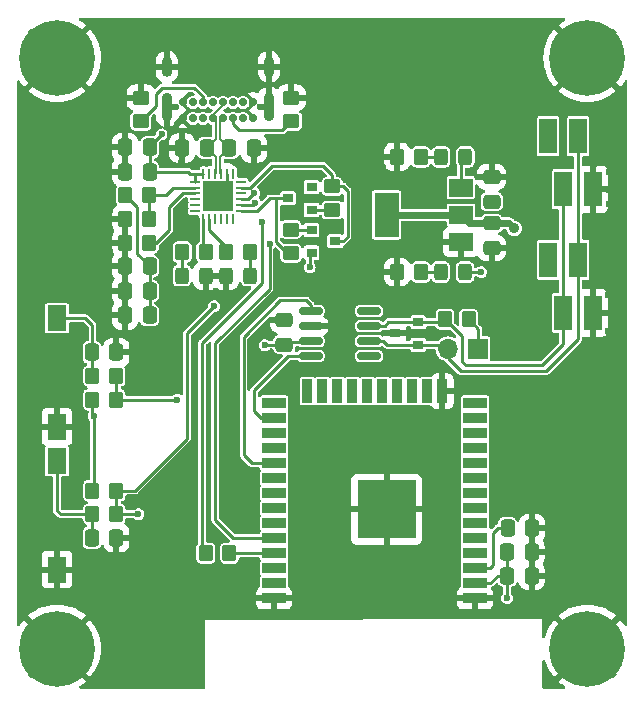
<source format=gbr>
%TF.GenerationSoftware,KiCad,Pcbnew,(6.0.2)*%
%TF.CreationDate,2022-05-29T19:06:36+02:00*%
%TF.ProjectId,PCB_ESP32_CAN,5043425f-4553-4503-9332-5f43414e2e6b,rev?*%
%TF.SameCoordinates,Original*%
%TF.FileFunction,Copper,L1,Top*%
%TF.FilePolarity,Positive*%
%FSLAX46Y46*%
G04 Gerber Fmt 4.6, Leading zero omitted, Abs format (unit mm)*
G04 Created by KiCad (PCBNEW (6.0.2)) date 2022-05-29 19:06:36*
%MOMM*%
%LPD*%
G01*
G04 APERTURE LIST*
G04 Aperture macros list*
%AMRoundRect*
0 Rectangle with rounded corners*
0 $1 Rounding radius*
0 $2 $3 $4 $5 $6 $7 $8 $9 X,Y pos of 4 corners*
0 Add a 4 corners polygon primitive as box body*
4,1,4,$2,$3,$4,$5,$6,$7,$8,$9,$2,$3,0*
0 Add four circle primitives for the rounded corners*
1,1,$1+$1,$2,$3*
1,1,$1+$1,$4,$5*
1,1,$1+$1,$6,$7*
1,1,$1+$1,$8,$9*
0 Add four rect primitives between the rounded corners*
20,1,$1+$1,$2,$3,$4,$5,0*
20,1,$1+$1,$4,$5,$6,$7,0*
20,1,$1+$1,$6,$7,$8,$9,0*
20,1,$1+$1,$8,$9,$2,$3,0*%
G04 Aperture macros list end*
%TA.AperFunction,SMDPad,CuDef*%
%ADD10RoundRect,0.250000X-0.337500X-0.475000X0.337500X-0.475000X0.337500X0.475000X-0.337500X0.475000X0*%
%TD*%
%TA.AperFunction,SMDPad,CuDef*%
%ADD11RoundRect,0.250000X0.337500X0.475000X-0.337500X0.475000X-0.337500X-0.475000X0.337500X-0.475000X0*%
%TD*%
%TA.AperFunction,SMDPad,CuDef*%
%ADD12RoundRect,0.250000X0.475000X-0.337500X0.475000X0.337500X-0.475000X0.337500X-0.475000X-0.337500X0*%
%TD*%
%TA.AperFunction,SMDPad,CuDef*%
%ADD13RoundRect,0.250000X-0.475000X0.337500X-0.475000X-0.337500X0.475000X-0.337500X0.475000X0.337500X0*%
%TD*%
%TA.AperFunction,SMDPad,CuDef*%
%ADD14RoundRect,0.250000X0.325000X0.450000X-0.325000X0.450000X-0.325000X-0.450000X0.325000X-0.450000X0*%
%TD*%
%TA.AperFunction,SMDPad,CuDef*%
%ADD15RoundRect,0.250000X-0.325000X-0.450000X0.325000X-0.450000X0.325000X0.450000X-0.325000X0.450000X0*%
%TD*%
%TA.AperFunction,SMDPad,CuDef*%
%ADD16R,0.900000X0.800000*%
%TD*%
%TA.AperFunction,ComponentPad*%
%ADD17R,1.700000X1.700000*%
%TD*%
%TA.AperFunction,ComponentPad*%
%ADD18O,1.700000X1.700000*%
%TD*%
%TA.AperFunction,SMDPad,CuDef*%
%ADD19RoundRect,0.250000X0.350000X0.450000X-0.350000X0.450000X-0.350000X-0.450000X0.350000X-0.450000X0*%
%TD*%
%TA.AperFunction,SMDPad,CuDef*%
%ADD20RoundRect,0.250000X-0.350000X-0.450000X0.350000X-0.450000X0.350000X0.450000X-0.350000X0.450000X0*%
%TD*%
%TA.AperFunction,SMDPad,CuDef*%
%ADD21RoundRect,0.250000X0.450000X-0.350000X0.450000X0.350000X-0.450000X0.350000X-0.450000X-0.350000X0*%
%TD*%
%TA.AperFunction,SMDPad,CuDef*%
%ADD22RoundRect,0.250000X-0.450000X0.350000X-0.450000X-0.350000X0.450000X-0.350000X0.450000X0.350000X0*%
%TD*%
%TA.AperFunction,SMDPad,CuDef*%
%ADD23R,1.600000X2.180000*%
%TD*%
%TA.AperFunction,SMDPad,CuDef*%
%ADD24R,2.000000X0.900000*%
%TD*%
%TA.AperFunction,SMDPad,CuDef*%
%ADD25R,0.900000X2.000000*%
%TD*%
%TA.AperFunction,SMDPad,CuDef*%
%ADD26R,5.000000X5.000000*%
%TD*%
%TA.AperFunction,SMDPad,CuDef*%
%ADD27RoundRect,0.062500X-0.062500X0.350000X-0.062500X-0.350000X0.062500X-0.350000X0.062500X0.350000X0*%
%TD*%
%TA.AperFunction,SMDPad,CuDef*%
%ADD28RoundRect,0.062500X-0.350000X0.062500X-0.350000X-0.062500X0.350000X-0.062500X0.350000X0.062500X0*%
%TD*%
%TA.AperFunction,SMDPad,CuDef*%
%ADD29R,2.600000X2.600000*%
%TD*%
%TA.AperFunction,SMDPad,CuDef*%
%ADD30RoundRect,0.150000X-0.825000X-0.150000X0.825000X-0.150000X0.825000X0.150000X-0.825000X0.150000X0*%
%TD*%
%TA.AperFunction,SMDPad,CuDef*%
%ADD31R,2.000000X1.500000*%
%TD*%
%TA.AperFunction,SMDPad,CuDef*%
%ADD32R,2.000000X3.800000*%
%TD*%
%TA.AperFunction,ComponentPad*%
%ADD33C,0.800000*%
%TD*%
%TA.AperFunction,ComponentPad*%
%ADD34C,6.400000*%
%TD*%
%TA.AperFunction,SMDPad,CuDef*%
%ADD35R,1.500000X3.000000*%
%TD*%
%TA.AperFunction,ComponentPad*%
%ADD36C,0.700000*%
%TD*%
%TA.AperFunction,ComponentPad*%
%ADD37O,0.900000X2.400000*%
%TD*%
%TA.AperFunction,ComponentPad*%
%ADD38O,0.900000X1.700000*%
%TD*%
%TA.AperFunction,ViaPad*%
%ADD39C,0.600000*%
%TD*%
%TA.AperFunction,ViaPad*%
%ADD40C,0.900000*%
%TD*%
%TA.AperFunction,Conductor*%
%ADD41C,0.250000*%
%TD*%
%TA.AperFunction,Conductor*%
%ADD42C,0.600000*%
%TD*%
%TA.AperFunction,Conductor*%
%ADD43C,0.152400*%
%TD*%
%TA.AperFunction,Conductor*%
%ADD44C,0.150000*%
%TD*%
G04 APERTURE END LIST*
D10*
%TO.P,C1,1*%
%TO.N,Net-(C1-Pad1)*%
X119862500Y-117700000D03*
%TO.P,C1,2*%
%TO.N,GND*%
X121937500Y-117700000D03*
%TD*%
D11*
%TO.P,C2,1*%
%TO.N,GND*%
X157125000Y-116900000D03*
%TO.P,C2,2*%
%TO.N,/EN*%
X155050000Y-116900000D03*
%TD*%
D10*
%TO.P,C3,1*%
%TO.N,+3V3*%
X155012500Y-118900000D03*
%TO.P,C3,2*%
%TO.N,GND*%
X157087500Y-118900000D03*
%TD*%
%TO.P,C5,1*%
%TO.N,+3V3*%
X155012500Y-120900000D03*
%TO.P,C5,2*%
%TO.N,GND*%
X157087500Y-120900000D03*
%TD*%
D11*
%TO.P,C7,1*%
%TO.N,+5V*%
X124737500Y-98850000D03*
%TO.P,C7,2*%
%TO.N,GND*%
X122662500Y-98850000D03*
%TD*%
%TO.P,C8,1*%
%TO.N,+5V*%
X124737500Y-96800000D03*
%TO.P,C8,2*%
%TO.N,GND*%
X122662500Y-96800000D03*
%TD*%
%TO.P,C10,1*%
%TO.N,+5V*%
X124737500Y-94700000D03*
%TO.P,C10,2*%
%TO.N,GND*%
X122662500Y-94700000D03*
%TD*%
%TO.P,C11,1*%
%TO.N,+3V3*%
X124737500Y-86700000D03*
%TO.P,C11,2*%
%TO.N,GND*%
X122662500Y-86700000D03*
%TD*%
D10*
%TO.P,C12,1*%
%TO.N,Net-(C12-Pad1)*%
X119862500Y-102000000D03*
%TO.P,C12,2*%
%TO.N,GND*%
X121937500Y-102000000D03*
%TD*%
D12*
%TO.P,C13,1*%
%TO.N,+5V*%
X153700000Y-89237500D03*
%TO.P,C13,2*%
%TO.N,GND*%
X153700000Y-87162500D03*
%TD*%
D13*
%TO.P,C14,1*%
%TO.N,+3V3*%
X153700000Y-91075000D03*
%TO.P,C14,2*%
%TO.N,GND*%
X153700000Y-93150000D03*
%TD*%
D12*
%TO.P,C15,1*%
%TO.N,+3V3*%
X136150000Y-101337500D03*
%TO.P,C15,2*%
%TO.N,GND*%
X136150000Y-99262500D03*
%TD*%
D14*
%TO.P,TX,1,K*%
%TO.N,GND*%
X129525000Y-95500000D03*
%TO.P,TX,2,A*%
%TO.N,Net-(D1-Pad2)*%
X127475000Y-95500000D03*
%TD*%
D15*
%TO.P,RX,1,K*%
%TO.N,GND*%
X131225000Y-95500000D03*
%TO.P,RX,2,A*%
%TO.N,Net-(D2-Pad2)*%
X133275000Y-95500000D03*
%TD*%
%TO.P,3V3,1,K*%
%TO.N,Net-(D3-Pad1)*%
X149400000Y-95200000D03*
%TO.P,3V3,2,A*%
%TO.N,+3V3*%
X151450000Y-95200000D03*
%TD*%
%TO.P,5V,1,K*%
%TO.N,Net-(D4-Pad1)*%
X149425000Y-85450000D03*
%TO.P,5V,2,A*%
%TO.N,+5V*%
X151475000Y-85450000D03*
%TD*%
D16*
%TO.P,D5,1,A1*%
%TO.N,/CANL*%
X147485000Y-101350000D03*
%TO.P,D5,2,A2*%
%TO.N,/CANH*%
X147485000Y-99450000D03*
%TO.P,D5,3,common*%
%TO.N,GND*%
X145485000Y-100400000D03*
%TD*%
D17*
%TO.P,120,1,1*%
%TO.N,Net-(JP1-Pad1)*%
X152540000Y-101700000D03*
D18*
%TO.P,120,2,2*%
%TO.N,/CANL*%
X150000000Y-101700000D03*
%TD*%
D16*
%TO.P,Q1,1,B*%
%TO.N,Net-(Q1-Pad1)*%
X138450000Y-89914999D03*
%TO.P,Q1,2,C*%
%TO.N,/EN*%
X138450000Y-88014999D03*
%TO.P,Q1,3,E*%
%TO.N,/RTS*%
X136450000Y-88964999D03*
%TD*%
%TO.P,Q2,1,B*%
%TO.N,Net-(Q2-Pad1)*%
X138450000Y-91650000D03*
%TO.P,Q2,2,C*%
%TO.N,/IO0*%
X138450000Y-93550000D03*
%TO.P,Q2,3,E*%
%TO.N,/DTR*%
X140450000Y-92600000D03*
%TD*%
D19*
%TO.P,R1,1*%
%TO.N,/EN*%
X121900000Y-115700000D03*
%TO.P,R1,2*%
%TO.N,Net-(C1-Pad1)*%
X119900000Y-115700000D03*
%TD*%
D20*
%TO.P,R2,1*%
%TO.N,+3V3*%
X119900000Y-113700000D03*
%TO.P,R2,2*%
%TO.N,/EN*%
X121900000Y-113700000D03*
%TD*%
%TO.P,R5,1*%
%TO.N,+3V3*%
X119900000Y-106000000D03*
%TO.P,R5,2*%
%TO.N,/IO0*%
X121900000Y-106000000D03*
%TD*%
D19*
%TO.P,R6,1*%
%TO.N,/IO0*%
X121900000Y-104000000D03*
%TO.P,R6,2*%
%TO.N,Net-(C12-Pad1)*%
X119900000Y-104000000D03*
%TD*%
%TO.P,R8,1*%
%TO.N,/RX*%
X131500000Y-119000000D03*
%TO.P,R8,2*%
%TO.N,Net-(R8-Pad2)*%
X129500000Y-119000000D03*
%TD*%
D20*
%TO.P,R9,1*%
%TO.N,Net-(D1-Pad2)*%
X127500000Y-93500000D03*
%TO.P,R9,2*%
%TO.N,Net-(U2-Pad13)*%
X129500000Y-93500000D03*
%TD*%
D19*
%TO.P,R10,1*%
%TO.N,Net-(D2-Pad2)*%
X133250000Y-93500000D03*
%TO.P,R10,2*%
%TO.N,Net-(U2-Pad14)*%
X131250000Y-93500000D03*
%TD*%
D21*
%TO.P,R11,1*%
%TO.N,Net-(Q1-Pad1)*%
X140200000Y-89950000D03*
%TO.P,R11,2*%
%TO.N,/DTR*%
X140200000Y-87950000D03*
%TD*%
D22*
%TO.P,R12,1*%
%TO.N,Net-(Q2-Pad1)*%
X136700000Y-91600000D03*
%TO.P,R12,2*%
%TO.N,/RTS*%
X136700000Y-93600000D03*
%TD*%
D19*
%TO.P,R13,1*%
%TO.N,Net-(D3-Pad1)*%
X147700000Y-95200000D03*
%TO.P,R13,2*%
%TO.N,GND*%
X145700000Y-95200000D03*
%TD*%
%TO.P,R14,1*%
%TO.N,Net-(D4-Pad1)*%
X147700000Y-85450000D03*
%TO.P,R14,2*%
%TO.N,GND*%
X145700000Y-85450000D03*
%TD*%
D20*
%TO.P,R15,1*%
%TO.N,/CANH*%
X149750000Y-99200000D03*
%TO.P,R15,2*%
%TO.N,Net-(JP1-Pad1)*%
X151750000Y-99200000D03*
%TD*%
D23*
%TO.P,RESET,1,1*%
%TO.N,Net-(C1-Pad1)*%
X116900000Y-111210000D03*
%TO.P,RESET,2,2*%
%TO.N,GND*%
X116900000Y-120390000D03*
%TD*%
%TO.P,BOOT,1,1*%
%TO.N,Net-(C12-Pad1)*%
X116900000Y-99110000D03*
%TO.P,BOOT,2,2*%
%TO.N,GND*%
X116900000Y-108290000D03*
%TD*%
D24*
%TO.P,U1,1,GND*%
%TO.N,GND*%
X152300000Y-122805000D03*
%TO.P,U1,2,VDD*%
%TO.N,+3V3*%
X152300000Y-121535000D03*
%TO.P,U1,3,EN*%
%TO.N,/EN*%
X152300000Y-120265000D03*
%TO.P,U1,4,SENSOR_VP*%
%TO.N,unconnected-(U1-Pad4)*%
X152300000Y-118995000D03*
%TO.P,U1,5,SENSOR_VN*%
%TO.N,unconnected-(U1-Pad5)*%
X152300000Y-117725000D03*
%TO.P,U1,6,IO34*%
%TO.N,unconnected-(U1-Pad6)*%
X152300000Y-116455000D03*
%TO.P,U1,7,IO35*%
%TO.N,unconnected-(U1-Pad7)*%
X152300000Y-115185000D03*
%TO.P,U1,8,IO32*%
%TO.N,unconnected-(U1-Pad8)*%
X152300000Y-113915000D03*
%TO.P,U1,9,IO33*%
%TO.N,unconnected-(U1-Pad9)*%
X152300000Y-112645000D03*
%TO.P,U1,10,IO25*%
%TO.N,unconnected-(U1-Pad10)*%
X152300000Y-111375000D03*
%TO.P,U1,11,IO26*%
%TO.N,unconnected-(U1-Pad11)*%
X152300000Y-110105000D03*
%TO.P,U1,12,IO27*%
%TO.N,unconnected-(U1-Pad12)*%
X152300000Y-108835000D03*
%TO.P,U1,13,IO14*%
%TO.N,unconnected-(U1-Pad13)*%
X152300000Y-107565000D03*
%TO.P,U1,14,IO12*%
%TO.N,unconnected-(U1-Pad14)*%
X152300000Y-106295000D03*
D25*
%TO.P,U1,15,GND*%
%TO.N,GND*%
X149515000Y-105295000D03*
%TO.P,U1,16,IO13*%
%TO.N,unconnected-(U1-Pad16)*%
X148245000Y-105295000D03*
%TO.P,U1,17,SHD/SD2*%
%TO.N,unconnected-(U1-Pad17)*%
X146975000Y-105295000D03*
%TO.P,U1,18,SWP/SD3*%
%TO.N,unconnected-(U1-Pad18)*%
X145705000Y-105295000D03*
%TO.P,U1,19,SCS/CMD*%
%TO.N,unconnected-(U1-Pad19)*%
X144435000Y-105295000D03*
%TO.P,U1,20,SCK/CLK*%
%TO.N,unconnected-(U1-Pad20)*%
X143165000Y-105295000D03*
%TO.P,U1,21,SDO/SD0*%
%TO.N,unconnected-(U1-Pad21)*%
X141895000Y-105295000D03*
%TO.P,U1,22,SDI/SD1*%
%TO.N,unconnected-(U1-Pad22)*%
X140625000Y-105295000D03*
%TO.P,U1,23,IO15*%
%TO.N,unconnected-(U1-Pad23)*%
X139355000Y-105295000D03*
%TO.P,U1,24,IO2*%
%TO.N,unconnected-(U1-Pad24)*%
X138085000Y-105295000D03*
D24*
%TO.P,U1,25,IO0*%
%TO.N,/IO0*%
X135300000Y-106295000D03*
%TO.P,U1,26,IO4*%
%TO.N,/RXCAN*%
X135300000Y-107565000D03*
%TO.P,U1,27,IO16*%
%TO.N,unconnected-(U1-Pad27)*%
X135300000Y-108835000D03*
%TO.P,U1,28,IO17*%
%TO.N,unconnected-(U1-Pad28)*%
X135300000Y-110105000D03*
%TO.P,U1,29,IO5*%
%TO.N,/TXCAN*%
X135300000Y-111375000D03*
%TO.P,U1,30,IO18*%
%TO.N,unconnected-(U1-Pad30)*%
X135300000Y-112645000D03*
%TO.P,U1,31,IO19*%
%TO.N,unconnected-(U1-Pad31)*%
X135300000Y-113915000D03*
%TO.P,U1,32,NC*%
%TO.N,unconnected-(U1-Pad32)*%
X135300000Y-115185000D03*
%TO.P,U1,33,IO21*%
%TO.N,unconnected-(U1-Pad33)*%
X135300000Y-116455000D03*
%TO.P,U1,34,RXD0/IO3*%
%TO.N,/TX*%
X135300000Y-117725000D03*
%TO.P,U1,35,TXD0/IO1*%
%TO.N,/RX*%
X135300000Y-118995000D03*
%TO.P,U1,36,IO22*%
%TO.N,unconnected-(U1-Pad36)*%
X135300000Y-120265000D03*
%TO.P,U1,37,IO23*%
%TO.N,unconnected-(U1-Pad37)*%
X135300000Y-121535000D03*
%TO.P,U1,38,GND*%
%TO.N,GND*%
X135300000Y-122805000D03*
D26*
%TO.P,U1,39,GND*%
X144800000Y-115305000D03*
%TD*%
D27*
%TO.P,U2,1,RI/CLK*%
%TO.N,unconnected-(U2-Pad1)*%
X131800000Y-86862500D03*
%TO.P,U2,2,GND*%
%TO.N,GND*%
X131300000Y-86862500D03*
%TO.P,U2,3,D+*%
%TO.N,/USB+*%
X130800000Y-86862500D03*
%TO.P,U2,4,D-*%
%TO.N,/USB-*%
X130300000Y-86862500D03*
%TO.P,U2,5,VIO*%
%TO.N,unconnected-(U2-Pad5)*%
X129800000Y-86862500D03*
%TO.P,U2,6,VDD*%
%TO.N,+3V3*%
X129300000Y-86862500D03*
D28*
%TO.P,U2,7,REGIN*%
X128612500Y-87550000D03*
%TO.P,U2,8,VBUS*%
%TO.N,Net-(U2-Pad8)*%
X128612500Y-88050000D03*
%TO.P,U2,9,~{RSTb}*%
%TO.N,Net-(U2-Pad9)*%
X128612500Y-88550000D03*
%TO.P,U2,10,NC*%
%TO.N,unconnected-(U2-Pad10)*%
X128612500Y-89050000D03*
%TO.P,U2,11,GPIO.3*%
%TO.N,unconnected-(U2-Pad11)*%
X128612500Y-89550000D03*
%TO.P,U2,12,GPIO.2*%
%TO.N,unconnected-(U2-Pad12)*%
X128612500Y-90050000D03*
D27*
%TO.P,U2,13,GPIO.1*%
%TO.N,Net-(U2-Pad13)*%
X129300000Y-90737500D03*
%TO.P,U2,14,GPIO.0*%
%TO.N,Net-(U2-Pad14)*%
X129800000Y-90737500D03*
%TO.P,U2,15,~{SUSPENDb}*%
%TO.N,unconnected-(U2-Pad15)*%
X130300000Y-90737500D03*
%TO.P,U2,16,NC*%
%TO.N,unconnected-(U2-Pad16)*%
X130800000Y-90737500D03*
%TO.P,U2,17,SUSPEND*%
%TO.N,unconnected-(U2-Pad17)*%
X131300000Y-90737500D03*
%TO.P,U2,18,CTS*%
%TO.N,unconnected-(U2-Pad18)*%
X131800000Y-90737500D03*
D28*
%TO.P,U2,19,RTS*%
%TO.N,/RTS*%
X132487500Y-90050000D03*
%TO.P,U2,20,RXD*%
%TO.N,Net-(R8-Pad2)*%
X132487500Y-89550000D03*
%TO.P,U2,21,TXD*%
%TO.N,/TX*%
X132487500Y-89050000D03*
%TO.P,U2,22,DSR*%
%TO.N,unconnected-(U2-Pad22)*%
X132487500Y-88550000D03*
%TO.P,U2,23,DTR*%
%TO.N,/DTR*%
X132487500Y-88050000D03*
%TO.P,U2,24,DCD*%
%TO.N,unconnected-(U2-Pad24)*%
X132487500Y-87550000D03*
D29*
%TO.P,U2,25,GND*%
%TO.N,GND*%
X130550000Y-88800000D03*
%TD*%
D30*
%TO.P,U3,1,D*%
%TO.N,/TXCAN*%
X138375000Y-98495000D03*
%TO.P,U3,2,GND*%
%TO.N,GND*%
X138375000Y-99765000D03*
%TO.P,U3,3,VCC*%
%TO.N,+3V3*%
X138375000Y-101035000D03*
%TO.P,U3,4,R*%
%TO.N,/RXCAN*%
X138375000Y-102305000D03*
%TO.P,U3,5,NC*%
%TO.N,unconnected-(U3-Pad5)*%
X143325000Y-102305000D03*
%TO.P,U3,6,CANL*%
%TO.N,/CANL*%
X143325000Y-101035000D03*
%TO.P,U3,7,CANH*%
%TO.N,/CANH*%
X143325000Y-99765000D03*
%TO.P,U3,8,NC*%
%TO.N,unconnected-(U3-Pad8)*%
X143325000Y-98495000D03*
%TD*%
D31*
%TO.P,U4,1,GND*%
%TO.N,GND*%
X151100000Y-92650000D03*
%TO.P,U4,2,VO*%
%TO.N,+3V3*%
X151100000Y-90350000D03*
D32*
X144800000Y-90350000D03*
D31*
%TO.P,U4,3,VI*%
%TO.N,+5V*%
X151100000Y-88050000D03*
%TD*%
D33*
%TO.P,H2,1,1*%
%TO.N,GND*%
X116900000Y-129475000D03*
D34*
X116900000Y-127075000D03*
D33*
X118597056Y-128772056D03*
X116900000Y-124675000D03*
X118597056Y-125377944D03*
X115202944Y-128772056D03*
X115202944Y-125377944D03*
X114500000Y-127075000D03*
X119300000Y-127075000D03*
%TD*%
%TO.P,H4,1,1*%
%TO.N,GND*%
X163497056Y-125377944D03*
X160102944Y-125377944D03*
X164200000Y-127075000D03*
D34*
X161800000Y-127075000D03*
D33*
X159400000Y-127075000D03*
X160102944Y-128772056D03*
X161800000Y-124675000D03*
X161800000Y-129475000D03*
X163497056Y-128772056D03*
%TD*%
D11*
%TO.P,C9,1*%
%TO.N,+3V3*%
X124737500Y-84650000D03*
%TO.P,C9,2*%
%TO.N,GND*%
X122662500Y-84650000D03*
%TD*%
D10*
%TO.P,C4,1*%
%TO.N,/USB+*%
X131487500Y-84700000D03*
%TO.P,C4,2*%
%TO.N,GND*%
X133562500Y-84700000D03*
%TD*%
D11*
%TO.P,C6,1*%
%TO.N,/USB-*%
X129562500Y-84700000D03*
%TO.P,C6,2*%
%TO.N,GND*%
X127487500Y-84700000D03*
%TD*%
D21*
%TO.P,R4,1*%
%TO.N,Net-(J1-PadB5)*%
X124000000Y-82425000D03*
%TO.P,R4,2*%
%TO.N,GND*%
X124000000Y-80425000D03*
%TD*%
D22*
%TO.P,R3,1*%
%TO.N,GND*%
X136750000Y-80425000D03*
%TO.P,R3,2*%
%TO.N,Net-(J1-PadA5)*%
X136750000Y-82425000D03*
%TD*%
D35*
%TO.P,J3,1,Pin_1*%
%TO.N,+5V*%
X158495000Y-94150000D03*
%TO.P,J3,2,Pin_2*%
%TO.N,/CANH*%
X159765000Y-98650000D03*
%TO.P,J3,3,Pin_3*%
%TO.N,/CANL*%
X161035000Y-94150000D03*
%TO.P,J3,4,Pin_4*%
%TO.N,GND*%
X162305000Y-98650000D03*
%TD*%
%TO.P,J2,1,Pin_1*%
%TO.N,+5V*%
X158495000Y-83700001D03*
%TO.P,J2,2,Pin_2*%
%TO.N,/CANH*%
X159765000Y-88200001D03*
%TO.P,J2,3,Pin_3*%
%TO.N,/CANL*%
X161035000Y-83700001D03*
%TO.P,J2,4,Pin_4*%
%TO.N,GND*%
X162305000Y-88200001D03*
%TD*%
D33*
%TO.P,H1,1,1*%
%TO.N,GND*%
X119300000Y-77075000D03*
X114500000Y-77075000D03*
D34*
X116900000Y-77075000D03*
D33*
X116900000Y-79475000D03*
X115202944Y-75377944D03*
X115202944Y-78772056D03*
X118597056Y-78772056D03*
X116900000Y-74675000D03*
X118597056Y-75377944D03*
%TD*%
%TO.P,H3,1,1*%
%TO.N,GND*%
X164200000Y-77075000D03*
X161800000Y-79475000D03*
X163497056Y-75377944D03*
X160102944Y-78772056D03*
D34*
X161800000Y-77075000D03*
D33*
X159400000Y-77075000D03*
X160102944Y-75377944D03*
X161800000Y-74675000D03*
X163497056Y-78772056D03*
%TD*%
D36*
%TO.P,J1,A1,GND*%
%TO.N,GND*%
X133500000Y-82175000D03*
%TO.P,J1,A4,VBUS*%
%TO.N,+5V*%
X132650000Y-82175000D03*
%TO.P,J1,A5,CC1*%
%TO.N,Net-(J1-PadA5)*%
X131800000Y-82175000D03*
%TO.P,J1,A6,D+*%
%TO.N,/USB+*%
X130950000Y-82175000D03*
%TO.P,J1,A7,D-*%
%TO.N,/USB-*%
X130100000Y-82175000D03*
%TO.P,J1,A8,SBU1*%
%TO.N,unconnected-(J1-PadA8)*%
X129250000Y-82175000D03*
%TO.P,J1,A9,VBUS*%
%TO.N,+5V*%
X128400000Y-82175000D03*
%TO.P,J1,A12,GND*%
%TO.N,GND*%
X127550000Y-82175000D03*
%TO.P,J1,B1,GND*%
X127550000Y-80825000D03*
%TO.P,J1,B4,VBUS*%
%TO.N,+5V*%
X128400000Y-80825000D03*
%TO.P,J1,B5,CC2*%
%TO.N,Net-(J1-PadB5)*%
X129250000Y-80825000D03*
%TO.P,J1,B6,D+*%
%TO.N,/USB+*%
X130100000Y-80825000D03*
%TO.P,J1,B7,D-*%
%TO.N,/USB-*%
X130950000Y-80825000D03*
%TO.P,J1,B8,SBU2*%
%TO.N,unconnected-(J1-PadB8)*%
X131800000Y-80825000D03*
%TO.P,J1,B9,VBUS*%
%TO.N,+5V*%
X132650000Y-80825000D03*
%TO.P,J1,B12,GND*%
%TO.N,GND*%
X133500000Y-80825000D03*
D37*
%TO.P,J1,S1,SHIELD*%
X126200000Y-81195000D03*
D38*
X134850000Y-77815000D03*
X126200000Y-77815000D03*
D37*
X134850000Y-81195000D03*
%TD*%
D20*
%TO.P,R7,1*%
%TO.N,+5V*%
X122700000Y-88700000D03*
%TO.P,R7,2*%
%TO.N,Net-(U2-Pad8)*%
X124700000Y-88700000D03*
%TD*%
D19*
%TO.P,R16,1*%
%TO.N,Net-(U2-Pad8)*%
X124700000Y-90700000D03*
%TO.P,R16,2*%
%TO.N,GND*%
X122700000Y-90700000D03*
%TD*%
%TO.P,R17,1*%
%TO.N,Net-(U2-Pad9)*%
X124700000Y-92700000D03*
%TO.P,R17,2*%
%TO.N,GND*%
X122700000Y-92700000D03*
%TD*%
D39*
%TO.N,GND*%
X138300000Y-80400000D03*
X122600000Y-80400000D03*
X121300000Y-85700000D03*
X121300000Y-91700000D03*
X121300000Y-93700000D03*
X121300000Y-95700000D03*
X121300000Y-97800000D03*
X121900000Y-100600000D03*
X115300000Y-108300000D03*
X118500000Y-108300000D03*
X154000000Y-122800000D03*
X152300000Y-123900000D03*
X150600000Y-122800000D03*
X137100000Y-122800000D03*
X133500000Y-122800000D03*
X149500000Y-103500000D03*
X150900000Y-105300000D03*
X157100000Y-115500000D03*
X157100000Y-122200000D03*
X162300000Y-100900000D03*
X146700000Y-100400000D03*
X129700000Y-89400000D03*
X131200000Y-89400000D03*
X131300000Y-88000000D03*
X129700000Y-88000000D03*
X133600000Y-86000000D03*
X163575000Y-98650001D03*
X130400000Y-96800000D03*
X143000000Y-113700000D03*
X143000000Y-116700000D03*
X121900000Y-119100000D03*
X162475000Y-86050001D03*
X134500000Y-100300000D03*
X163675000Y-89450001D03*
X118200000Y-120400000D03*
X163575000Y-97150001D03*
X127400000Y-86000000D03*
X146400000Y-116700000D03*
X163575000Y-100150001D03*
X144700000Y-115100000D03*
X115600000Y-120400000D03*
X139800000Y-99800000D03*
X163675000Y-86750001D03*
X144500000Y-86300000D03*
X146400000Y-113700000D03*
X163675000Y-88250001D03*
%TO.N,/EN*%
X130200000Y-98100000D03*
X123800000Y-115700000D03*
X152300000Y-120265000D03*
X138500000Y-88000000D03*
%TO.N,+3V3*%
X144100000Y-91900000D03*
X120000000Y-107400000D03*
X145500000Y-91900000D03*
X134500000Y-101400000D03*
X144800000Y-91200000D03*
D40*
X155600000Y-91500000D03*
D39*
X152800000Y-95200000D03*
X125750000Y-83550000D03*
X155000000Y-122800000D03*
%TO.N,+5V*%
X153700000Y-89300000D03*
X158875000Y-95250001D03*
X158875000Y-84850001D03*
X122700000Y-88700000D03*
X158175000Y-84850001D03*
X158175000Y-82550001D03*
X158075000Y-93050001D03*
X158875000Y-82550001D03*
X158075000Y-95250001D03*
X124700000Y-94700000D03*
X158875000Y-93050001D03*
X150500000Y-88100000D03*
%TO.N,/IO0*%
X127100000Y-106000000D03*
X135400000Y-106300000D03*
X138300000Y-94800000D03*
%TO.N,Net-(R8-Pad2)*%
X133669511Y-89349450D03*
X134300000Y-91000000D03*
%TO.N,/TX*%
X133600000Y-88500000D03*
X134900000Y-92800000D03*
%TD*%
D41*
%TO.N,/RXCAN*%
X133600000Y-105200000D02*
X136495000Y-102305000D01*
X133600000Y-107000000D02*
X133600000Y-105200000D01*
X134165000Y-107565000D02*
X133600000Y-107000000D01*
X135300000Y-107565000D02*
X134165000Y-107565000D01*
X136495000Y-102305000D02*
X138375000Y-102305000D01*
%TO.N,GND*%
X131300000Y-86862500D02*
X131300000Y-88000000D01*
%TO.N,Net-(C1-Pad1)*%
X119862500Y-117700000D02*
X119862500Y-115737500D01*
X119862500Y-115737500D02*
X119900000Y-115700000D01*
X117200000Y-115700000D02*
X119900000Y-115700000D01*
X116900000Y-115400000D02*
X117200000Y-115700000D01*
X116900000Y-111210000D02*
X116900000Y-115400000D01*
%TO.N,/EN*%
X123500000Y-113700000D02*
X127900000Y-109300000D01*
X152300000Y-120265000D02*
X153535000Y-120265000D01*
X127900000Y-100400000D02*
X130200000Y-98100000D01*
X121900000Y-113700000D02*
X123500000Y-113700000D01*
X153800000Y-120000000D02*
X153800000Y-117300000D01*
X127900000Y-109300000D02*
X127900000Y-100400000D01*
X123800000Y-115700000D02*
X121900000Y-115700000D01*
X154200000Y-116900000D02*
X155050000Y-116900000D01*
X153800000Y-117300000D02*
X154200000Y-116900000D01*
X121900000Y-115700000D02*
X121900000Y-113700000D01*
X153535000Y-120265000D02*
X153800000Y-120000000D01*
%TO.N,+3V3*%
X134562500Y-101337500D02*
X134500000Y-101400000D01*
D42*
X153700000Y-91075000D02*
X155175000Y-91075000D01*
D41*
X125750000Y-83550000D02*
X125800000Y-83500000D01*
D42*
X144800000Y-90350000D02*
X151100000Y-90350000D01*
D41*
X128600000Y-86900000D02*
X128600000Y-87537500D01*
X153565000Y-121535000D02*
X154200000Y-120900000D01*
X119900000Y-107300000D02*
X120000000Y-107400000D01*
X124737500Y-86700000D02*
X124737500Y-84650000D01*
X124737500Y-84650000D02*
X124737500Y-84562500D01*
X124737500Y-84562500D02*
X125750000Y-83550000D01*
X155012500Y-122787500D02*
X155000000Y-122800000D01*
X119900000Y-106000000D02*
X119900000Y-107300000D01*
D42*
X151825000Y-91075000D02*
X151100000Y-90350000D01*
X155175000Y-91075000D02*
X155600000Y-91500000D01*
D41*
X129262500Y-86900000D02*
X129300000Y-86862500D01*
X128000000Y-86700000D02*
X128200000Y-86900000D01*
X128600000Y-86900000D02*
X129262500Y-86900000D01*
X136387500Y-101100000D02*
X138310000Y-101100000D01*
X154200000Y-120900000D02*
X155012500Y-120900000D01*
X155012500Y-120900000D02*
X155012500Y-122787500D01*
X151450000Y-95200000D02*
X152800000Y-95200000D01*
X128600000Y-87537500D02*
X128612500Y-87550000D01*
X152300000Y-121535000D02*
X153565000Y-121535000D01*
X128200000Y-86900000D02*
X128600000Y-86900000D01*
X120000000Y-113600000D02*
X119900000Y-113700000D01*
X120000000Y-107400000D02*
X120000000Y-113600000D01*
X136150000Y-101337500D02*
X134562500Y-101337500D01*
D42*
X153700000Y-91075000D02*
X151825000Y-91075000D01*
D41*
X124737500Y-86700000D02*
X128000000Y-86700000D01*
X138310000Y-101100000D02*
X138375000Y-101035000D01*
X155012500Y-120900000D02*
X155012500Y-118900000D01*
X136150000Y-101337500D02*
X136387500Y-101100000D01*
D43*
%TO.N,/USB+*%
X130728201Y-83940701D02*
X131487500Y-84700000D01*
D44*
X130728200Y-86145532D02*
X130728200Y-86790700D01*
D43*
X131487500Y-84700000D02*
X130728201Y-85459299D01*
X130728201Y-82396799D02*
X130728200Y-83200000D01*
D44*
X130728200Y-86790700D02*
X130800000Y-86862500D01*
D43*
X130950000Y-82175000D02*
X130728201Y-82396799D01*
X130728201Y-85459299D02*
X130728200Y-86145532D01*
X130728200Y-83200000D02*
X130728201Y-83940701D01*
%TO.N,/USB-*%
X130100000Y-82175000D02*
X130321799Y-82396799D01*
D44*
X130321800Y-86145532D02*
X130321800Y-86840700D01*
X130100000Y-81937500D02*
X130950000Y-81087500D01*
D43*
X130321799Y-82396799D02*
X130321800Y-83200000D01*
X130321800Y-83200000D02*
X130321799Y-83940701D01*
X130321799Y-83940701D02*
X129562500Y-84700000D01*
D44*
X130321800Y-86840700D02*
X130300000Y-86862500D01*
X130950000Y-81087500D02*
X130950000Y-80825000D01*
X130100000Y-82175000D02*
X130100000Y-81937500D01*
D43*
X129562500Y-84700000D02*
X130321799Y-85459299D01*
X130321799Y-85459299D02*
X130321800Y-86145532D01*
D41*
%TO.N,+5V*%
X123700000Y-89700000D02*
X122700000Y-88700000D01*
X124737500Y-94700000D02*
X124700000Y-94700000D01*
X124737500Y-96800000D02*
X124737500Y-94700000D01*
X124737500Y-94700000D02*
X123700000Y-93662500D01*
X123700000Y-93662500D02*
X123700000Y-89700000D01*
X151100000Y-85825000D02*
X151475000Y-85450000D01*
X124737500Y-98850000D02*
X124737500Y-96800000D01*
X151100000Y-88050000D02*
X151100000Y-85825000D01*
%TO.N,Net-(C12-Pad1)*%
X119862500Y-103962500D02*
X119900000Y-104000000D01*
X116900000Y-99110000D02*
X119310000Y-99110000D01*
X119900000Y-101962500D02*
X119862500Y-102000000D01*
X119310000Y-99110000D02*
X119900000Y-99700000D01*
X119862500Y-102000000D02*
X119862500Y-103962500D01*
X119900000Y-99700000D02*
X119900000Y-101962500D01*
%TO.N,Net-(D1-Pad2)*%
X127500000Y-93500000D02*
X127500000Y-95475000D01*
X127500000Y-95475000D02*
X127475000Y-95500000D01*
%TO.N,Net-(D2-Pad2)*%
X133275000Y-95500000D02*
X133275000Y-93525000D01*
X133275000Y-93525000D02*
X133250000Y-93500000D01*
%TO.N,Net-(D3-Pad1)*%
X147700000Y-95200000D02*
X149400000Y-95200000D01*
%TO.N,Net-(D4-Pad1)*%
X147700000Y-85450000D02*
X149425000Y-85450000D01*
%TO.N,/CANL*%
X144535000Y-101035000D02*
X144850000Y-101350000D01*
X158300000Y-103600000D02*
X161035000Y-100865000D01*
X144850000Y-101350000D02*
X147485000Y-101350000D01*
X151100000Y-103600000D02*
X158300000Y-103600000D01*
X161035000Y-100865000D02*
X161035000Y-94150000D01*
X150000000Y-102500000D02*
X151100000Y-103600000D01*
X150000000Y-101700000D02*
X150000000Y-102500000D01*
X147485000Y-101350000D02*
X149650000Y-101350000D01*
X143325000Y-101035000D02*
X144535000Y-101035000D01*
X149650000Y-101350000D02*
X150000000Y-101700000D01*
X161035000Y-94150000D02*
X161035000Y-83700001D01*
%TO.N,/CANH*%
X158000000Y-103100000D02*
X159765000Y-101335000D01*
X143325000Y-99765000D02*
X144635000Y-99765000D01*
X147485000Y-99450000D02*
X149500000Y-99450000D01*
X149750000Y-99200000D02*
X151200000Y-100650000D01*
X159765000Y-98650000D02*
X159765000Y-88200001D01*
X151200000Y-100650000D02*
X151200000Y-102800000D01*
X144635000Y-99765000D02*
X144950000Y-99450000D01*
X151500000Y-103100000D02*
X158000000Y-103100000D01*
X149500000Y-99450000D02*
X149750000Y-99200000D01*
X144950000Y-99450000D02*
X147485000Y-99450000D01*
X151200000Y-102800000D02*
X151500000Y-103100000D01*
X159765000Y-101335000D02*
X159765000Y-98650000D01*
%TO.N,Net-(J1-PadA5)*%
X131800000Y-82669974D02*
X132330026Y-83200000D01*
X132330026Y-83200000D02*
X135975000Y-83200000D01*
X131800000Y-82175000D02*
X131800000Y-82669974D01*
X135975000Y-83200000D02*
X136750000Y-82425000D01*
%TO.N,Net-(J1-PadB5)*%
X124000000Y-82425000D02*
X125300000Y-81125000D01*
X128519974Y-79600000D02*
X129250000Y-80330026D01*
X129250000Y-80330026D02*
X129250000Y-80825000D01*
X125300000Y-81125000D02*
X125300000Y-80100000D01*
X125300000Y-80100000D02*
X125800000Y-79600000D01*
X125800000Y-79600000D02*
X128519974Y-79600000D01*
%TO.N,Net-(JP1-Pad1)*%
X151750000Y-99200000D02*
X152540000Y-99990000D01*
X152540000Y-99990000D02*
X152540000Y-101700000D01*
%TO.N,/RTS*%
X132487500Y-90050000D02*
X133850000Y-90050000D01*
X136379941Y-93600000D02*
X136700000Y-93600000D01*
X134935001Y-88964999D02*
X135435001Y-88964999D01*
X133850000Y-90050000D02*
X134935001Y-88964999D01*
X135451501Y-92671560D02*
X136379941Y-93600000D01*
X135435001Y-88964999D02*
X135451501Y-88981499D01*
X135451501Y-88981499D02*
X135451501Y-92671560D01*
X135435001Y-88964999D02*
X136450000Y-88964999D01*
%TO.N,Net-(Q1-Pad1)*%
X140164999Y-89914999D02*
X140200000Y-89950000D01*
X138450000Y-89914999D02*
X140164999Y-89914999D01*
%TO.N,Net-(Q2-Pad1)*%
X136700000Y-91600000D02*
X138400000Y-91600000D01*
X138400000Y-91600000D02*
X138450000Y-91650000D01*
%TO.N,/IO0*%
X127100000Y-106000000D02*
X121900000Y-106000000D01*
X138300000Y-94800000D02*
X138300000Y-93700000D01*
X121900000Y-104000000D02*
X121900000Y-106000000D01*
X138300000Y-93700000D02*
X138450000Y-93550000D01*
%TO.N,/DTR*%
X141500000Y-88300000D02*
X141500000Y-92200000D01*
X140200000Y-87000000D02*
X140200000Y-87950000D01*
X140200000Y-87950000D02*
X141150000Y-87950000D01*
X133270059Y-88050000D02*
X135120059Y-86200000D01*
X135120059Y-86200000D02*
X139400000Y-86200000D01*
X141100000Y-92600000D02*
X140450000Y-92600000D01*
X141150000Y-87950000D02*
X141500000Y-88300000D01*
X139400000Y-86200000D02*
X140200000Y-87000000D01*
X132487500Y-88050000D02*
X133270059Y-88050000D01*
X141500000Y-92200000D02*
X141100000Y-92600000D01*
%TO.N,/RX*%
X135300000Y-118995000D02*
X131505000Y-118995000D01*
X131505000Y-118995000D02*
X131500000Y-119000000D01*
%TO.N,Net-(R8-Pad2)*%
X134300000Y-96100000D02*
X134300000Y-91000000D01*
X133468961Y-89550000D02*
X133669511Y-89349450D01*
X129200000Y-118700000D02*
X129200000Y-101200000D01*
X129200000Y-101200000D02*
X134300000Y-96100000D01*
X132487500Y-89550000D02*
X133468961Y-89550000D01*
X129500000Y-119000000D02*
X129200000Y-118700000D01*
%TO.N,Net-(U2-Pad8)*%
X126100000Y-88700000D02*
X126750000Y-88050000D01*
X124700000Y-88700000D02*
X126100000Y-88700000D01*
X126750000Y-88050000D02*
X128612500Y-88050000D01*
X124700000Y-90700000D02*
X124700000Y-88700000D01*
%TO.N,Net-(U2-Pad13)*%
X129300000Y-93300000D02*
X129500000Y-93500000D01*
X129300000Y-90737500D02*
X129300000Y-93300000D01*
%TO.N,Net-(U2-Pad14)*%
X129800000Y-90737500D02*
X129800000Y-91600000D01*
X129800000Y-91600000D02*
X131250000Y-93050000D01*
X131250000Y-93050000D02*
X131250000Y-93500000D01*
%TO.N,Net-(U2-Pad9)*%
X126400000Y-91600000D02*
X125300000Y-92700000D01*
X127550000Y-88550000D02*
X126400000Y-89700000D01*
X125300000Y-92700000D02*
X124700000Y-92700000D01*
X128612500Y-88550000D02*
X127550000Y-88550000D01*
X126400000Y-89700000D02*
X126400000Y-91600000D01*
%TO.N,/TXCAN*%
X133375000Y-111375000D02*
X135300000Y-111375000D01*
X132700000Y-110700000D02*
X133375000Y-111375000D01*
X138375000Y-97975000D02*
X138000000Y-97600000D01*
X138375000Y-98495000D02*
X138375000Y-97975000D01*
X138000000Y-97600000D02*
X135800000Y-97600000D01*
X135800000Y-97600000D02*
X132700000Y-100700000D01*
X132700000Y-100700000D02*
X132700000Y-110700000D01*
%TO.N,/TX*%
X134900000Y-96600000D02*
X130300000Y-101200000D01*
X130300000Y-101200000D02*
X130300000Y-116200000D01*
X133050000Y-89050000D02*
X133600000Y-88500000D01*
X134900000Y-92800000D02*
X134900000Y-96600000D01*
X132487500Y-89050000D02*
X133050000Y-89050000D01*
X130300000Y-116200000D02*
X131825000Y-117725000D01*
X131825000Y-117725000D02*
X135300000Y-117725000D01*
%TD*%
%TA.AperFunction,Conductor*%
%TO.N,GND*%
G36*
X159870114Y-73695002D02*
G01*
X159916607Y-73748658D01*
X159926711Y-73818932D01*
X159897217Y-73883512D01*
X159870617Y-73906673D01*
X159620265Y-74069253D01*
X159614939Y-74073123D01*
X159376165Y-74266478D01*
X159367700Y-74278733D01*
X159374034Y-74289824D01*
X164584310Y-79500100D01*
X164597386Y-79507241D01*
X164607753Y-79499784D01*
X164801877Y-79260061D01*
X164805747Y-79254735D01*
X164968327Y-79004383D01*
X165022204Y-78958146D01*
X165092525Y-78948376D01*
X165156965Y-78978176D01*
X165195064Y-79038084D01*
X165200000Y-79073007D01*
X165200000Y-125076993D01*
X165179998Y-125145114D01*
X165126342Y-125191607D01*
X165056068Y-125201711D01*
X164991488Y-125172217D01*
X164968327Y-125145617D01*
X164805747Y-124895265D01*
X164801877Y-124889939D01*
X164608522Y-124651165D01*
X164596267Y-124642700D01*
X164585176Y-124649034D01*
X159374900Y-129859310D01*
X159367759Y-129872386D01*
X159375216Y-129882753D01*
X159614935Y-130076874D01*
X159620267Y-130080748D01*
X159870617Y-130243327D01*
X159916854Y-130297204D01*
X159926624Y-130367525D01*
X159896824Y-130431965D01*
X159836915Y-130470064D01*
X159801993Y-130475000D01*
X158124765Y-130475000D01*
X158056644Y-130454998D01*
X158010151Y-130401342D01*
X157998767Y-130349618D01*
X157998360Y-130266488D01*
X157993307Y-129236005D01*
X157987896Y-128132321D01*
X158007563Y-128064103D01*
X158060990Y-128017347D01*
X158131214Y-128006899D01*
X158195939Y-128036075D01*
X158235601Y-128099092D01*
X158267788Y-128219216D01*
X158269829Y-128225498D01*
X158406740Y-128582164D01*
X158409422Y-128588189D01*
X158582872Y-128928603D01*
X158586169Y-128934313D01*
X158794253Y-129254735D01*
X158798123Y-129260061D01*
X158991478Y-129498835D01*
X159003733Y-129507300D01*
X159014824Y-129500966D01*
X161427978Y-127087812D01*
X161435592Y-127073868D01*
X161435461Y-127072035D01*
X161431210Y-127065420D01*
X159015690Y-124649900D01*
X159002614Y-124642759D01*
X158992247Y-124650216D01*
X158798123Y-124889939D01*
X158794253Y-124895265D01*
X158586169Y-125215687D01*
X158582872Y-125221397D01*
X158409422Y-125561811D01*
X158406740Y-125567836D01*
X158269829Y-125924502D01*
X158267789Y-125930780D01*
X158225424Y-126088886D01*
X158188472Y-126149508D01*
X158124611Y-126180530D01*
X158054117Y-126172101D01*
X157999370Y-126126898D01*
X157977719Y-126056892D01*
X157975322Y-125567836D01*
X157970993Y-124685000D01*
X157970420Y-124568116D01*
X157970420Y-124568115D01*
X157970331Y-124550000D01*
X155952408Y-124559534D01*
X129415781Y-124684914D01*
X129415780Y-124684914D01*
X129397666Y-124685000D01*
X129397793Y-124698686D01*
X129397793Y-124698688D01*
X129428573Y-128006899D01*
X129444933Y-129765246D01*
X129450353Y-130347828D01*
X129430985Y-130416132D01*
X129377764Y-130463122D01*
X129324358Y-130475000D01*
X118898007Y-130475000D01*
X118829886Y-130454998D01*
X118783393Y-130401342D01*
X118773289Y-130331068D01*
X118802783Y-130266488D01*
X118829383Y-130243327D01*
X119079733Y-130080748D01*
X119085065Y-130076874D01*
X119323835Y-129883522D01*
X119332300Y-129871267D01*
X119325966Y-129860176D01*
X116541922Y-127076132D01*
X117264408Y-127076132D01*
X117264539Y-127077965D01*
X117268790Y-127084580D01*
X119684310Y-129500100D01*
X119697386Y-129507241D01*
X119707753Y-129499784D01*
X119901877Y-129260061D01*
X119905747Y-129254735D01*
X120113831Y-128934313D01*
X120117128Y-128928603D01*
X120290578Y-128588189D01*
X120293260Y-128582164D01*
X120430171Y-128225498D01*
X120432212Y-128219216D01*
X120531094Y-127850184D01*
X120532465Y-127843734D01*
X120592234Y-127466371D01*
X120592920Y-127459833D01*
X120612916Y-127078301D01*
X120612916Y-127071699D01*
X120592920Y-126690167D01*
X120592234Y-126683629D01*
X120532465Y-126306266D01*
X120531094Y-126299816D01*
X120432212Y-125930784D01*
X120430171Y-125924502D01*
X120293260Y-125567836D01*
X120290578Y-125561811D01*
X120117128Y-125221397D01*
X120113831Y-125215687D01*
X119905747Y-124895265D01*
X119901877Y-124889939D01*
X119708522Y-124651165D01*
X119696267Y-124642700D01*
X119685176Y-124649034D01*
X117272022Y-127062188D01*
X117264408Y-127076132D01*
X116541922Y-127076132D01*
X114115690Y-124649900D01*
X114102614Y-124642759D01*
X114092247Y-124650216D01*
X113898123Y-124889939D01*
X113894253Y-124895265D01*
X113731673Y-125145617D01*
X113677796Y-125191854D01*
X113607475Y-125201624D01*
X113543035Y-125171824D01*
X113504936Y-125111916D01*
X113500000Y-125076993D01*
X113500000Y-124278733D01*
X114467700Y-124278733D01*
X114474034Y-124289824D01*
X116887188Y-126702978D01*
X116901132Y-126710592D01*
X116902965Y-126710461D01*
X116909580Y-126706210D01*
X119325100Y-124290690D01*
X119331630Y-124278733D01*
X159367700Y-124278733D01*
X159374034Y-124289824D01*
X161787188Y-126702978D01*
X161801132Y-126710592D01*
X161802965Y-126710461D01*
X161809580Y-126706210D01*
X164225100Y-124290690D01*
X164232241Y-124277614D01*
X164224784Y-124267247D01*
X163985065Y-124073126D01*
X163979728Y-124069249D01*
X163659315Y-123861170D01*
X163653606Y-123857873D01*
X163313189Y-123684422D01*
X163307164Y-123681740D01*
X162950498Y-123544829D01*
X162944216Y-123542788D01*
X162575184Y-123443906D01*
X162568734Y-123442535D01*
X162191371Y-123382766D01*
X162184833Y-123382080D01*
X161803301Y-123362084D01*
X161796699Y-123362084D01*
X161415167Y-123382080D01*
X161408629Y-123382766D01*
X161031266Y-123442535D01*
X161024816Y-123443906D01*
X160655784Y-123542788D01*
X160649502Y-123544829D01*
X160292836Y-123681740D01*
X160286811Y-123684422D01*
X159946397Y-123857872D01*
X159940687Y-123861169D01*
X159620265Y-124069253D01*
X159614939Y-124073123D01*
X159376165Y-124266478D01*
X159367700Y-124278733D01*
X119331630Y-124278733D01*
X119332241Y-124277614D01*
X119324784Y-124267247D01*
X119085065Y-124073126D01*
X119079728Y-124069249D01*
X118759315Y-123861170D01*
X118753606Y-123857873D01*
X118413189Y-123684422D01*
X118407164Y-123681740D01*
X118050498Y-123544829D01*
X118044216Y-123542788D01*
X117675184Y-123443906D01*
X117668734Y-123442535D01*
X117291371Y-123382766D01*
X117284833Y-123382080D01*
X116903301Y-123362084D01*
X116896699Y-123362084D01*
X116515167Y-123382080D01*
X116508629Y-123382766D01*
X116131266Y-123442535D01*
X116124816Y-123443906D01*
X115755784Y-123542788D01*
X115749502Y-123544829D01*
X115392836Y-123681740D01*
X115386811Y-123684422D01*
X115046397Y-123857872D01*
X115040687Y-123861169D01*
X114720265Y-124069253D01*
X114714939Y-124073123D01*
X114476165Y-124266478D01*
X114467700Y-124278733D01*
X113500000Y-124278733D01*
X113500000Y-123299669D01*
X133792001Y-123299669D01*
X133792371Y-123306490D01*
X133797895Y-123357352D01*
X133801521Y-123372604D01*
X133846676Y-123493054D01*
X133855214Y-123508649D01*
X133931715Y-123610724D01*
X133944276Y-123623285D01*
X134046351Y-123699786D01*
X134061946Y-123708324D01*
X134182394Y-123753478D01*
X134197649Y-123757105D01*
X134248514Y-123762631D01*
X134255328Y-123763000D01*
X135027885Y-123763000D01*
X135043124Y-123758525D01*
X135044329Y-123757135D01*
X135046000Y-123749452D01*
X135046000Y-123744884D01*
X135554000Y-123744884D01*
X135558475Y-123760123D01*
X135559865Y-123761328D01*
X135567548Y-123762999D01*
X136344669Y-123762999D01*
X136351490Y-123762629D01*
X136402352Y-123757105D01*
X136417604Y-123753479D01*
X136538054Y-123708324D01*
X136553649Y-123699786D01*
X136655724Y-123623285D01*
X136668285Y-123610724D01*
X136744786Y-123508649D01*
X136753324Y-123493054D01*
X136798478Y-123372606D01*
X136802105Y-123357351D01*
X136807631Y-123306486D01*
X136808000Y-123299672D01*
X136808000Y-123299669D01*
X150792001Y-123299669D01*
X150792371Y-123306490D01*
X150797895Y-123357352D01*
X150801521Y-123372604D01*
X150846676Y-123493054D01*
X150855214Y-123508649D01*
X150931715Y-123610724D01*
X150944276Y-123623285D01*
X151046351Y-123699786D01*
X151061946Y-123708324D01*
X151182394Y-123753478D01*
X151197649Y-123757105D01*
X151248514Y-123762631D01*
X151255328Y-123763000D01*
X152027885Y-123763000D01*
X152043124Y-123758525D01*
X152044329Y-123757135D01*
X152046000Y-123749452D01*
X152046000Y-123744884D01*
X152554000Y-123744884D01*
X152558475Y-123760123D01*
X152559865Y-123761328D01*
X152567548Y-123762999D01*
X153344669Y-123762999D01*
X153351490Y-123762629D01*
X153402352Y-123757105D01*
X153417604Y-123753479D01*
X153538054Y-123708324D01*
X153553649Y-123699786D01*
X153655724Y-123623285D01*
X153668285Y-123610724D01*
X153744786Y-123508649D01*
X153753324Y-123493054D01*
X153798478Y-123372606D01*
X153802105Y-123357351D01*
X153807631Y-123306486D01*
X153808000Y-123299672D01*
X153808000Y-123077115D01*
X153803525Y-123061876D01*
X153802135Y-123060671D01*
X153794452Y-123059000D01*
X152572115Y-123059000D01*
X152556876Y-123063475D01*
X152555671Y-123064865D01*
X152554000Y-123072548D01*
X152554000Y-123744884D01*
X152046000Y-123744884D01*
X152046000Y-123077115D01*
X152041525Y-123061876D01*
X152040135Y-123060671D01*
X152032452Y-123059000D01*
X150810116Y-123059000D01*
X150794877Y-123063475D01*
X150793672Y-123064865D01*
X150792001Y-123072548D01*
X150792001Y-123299669D01*
X136808000Y-123299669D01*
X136808000Y-123077115D01*
X136803525Y-123061876D01*
X136802135Y-123060671D01*
X136794452Y-123059000D01*
X135572115Y-123059000D01*
X135556876Y-123063475D01*
X135555671Y-123064865D01*
X135554000Y-123072548D01*
X135554000Y-123744884D01*
X135046000Y-123744884D01*
X135046000Y-123077115D01*
X135041525Y-123061876D01*
X135040135Y-123060671D01*
X135032452Y-123059000D01*
X133810116Y-123059000D01*
X133794877Y-123063475D01*
X133793672Y-123064865D01*
X133792001Y-123072548D01*
X133792001Y-123299669D01*
X113500000Y-123299669D01*
X113500000Y-121524669D01*
X115592001Y-121524669D01*
X115592371Y-121531490D01*
X115597895Y-121582352D01*
X115601521Y-121597604D01*
X115646676Y-121718054D01*
X115655214Y-121733649D01*
X115731715Y-121835724D01*
X115744276Y-121848285D01*
X115846351Y-121924786D01*
X115861946Y-121933324D01*
X115982394Y-121978478D01*
X115997649Y-121982105D01*
X116048514Y-121987631D01*
X116055328Y-121988000D01*
X116627885Y-121988000D01*
X116643124Y-121983525D01*
X116644329Y-121982135D01*
X116646000Y-121974452D01*
X116646000Y-121969884D01*
X117154000Y-121969884D01*
X117158475Y-121985123D01*
X117159865Y-121986328D01*
X117167548Y-121987999D01*
X117744669Y-121987999D01*
X117751490Y-121987629D01*
X117802352Y-121982105D01*
X117817604Y-121978479D01*
X117938054Y-121933324D01*
X117953649Y-121924786D01*
X118055724Y-121848285D01*
X118068285Y-121835724D01*
X118144786Y-121733649D01*
X118153324Y-121718054D01*
X118198478Y-121597606D01*
X118202105Y-121582351D01*
X118207631Y-121531486D01*
X118208000Y-121524672D01*
X118208000Y-120662115D01*
X118203525Y-120646876D01*
X118202135Y-120645671D01*
X118194452Y-120644000D01*
X117172115Y-120644000D01*
X117156876Y-120648475D01*
X117155671Y-120649865D01*
X117154000Y-120657548D01*
X117154000Y-121969884D01*
X116646000Y-121969884D01*
X116646000Y-120662115D01*
X116641525Y-120646876D01*
X116640135Y-120645671D01*
X116632452Y-120644000D01*
X115610116Y-120644000D01*
X115594877Y-120648475D01*
X115593672Y-120649865D01*
X115592001Y-120657548D01*
X115592001Y-121524669D01*
X113500000Y-121524669D01*
X113500000Y-120117885D01*
X115592000Y-120117885D01*
X115596475Y-120133124D01*
X115597865Y-120134329D01*
X115605548Y-120136000D01*
X116627885Y-120136000D01*
X116643124Y-120131525D01*
X116644329Y-120130135D01*
X116646000Y-120122452D01*
X116646000Y-120117885D01*
X117154000Y-120117885D01*
X117158475Y-120133124D01*
X117159865Y-120134329D01*
X117167548Y-120136000D01*
X118189884Y-120136000D01*
X118205123Y-120131525D01*
X118206328Y-120130135D01*
X118207999Y-120122452D01*
X118207999Y-119255331D01*
X118207629Y-119248510D01*
X118202105Y-119197648D01*
X118198479Y-119182396D01*
X118153324Y-119061946D01*
X118144786Y-119046351D01*
X118068285Y-118944276D01*
X118055724Y-118931715D01*
X117953649Y-118855214D01*
X117938054Y-118846676D01*
X117817606Y-118801522D01*
X117802351Y-118797895D01*
X117751486Y-118792369D01*
X117744672Y-118792000D01*
X117172115Y-118792000D01*
X117156876Y-118796475D01*
X117155671Y-118797865D01*
X117154000Y-118805548D01*
X117154000Y-120117885D01*
X116646000Y-120117885D01*
X116646000Y-118810116D01*
X116641525Y-118794877D01*
X116640135Y-118793672D01*
X116632452Y-118792001D01*
X116055331Y-118792001D01*
X116048510Y-118792371D01*
X115997648Y-118797895D01*
X115982396Y-118801521D01*
X115861946Y-118846676D01*
X115846351Y-118855214D01*
X115744276Y-118931715D01*
X115731715Y-118944276D01*
X115655214Y-119046351D01*
X115646676Y-119061946D01*
X115601522Y-119182394D01*
X115597895Y-119197649D01*
X115592369Y-119248514D01*
X115592000Y-119255328D01*
X115592000Y-120117885D01*
X113500000Y-120117885D01*
X113500000Y-109424669D01*
X115592001Y-109424669D01*
X115592371Y-109431490D01*
X115597895Y-109482352D01*
X115601521Y-109497604D01*
X115646676Y-109618054D01*
X115655214Y-109633649D01*
X115731715Y-109735724D01*
X115744276Y-109748285D01*
X115846351Y-109824786D01*
X115861945Y-109833323D01*
X115863798Y-109834018D01*
X115865370Y-109835199D01*
X115869818Y-109837634D01*
X115869467Y-109838276D01*
X115920565Y-109876657D01*
X115945267Y-109943217D01*
X115930063Y-110012567D01*
X115924339Y-110022004D01*
X115918027Y-110031450D01*
X115918025Y-110031454D01*
X115911133Y-110041769D01*
X115899500Y-110100252D01*
X115899500Y-112319748D01*
X115911133Y-112378231D01*
X115955448Y-112444552D01*
X116021769Y-112488867D01*
X116033938Y-112491288D01*
X116033939Y-112491288D01*
X116074184Y-112499293D01*
X116080252Y-112500500D01*
X116448500Y-112500500D01*
X116516621Y-112520502D01*
X116563114Y-112574158D01*
X116574500Y-112626500D01*
X116574500Y-115380290D01*
X116574020Y-115391272D01*
X116570736Y-115428807D01*
X116573590Y-115439456D01*
X116580491Y-115465210D01*
X116582870Y-115475942D01*
X116589412Y-115513045D01*
X116594923Y-115522590D01*
X116596115Y-115525866D01*
X116597592Y-115529034D01*
X116600446Y-115539684D01*
X116617105Y-115563475D01*
X116622055Y-115570544D01*
X116627961Y-115579815D01*
X116641293Y-115602906D01*
X116646806Y-115612455D01*
X116655251Y-115619541D01*
X116675682Y-115636685D01*
X116683785Y-115644111D01*
X116955889Y-115916215D01*
X116963316Y-115924319D01*
X116987545Y-115953194D01*
X116997094Y-115958707D01*
X117020185Y-115972039D01*
X117029456Y-115977945D01*
X117060316Y-115999554D01*
X117070966Y-116002408D01*
X117074134Y-116003885D01*
X117077410Y-116005077D01*
X117086955Y-116010588D01*
X117120699Y-116016538D01*
X117124058Y-116017130D01*
X117134785Y-116019508D01*
X117171193Y-116029264D01*
X117182178Y-116028303D01*
X117182180Y-116028303D01*
X117208728Y-116025980D01*
X117219710Y-116025500D01*
X118973500Y-116025500D01*
X119041621Y-116045502D01*
X119088114Y-116099158D01*
X119099500Y-116151500D01*
X119099500Y-116203834D01*
X119102481Y-116235369D01*
X119147366Y-116363184D01*
X119152958Y-116370754D01*
X119152959Y-116370757D01*
X119169560Y-116393232D01*
X119227850Y-116472150D01*
X119235421Y-116477742D01*
X119329243Y-116547041D01*
X119329246Y-116547042D01*
X119336816Y-116552634D01*
X119345699Y-116555753D01*
X119345700Y-116555754D01*
X119369828Y-116564227D01*
X119427474Y-116605670D01*
X119453563Y-116671699D01*
X119439813Y-116741351D01*
X119390588Y-116792512D01*
X119369830Y-116801992D01*
X119320703Y-116819245D01*
X119311816Y-116822366D01*
X119304246Y-116827958D01*
X119304243Y-116827959D01*
X119219794Y-116890335D01*
X119202850Y-116902850D01*
X119191246Y-116918561D01*
X119127959Y-117004243D01*
X119127958Y-117004246D01*
X119122366Y-117011816D01*
X119077481Y-117139631D01*
X119074500Y-117171166D01*
X119074500Y-118228834D01*
X119074778Y-118231773D01*
X119074778Y-118231777D01*
X119076629Y-118251359D01*
X119077481Y-118260369D01*
X119122366Y-118388184D01*
X119127958Y-118395754D01*
X119127959Y-118395757D01*
X119173478Y-118457384D01*
X119202850Y-118497150D01*
X119210421Y-118502742D01*
X119304243Y-118572041D01*
X119304246Y-118572042D01*
X119311816Y-118577634D01*
X119439631Y-118622519D01*
X119447277Y-118623242D01*
X119447278Y-118623242D01*
X119453248Y-118623806D01*
X119471166Y-118625500D01*
X120253834Y-118625500D01*
X120271752Y-118623806D01*
X120277722Y-118623242D01*
X120277723Y-118623242D01*
X120285369Y-118622519D01*
X120413184Y-118577634D01*
X120420754Y-118572042D01*
X120420757Y-118572041D01*
X120514579Y-118502742D01*
X120522150Y-118497150D01*
X120551522Y-118457384D01*
X120597041Y-118395757D01*
X120597042Y-118395754D01*
X120602634Y-118388184D01*
X120618843Y-118342027D01*
X120660286Y-118284381D01*
X120726316Y-118258293D01*
X120795968Y-118272044D01*
X120847129Y-118321269D01*
X120857250Y-118343899D01*
X120906588Y-118491784D01*
X120912761Y-118504962D01*
X120998063Y-118642807D01*
X121007099Y-118654208D01*
X121121829Y-118768739D01*
X121133240Y-118777751D01*
X121271243Y-118862816D01*
X121284424Y-118868963D01*
X121438710Y-118920138D01*
X121452086Y-118923005D01*
X121546438Y-118932672D01*
X121552854Y-118933000D01*
X121665385Y-118933000D01*
X121680624Y-118928525D01*
X121681829Y-118927135D01*
X121683500Y-118919452D01*
X121683500Y-118914884D01*
X122191500Y-118914884D01*
X122195975Y-118930123D01*
X122197365Y-118931328D01*
X122205048Y-118932999D01*
X122322095Y-118932999D01*
X122328614Y-118932662D01*
X122424206Y-118922743D01*
X122437600Y-118919851D01*
X122591784Y-118868412D01*
X122604962Y-118862239D01*
X122742807Y-118776937D01*
X122754208Y-118767901D01*
X122868739Y-118653171D01*
X122877751Y-118641760D01*
X122962816Y-118503757D01*
X122968963Y-118490576D01*
X123020138Y-118336290D01*
X123023005Y-118322914D01*
X123032672Y-118228562D01*
X123033000Y-118222146D01*
X123033000Y-117972115D01*
X123028525Y-117956876D01*
X123027135Y-117955671D01*
X123019452Y-117954000D01*
X122209615Y-117954000D01*
X122194376Y-117958475D01*
X122193171Y-117959865D01*
X122191500Y-117967548D01*
X122191500Y-118914884D01*
X121683500Y-118914884D01*
X121683500Y-117572000D01*
X121703502Y-117503879D01*
X121757158Y-117457386D01*
X121809500Y-117446000D01*
X123014884Y-117446000D01*
X123030123Y-117441525D01*
X123031328Y-117440135D01*
X123032999Y-117432452D01*
X123032999Y-117177905D01*
X123032662Y-117171386D01*
X123022743Y-117075794D01*
X123019851Y-117062400D01*
X122968412Y-116908216D01*
X122962239Y-116895038D01*
X122876937Y-116757193D01*
X122867901Y-116745792D01*
X122753171Y-116631261D01*
X122741757Y-116622247D01*
X122665677Y-116575351D01*
X122618183Y-116522579D01*
X122606759Y-116452508D01*
X122630441Y-116393232D01*
X122647039Y-116370761D01*
X122647043Y-116370754D01*
X122652634Y-116363184D01*
X122697519Y-116235369D01*
X122700500Y-116203834D01*
X122700500Y-116151500D01*
X122720502Y-116083379D01*
X122774158Y-116036886D01*
X122826500Y-116025500D01*
X123361036Y-116025500D01*
X123429157Y-116045502D01*
X123450409Y-116064198D01*
X123450503Y-116064093D01*
X123457190Y-116070072D01*
X123462970Y-116076948D01*
X123582313Y-116156390D01*
X123719157Y-116199142D01*
X123728129Y-116199306D01*
X123728132Y-116199307D01*
X123793463Y-116200504D01*
X123862499Y-116201770D01*
X123871533Y-116199307D01*
X123992158Y-116166421D01*
X123992160Y-116166420D01*
X124000817Y-116164060D01*
X124122991Y-116089045D01*
X124219200Y-115982754D01*
X124281710Y-115853733D01*
X124305496Y-115712354D01*
X124305647Y-115700000D01*
X124291742Y-115602906D01*
X124286596Y-115566968D01*
X124286595Y-115566965D01*
X124285323Y-115558082D01*
X124225984Y-115427572D01*
X124176140Y-115369725D01*
X124138260Y-115325763D01*
X124138257Y-115325760D01*
X124132400Y-115318963D01*
X124012095Y-115240985D01*
X123874739Y-115199907D01*
X123865763Y-115199852D01*
X123865762Y-115199852D01*
X123805555Y-115199484D01*
X123731376Y-115199031D01*
X123593529Y-115238428D01*
X123472280Y-115314930D01*
X123457287Y-115331907D01*
X123397203Y-115369725D01*
X123362845Y-115374500D01*
X122826500Y-115374500D01*
X122758379Y-115354498D01*
X122711886Y-115300842D01*
X122700500Y-115248500D01*
X122700500Y-115196166D01*
X122697519Y-115164631D01*
X122652634Y-115036816D01*
X122647042Y-115029246D01*
X122647041Y-115029243D01*
X122577742Y-114935421D01*
X122572150Y-114927850D01*
X122555206Y-114915335D01*
X122470757Y-114852959D01*
X122470754Y-114852958D01*
X122463184Y-114847366D01*
X122382076Y-114818883D01*
X122324430Y-114777439D01*
X122298342Y-114711410D01*
X122312093Y-114641758D01*
X122361318Y-114590597D01*
X122382076Y-114581117D01*
X122401864Y-114574168D01*
X122463184Y-114552634D01*
X122470754Y-114547042D01*
X122470757Y-114547041D01*
X122564579Y-114477742D01*
X122572150Y-114472150D01*
X122632225Y-114390816D01*
X122647041Y-114370757D01*
X122647042Y-114370754D01*
X122652634Y-114363184D01*
X122697519Y-114235369D01*
X122700500Y-114203834D01*
X122700500Y-114151500D01*
X122720502Y-114083379D01*
X122774158Y-114036886D01*
X122826500Y-114025500D01*
X123480290Y-114025500D01*
X123491272Y-114025980D01*
X123517820Y-114028303D01*
X123517822Y-114028303D01*
X123528807Y-114029264D01*
X123565215Y-114019508D01*
X123575942Y-114017130D01*
X123579301Y-114016538D01*
X123613045Y-114010588D01*
X123622590Y-114005077D01*
X123625866Y-114003885D01*
X123629034Y-114002408D01*
X123639684Y-113999554D01*
X123670544Y-113977945D01*
X123679815Y-113972039D01*
X123702906Y-113958707D01*
X123712455Y-113953194D01*
X123736685Y-113924317D01*
X123744111Y-113916215D01*
X128116215Y-109544111D01*
X128124319Y-109536684D01*
X128144749Y-109519541D01*
X128153194Y-109512455D01*
X128170574Y-109482352D01*
X128172039Y-109479815D01*
X128177945Y-109470544D01*
X128193230Y-109448715D01*
X128199554Y-109439684D01*
X128202408Y-109429034D01*
X128203885Y-109425866D01*
X128205077Y-109422590D01*
X128210588Y-109413045D01*
X128217130Y-109375942D01*
X128219509Y-109365210D01*
X128229264Y-109328807D01*
X128225979Y-109291257D01*
X128225500Y-109280276D01*
X128225500Y-100587016D01*
X128245502Y-100518895D01*
X128262405Y-100497921D01*
X130122563Y-98637764D01*
X130184875Y-98603738D01*
X130213964Y-98600880D01*
X130262499Y-98601770D01*
X130350108Y-98577885D01*
X130392158Y-98566421D01*
X130392160Y-98566420D01*
X130400817Y-98564060D01*
X130522991Y-98489045D01*
X130578382Y-98427850D01*
X130613178Y-98389407D01*
X130619200Y-98382754D01*
X130681710Y-98253733D01*
X130705496Y-98112354D01*
X130705647Y-98100000D01*
X130697473Y-98042924D01*
X130686596Y-97966968D01*
X130686595Y-97966965D01*
X130685323Y-97958082D01*
X130679918Y-97946193D01*
X130660024Y-97902439D01*
X130625984Y-97827572D01*
X130602180Y-97799946D01*
X130538260Y-97725763D01*
X130538257Y-97725760D01*
X130532400Y-97718963D01*
X130412095Y-97640985D01*
X130274739Y-97599907D01*
X130265763Y-97599852D01*
X130265762Y-97599852D01*
X130205555Y-97599484D01*
X130131376Y-97599031D01*
X129993529Y-97638428D01*
X129872280Y-97714930D01*
X129866338Y-97721658D01*
X129866337Y-97721659D01*
X129844186Y-97746741D01*
X129777377Y-97822388D01*
X129716447Y-97952163D01*
X129709855Y-97994500D01*
X129698189Y-98069432D01*
X129694391Y-98093823D01*
X129694729Y-98096408D01*
X129674837Y-98161214D01*
X129658774Y-98180899D01*
X127683784Y-100155890D01*
X127675681Y-100163316D01*
X127646806Y-100187545D01*
X127641293Y-100197094D01*
X127627961Y-100220185D01*
X127622055Y-100229456D01*
X127600446Y-100260316D01*
X127597592Y-100270966D01*
X127596115Y-100274134D01*
X127594923Y-100277410D01*
X127589412Y-100286955D01*
X127584524Y-100314678D01*
X127582870Y-100324058D01*
X127580492Y-100334785D01*
X127570736Y-100371193D01*
X127571697Y-100382178D01*
X127571697Y-100382180D01*
X127574020Y-100408728D01*
X127574500Y-100419710D01*
X127574500Y-105479246D01*
X127554498Y-105547367D01*
X127500842Y-105593860D01*
X127430568Y-105603964D01*
X127379968Y-105584978D01*
X127327039Y-105550671D01*
X127312095Y-105540985D01*
X127174739Y-105499907D01*
X127165763Y-105499852D01*
X127165762Y-105499852D01*
X127105555Y-105499484D01*
X127031376Y-105499031D01*
X126893529Y-105538428D01*
X126772280Y-105614930D01*
X126757287Y-105631907D01*
X126697203Y-105669725D01*
X126662845Y-105674500D01*
X122826500Y-105674500D01*
X122758379Y-105654498D01*
X122711886Y-105600842D01*
X122700500Y-105548500D01*
X122700500Y-105496166D01*
X122697519Y-105464631D01*
X122652634Y-105336816D01*
X122647042Y-105329246D01*
X122647041Y-105329243D01*
X122577742Y-105235421D01*
X122572150Y-105227850D01*
X122553688Y-105214214D01*
X122470757Y-105152959D01*
X122470754Y-105152958D01*
X122463184Y-105147366D01*
X122382076Y-105118883D01*
X122324430Y-105077439D01*
X122298342Y-105011410D01*
X122312093Y-104941758D01*
X122361318Y-104890597D01*
X122382076Y-104881117D01*
X122401864Y-104874168D01*
X122463184Y-104852634D01*
X122470754Y-104847042D01*
X122470757Y-104847041D01*
X122564579Y-104777742D01*
X122572150Y-104772150D01*
X122584665Y-104755206D01*
X122647041Y-104670757D01*
X122647042Y-104670754D01*
X122652634Y-104663184D01*
X122697519Y-104535369D01*
X122700500Y-104503834D01*
X122700500Y-103496166D01*
X122697519Y-103464631D01*
X122652634Y-103336816D01*
X122647038Y-103329239D01*
X122630451Y-103306782D01*
X122606067Y-103240104D01*
X122621603Y-103170829D01*
X122665497Y-103124778D01*
X122742810Y-103076934D01*
X122754208Y-103067901D01*
X122868739Y-102953171D01*
X122877751Y-102941760D01*
X122962816Y-102803757D01*
X122968963Y-102790576D01*
X123020138Y-102636290D01*
X123023005Y-102622914D01*
X123032672Y-102528562D01*
X123033000Y-102522146D01*
X123033000Y-102272115D01*
X123028525Y-102256876D01*
X123027135Y-102255671D01*
X123019452Y-102254000D01*
X121809500Y-102254000D01*
X121741379Y-102233998D01*
X121694886Y-102180342D01*
X121683500Y-102128000D01*
X121683500Y-101727885D01*
X122191500Y-101727885D01*
X122195975Y-101743124D01*
X122197365Y-101744329D01*
X122205048Y-101746000D01*
X123014884Y-101746000D01*
X123030123Y-101741525D01*
X123031328Y-101740135D01*
X123032999Y-101732452D01*
X123032999Y-101477905D01*
X123032662Y-101471386D01*
X123022743Y-101375794D01*
X123019851Y-101362400D01*
X122968412Y-101208216D01*
X122962239Y-101195038D01*
X122876937Y-101057193D01*
X122867901Y-101045792D01*
X122753171Y-100931261D01*
X122741760Y-100922249D01*
X122603757Y-100837184D01*
X122590576Y-100831037D01*
X122436290Y-100779862D01*
X122422914Y-100776995D01*
X122328562Y-100767328D01*
X122322145Y-100767000D01*
X122209615Y-100767000D01*
X122194376Y-100771475D01*
X122193171Y-100772865D01*
X122191500Y-100780548D01*
X122191500Y-101727885D01*
X121683500Y-101727885D01*
X121683500Y-100785116D01*
X121679025Y-100769877D01*
X121677635Y-100768672D01*
X121669952Y-100767001D01*
X121552905Y-100767001D01*
X121546386Y-100767338D01*
X121450794Y-100777257D01*
X121437400Y-100780149D01*
X121283216Y-100831588D01*
X121270038Y-100837761D01*
X121132193Y-100923063D01*
X121120792Y-100932099D01*
X121006261Y-101046829D01*
X120997249Y-101058240D01*
X120912184Y-101196243D01*
X120906037Y-101209424D01*
X120857389Y-101356092D01*
X120816958Y-101414451D01*
X120751394Y-101441688D01*
X120681512Y-101429154D01*
X120629500Y-101380830D01*
X120618913Y-101358172D01*
X120605753Y-101320699D01*
X120602634Y-101311816D01*
X120597042Y-101304246D01*
X120597041Y-101304243D01*
X120527742Y-101210421D01*
X120522150Y-101202850D01*
X120479290Y-101171193D01*
X120420757Y-101127959D01*
X120420754Y-101127958D01*
X120413184Y-101122366D01*
X120309751Y-101086043D01*
X120252107Y-101044601D01*
X120226018Y-100978572D01*
X120225500Y-100967161D01*
X120225500Y-99719710D01*
X120225980Y-99708728D01*
X120228303Y-99682180D01*
X120228303Y-99682178D01*
X120229264Y-99671193D01*
X120219508Y-99634785D01*
X120217130Y-99624058D01*
X120216538Y-99620699D01*
X120210588Y-99586955D01*
X120205077Y-99577410D01*
X120203885Y-99574134D01*
X120202408Y-99570966D01*
X120199554Y-99560316D01*
X120177945Y-99529456D01*
X120172039Y-99520185D01*
X120158707Y-99497094D01*
X120153194Y-99487545D01*
X120124317Y-99463315D01*
X120116215Y-99455889D01*
X120032421Y-99372095D01*
X121567001Y-99372095D01*
X121567338Y-99378614D01*
X121577257Y-99474206D01*
X121580149Y-99487600D01*
X121631588Y-99641784D01*
X121637761Y-99654962D01*
X121723063Y-99792807D01*
X121732099Y-99804208D01*
X121846829Y-99918739D01*
X121858240Y-99927751D01*
X121996243Y-100012816D01*
X122009424Y-100018963D01*
X122163710Y-100070138D01*
X122177086Y-100073005D01*
X122271438Y-100082672D01*
X122277854Y-100083000D01*
X122390385Y-100083000D01*
X122405624Y-100078525D01*
X122406829Y-100077135D01*
X122408500Y-100069452D01*
X122408500Y-99122115D01*
X122404025Y-99106876D01*
X122402635Y-99105671D01*
X122394952Y-99104000D01*
X121585116Y-99104000D01*
X121569877Y-99108475D01*
X121568672Y-99109865D01*
X121567001Y-99117548D01*
X121567001Y-99372095D01*
X120032421Y-99372095D01*
X119554111Y-98893785D01*
X119546684Y-98885681D01*
X119529541Y-98865251D01*
X119529542Y-98865251D01*
X119522455Y-98856806D01*
X119511891Y-98850707D01*
X119489815Y-98837961D01*
X119480544Y-98832055D01*
X119458715Y-98816770D01*
X119449684Y-98810446D01*
X119439034Y-98807592D01*
X119435866Y-98806115D01*
X119432590Y-98804923D01*
X119423045Y-98799412D01*
X119389301Y-98793462D01*
X119385942Y-98792870D01*
X119375215Y-98790492D01*
X119338807Y-98780736D01*
X119327822Y-98781697D01*
X119327820Y-98781697D01*
X119301272Y-98784020D01*
X119290290Y-98784500D01*
X118026500Y-98784500D01*
X117958379Y-98764498D01*
X117911886Y-98710842D01*
X117900500Y-98658500D01*
X117900500Y-98577885D01*
X121567000Y-98577885D01*
X121571475Y-98593124D01*
X121572865Y-98594329D01*
X121580548Y-98596000D01*
X122390385Y-98596000D01*
X122405624Y-98591525D01*
X122406829Y-98590135D01*
X122408500Y-98582452D01*
X122408500Y-97072115D01*
X122404025Y-97056876D01*
X122402635Y-97055671D01*
X122394952Y-97054000D01*
X121585116Y-97054000D01*
X121569877Y-97058475D01*
X121568672Y-97059865D01*
X121567001Y-97067548D01*
X121567001Y-97322095D01*
X121567338Y-97328614D01*
X121577257Y-97424206D01*
X121580149Y-97437600D01*
X121631588Y-97591784D01*
X121637761Y-97604962D01*
X121723066Y-97742811D01*
X121726180Y-97746741D01*
X121752815Y-97812552D01*
X121739642Y-97882316D01*
X121726310Y-97903099D01*
X121722248Y-97908242D01*
X121637184Y-98046243D01*
X121631037Y-98059424D01*
X121579862Y-98213710D01*
X121576995Y-98227086D01*
X121567328Y-98321438D01*
X121567000Y-98327855D01*
X121567000Y-98577885D01*
X117900500Y-98577885D01*
X117900500Y-98000252D01*
X117894333Y-97969247D01*
X117891288Y-97953939D01*
X117891288Y-97953938D01*
X117888867Y-97941769D01*
X117844552Y-97875448D01*
X117778231Y-97831133D01*
X117766062Y-97828712D01*
X117766061Y-97828712D01*
X117725816Y-97820707D01*
X117719748Y-97819500D01*
X116080252Y-97819500D01*
X116074184Y-97820707D01*
X116033939Y-97828712D01*
X116033938Y-97828712D01*
X116021769Y-97831133D01*
X115955448Y-97875448D01*
X115911133Y-97941769D01*
X115908712Y-97953938D01*
X115908712Y-97953939D01*
X115905667Y-97969247D01*
X115899500Y-98000252D01*
X115899500Y-100219748D01*
X115900707Y-100225816D01*
X115908601Y-100265500D01*
X115911133Y-100278231D01*
X115918026Y-100288547D01*
X115924215Y-100297809D01*
X115955448Y-100344552D01*
X116021769Y-100388867D01*
X116033938Y-100391288D01*
X116033939Y-100391288D01*
X116055487Y-100395574D01*
X116080252Y-100400500D01*
X117719748Y-100400500D01*
X117744513Y-100395574D01*
X117766061Y-100391288D01*
X117766062Y-100391288D01*
X117778231Y-100388867D01*
X117844552Y-100344552D01*
X117875785Y-100297809D01*
X117881974Y-100288547D01*
X117888867Y-100278231D01*
X117891400Y-100265500D01*
X117899293Y-100225816D01*
X117900500Y-100219748D01*
X117900500Y-99561500D01*
X117920502Y-99493379D01*
X117974158Y-99446886D01*
X118026500Y-99435500D01*
X119122984Y-99435500D01*
X119191105Y-99455502D01*
X119212079Y-99472405D01*
X119537595Y-99797921D01*
X119571621Y-99860233D01*
X119574500Y-99887016D01*
X119574500Y-100950081D01*
X119554498Y-101018202D01*
X119500842Y-101064695D01*
X119460357Y-101075522D01*
X119453768Y-101076145D01*
X119447278Y-101076758D01*
X119447277Y-101076758D01*
X119439631Y-101077481D01*
X119311816Y-101122366D01*
X119304246Y-101127958D01*
X119304243Y-101127959D01*
X119245710Y-101171193D01*
X119202850Y-101202850D01*
X119197258Y-101210421D01*
X119127959Y-101304243D01*
X119127958Y-101304246D01*
X119122366Y-101311816D01*
X119077481Y-101439631D01*
X119074500Y-101471166D01*
X119074500Y-102528834D01*
X119077481Y-102560369D01*
X119122366Y-102688184D01*
X119127958Y-102695754D01*
X119127959Y-102695757D01*
X119183994Y-102771621D01*
X119202850Y-102797150D01*
X119210421Y-102802742D01*
X119304243Y-102872041D01*
X119304246Y-102872042D01*
X119311816Y-102877634D01*
X119320702Y-102880755D01*
X119320703Y-102880755D01*
X119369830Y-102898008D01*
X119427475Y-102939451D01*
X119453563Y-103005481D01*
X119439812Y-103075133D01*
X119390586Y-103126293D01*
X119369828Y-103135773D01*
X119345700Y-103144246D01*
X119345699Y-103144247D01*
X119336816Y-103147366D01*
X119329246Y-103152958D01*
X119329243Y-103152959D01*
X119244794Y-103215335D01*
X119227850Y-103227850D01*
X119222258Y-103235421D01*
X119152959Y-103329243D01*
X119152958Y-103329246D01*
X119147366Y-103336816D01*
X119102481Y-103464631D01*
X119099500Y-103496166D01*
X119099500Y-104503834D01*
X119102481Y-104535369D01*
X119147366Y-104663184D01*
X119152958Y-104670754D01*
X119152959Y-104670757D01*
X119215335Y-104755206D01*
X119227850Y-104772150D01*
X119235421Y-104777742D01*
X119329243Y-104847041D01*
X119329246Y-104847042D01*
X119336816Y-104852634D01*
X119398136Y-104874168D01*
X119417924Y-104881117D01*
X119475570Y-104922561D01*
X119501658Y-104988590D01*
X119487907Y-105058242D01*
X119438682Y-105109403D01*
X119417924Y-105118883D01*
X119336816Y-105147366D01*
X119329246Y-105152958D01*
X119329243Y-105152959D01*
X119246312Y-105214214D01*
X119227850Y-105227850D01*
X119222258Y-105235421D01*
X119152959Y-105329243D01*
X119152958Y-105329246D01*
X119147366Y-105336816D01*
X119102481Y-105464631D01*
X119099500Y-105496166D01*
X119099500Y-106503834D01*
X119102481Y-106535369D01*
X119147366Y-106663184D01*
X119152958Y-106670754D01*
X119152959Y-106670757D01*
X119210252Y-106748324D01*
X119227850Y-106772150D01*
X119235421Y-106777742D01*
X119329243Y-106847041D01*
X119329246Y-106847042D01*
X119336816Y-106852634D01*
X119397128Y-106873814D01*
X119457388Y-106894976D01*
X119457392Y-106894977D01*
X119464631Y-106897519D01*
X119472275Y-106898242D01*
X119475500Y-106898949D01*
X119537753Y-106933084D01*
X119571668Y-106995456D01*
X119574500Y-107022022D01*
X119574500Y-107100409D01*
X119562556Y-107153956D01*
X119516447Y-107252163D01*
X119494391Y-107393823D01*
X119495555Y-107402725D01*
X119495555Y-107402728D01*
X119496814Y-107412354D01*
X119512980Y-107535979D01*
X119570720Y-107667203D01*
X119576497Y-107674076D01*
X119576498Y-107674077D01*
X119644951Y-107755512D01*
X119673472Y-107820528D01*
X119674500Y-107836587D01*
X119674500Y-112673500D01*
X119654498Y-112741621D01*
X119600842Y-112788114D01*
X119548500Y-112799500D01*
X119496166Y-112799500D01*
X119478248Y-112801194D01*
X119472278Y-112801758D01*
X119472277Y-112801758D01*
X119464631Y-112802481D01*
X119336816Y-112847366D01*
X119329246Y-112852958D01*
X119329243Y-112852959D01*
X119244794Y-112915335D01*
X119227850Y-112927850D01*
X119222258Y-112935421D01*
X119152959Y-113029243D01*
X119152958Y-113029246D01*
X119147366Y-113036816D01*
X119102481Y-113164631D01*
X119099500Y-113196166D01*
X119099500Y-114203834D01*
X119102481Y-114235369D01*
X119147366Y-114363184D01*
X119152958Y-114370754D01*
X119152959Y-114370757D01*
X119167775Y-114390816D01*
X119227850Y-114472150D01*
X119235421Y-114477742D01*
X119329243Y-114547041D01*
X119329246Y-114547042D01*
X119336816Y-114552634D01*
X119398136Y-114574168D01*
X119417924Y-114581117D01*
X119475570Y-114622561D01*
X119501658Y-114688590D01*
X119487907Y-114758242D01*
X119438682Y-114809403D01*
X119417924Y-114818883D01*
X119336816Y-114847366D01*
X119329246Y-114852958D01*
X119329243Y-114852959D01*
X119244794Y-114915335D01*
X119227850Y-114927850D01*
X119222258Y-114935421D01*
X119152959Y-115029243D01*
X119152958Y-115029246D01*
X119147366Y-115036816D01*
X119102481Y-115164631D01*
X119099500Y-115196166D01*
X119099500Y-115248500D01*
X119079498Y-115316621D01*
X119025842Y-115363114D01*
X118973500Y-115374500D01*
X117387016Y-115374500D01*
X117318895Y-115354498D01*
X117297921Y-115337595D01*
X117262405Y-115302079D01*
X117228379Y-115239767D01*
X117225500Y-115212984D01*
X117225500Y-112626500D01*
X117245502Y-112558379D01*
X117299158Y-112511886D01*
X117351500Y-112500500D01*
X117719748Y-112500500D01*
X117725816Y-112499293D01*
X117766061Y-112491288D01*
X117766062Y-112491288D01*
X117778231Y-112488867D01*
X117844552Y-112444552D01*
X117888867Y-112378231D01*
X117900500Y-112319748D01*
X117900500Y-110100252D01*
X117888867Y-110041769D01*
X117881975Y-110031454D01*
X117881973Y-110031450D01*
X117875661Y-110022004D01*
X117854446Y-109954251D01*
X117873229Y-109885785D01*
X117926046Y-109838341D01*
X117936202Y-109834018D01*
X117938055Y-109833323D01*
X117953649Y-109824786D01*
X118055724Y-109748285D01*
X118068285Y-109735724D01*
X118144786Y-109633649D01*
X118153324Y-109618054D01*
X118198478Y-109497606D01*
X118202105Y-109482351D01*
X118207631Y-109431486D01*
X118208000Y-109424672D01*
X118208000Y-108562115D01*
X118203525Y-108546876D01*
X118202135Y-108545671D01*
X118194452Y-108544000D01*
X115610116Y-108544000D01*
X115594877Y-108548475D01*
X115593672Y-108549865D01*
X115592001Y-108557548D01*
X115592001Y-109424669D01*
X113500000Y-109424669D01*
X113500000Y-108017885D01*
X115592000Y-108017885D01*
X115596475Y-108033124D01*
X115597865Y-108034329D01*
X115605548Y-108036000D01*
X116627885Y-108036000D01*
X116643124Y-108031525D01*
X116644329Y-108030135D01*
X116646000Y-108022452D01*
X116646000Y-108017885D01*
X117154000Y-108017885D01*
X117158475Y-108033124D01*
X117159865Y-108034329D01*
X117167548Y-108036000D01*
X118189884Y-108036000D01*
X118205123Y-108031525D01*
X118206328Y-108030135D01*
X118207999Y-108022452D01*
X118207999Y-107155331D01*
X118207629Y-107148510D01*
X118202105Y-107097648D01*
X118198479Y-107082396D01*
X118153324Y-106961946D01*
X118144786Y-106946351D01*
X118068285Y-106844276D01*
X118055724Y-106831715D01*
X117953649Y-106755214D01*
X117938054Y-106746676D01*
X117817606Y-106701522D01*
X117802351Y-106697895D01*
X117751486Y-106692369D01*
X117744672Y-106692000D01*
X117172115Y-106692000D01*
X117156876Y-106696475D01*
X117155671Y-106697865D01*
X117154000Y-106705548D01*
X117154000Y-108017885D01*
X116646000Y-108017885D01*
X116646000Y-106710116D01*
X116641525Y-106694877D01*
X116640135Y-106693672D01*
X116632452Y-106692001D01*
X116055331Y-106692001D01*
X116048510Y-106692371D01*
X115997648Y-106697895D01*
X115982396Y-106701521D01*
X115861946Y-106746676D01*
X115846351Y-106755214D01*
X115744276Y-106831715D01*
X115731715Y-106844276D01*
X115655214Y-106946351D01*
X115646676Y-106961946D01*
X115601522Y-107082394D01*
X115597895Y-107097649D01*
X115592369Y-107148514D01*
X115592000Y-107155328D01*
X115592000Y-108017885D01*
X113500000Y-108017885D01*
X113500000Y-96527885D01*
X121567000Y-96527885D01*
X121571475Y-96543124D01*
X121572865Y-96544329D01*
X121580548Y-96546000D01*
X122390385Y-96546000D01*
X122405624Y-96541525D01*
X122406829Y-96540135D01*
X122408500Y-96532452D01*
X122408500Y-94972115D01*
X122404025Y-94956876D01*
X122402635Y-94955671D01*
X122394952Y-94954000D01*
X121585116Y-94954000D01*
X121569877Y-94958475D01*
X121568672Y-94959865D01*
X121567001Y-94967548D01*
X121567001Y-95222095D01*
X121567338Y-95228614D01*
X121577257Y-95324206D01*
X121580149Y-95337600D01*
X121631588Y-95491784D01*
X121637761Y-95504962D01*
X121723063Y-95642807D01*
X121732099Y-95654208D01*
X121738816Y-95660913D01*
X121772896Y-95723195D01*
X121767894Y-95794015D01*
X121738970Y-95839106D01*
X121731264Y-95846825D01*
X121722249Y-95858240D01*
X121637184Y-95996243D01*
X121631037Y-96009424D01*
X121579862Y-96163710D01*
X121576995Y-96177086D01*
X121567328Y-96271438D01*
X121567000Y-96277855D01*
X121567000Y-96527885D01*
X113500000Y-96527885D01*
X113500000Y-94427885D01*
X121567000Y-94427885D01*
X121571475Y-94443124D01*
X121572865Y-94444329D01*
X121580548Y-94446000D01*
X122390385Y-94446000D01*
X122405624Y-94441525D01*
X122406829Y-94440135D01*
X122408500Y-94432452D01*
X122408500Y-93509479D01*
X122428502Y-93441358D01*
X122439276Y-93426966D01*
X122444329Y-93421135D01*
X122446000Y-93413452D01*
X122446000Y-92972115D01*
X122441525Y-92956876D01*
X122440135Y-92955671D01*
X122432452Y-92954000D01*
X121610116Y-92954000D01*
X121594877Y-92958475D01*
X121593672Y-92959865D01*
X121592001Y-92967548D01*
X121592001Y-93197095D01*
X121592338Y-93203614D01*
X121602257Y-93299206D01*
X121605149Y-93312600D01*
X121656588Y-93466784D01*
X121662762Y-93479962D01*
X121738977Y-93603125D01*
X121757815Y-93671577D01*
X121736654Y-93739347D01*
X121730716Y-93747519D01*
X121722249Y-93758240D01*
X121637184Y-93896243D01*
X121631037Y-93909424D01*
X121579862Y-94063710D01*
X121576995Y-94077086D01*
X121567328Y-94171438D01*
X121567000Y-94177855D01*
X121567000Y-94427885D01*
X113500000Y-94427885D01*
X113500000Y-92427885D01*
X121592000Y-92427885D01*
X121596475Y-92443124D01*
X121597865Y-92444329D01*
X121605548Y-92446000D01*
X122427885Y-92446000D01*
X122443124Y-92441525D01*
X122444329Y-92440135D01*
X122446000Y-92432452D01*
X122446000Y-90972115D01*
X122441525Y-90956876D01*
X122440135Y-90955671D01*
X122432452Y-90954000D01*
X121610116Y-90954000D01*
X121594877Y-90958475D01*
X121593672Y-90959865D01*
X121592001Y-90967548D01*
X121592001Y-91197095D01*
X121592338Y-91203614D01*
X121602257Y-91299206D01*
X121605149Y-91312600D01*
X121656588Y-91466784D01*
X121662761Y-91479962D01*
X121748066Y-91617811D01*
X121751180Y-91621741D01*
X121777815Y-91687552D01*
X121764642Y-91757316D01*
X121751310Y-91778099D01*
X121747248Y-91783242D01*
X121662184Y-91921243D01*
X121656037Y-91934424D01*
X121604862Y-92088710D01*
X121601995Y-92102086D01*
X121592328Y-92196438D01*
X121592000Y-92202855D01*
X121592000Y-92427885D01*
X113500000Y-92427885D01*
X113500000Y-87222095D01*
X121567001Y-87222095D01*
X121567338Y-87228614D01*
X121577257Y-87324206D01*
X121580149Y-87337600D01*
X121631588Y-87491784D01*
X121637761Y-87504962D01*
X121723063Y-87642807D01*
X121732099Y-87654208D01*
X121846829Y-87768739D01*
X121858243Y-87777753D01*
X121934323Y-87824649D01*
X121981817Y-87877421D01*
X121993241Y-87947492D01*
X121969559Y-88006768D01*
X121952961Y-88029239D01*
X121952957Y-88029246D01*
X121947366Y-88036816D01*
X121902481Y-88164631D01*
X121899500Y-88196166D01*
X121899500Y-89203834D01*
X121902481Y-89235369D01*
X121947366Y-89363184D01*
X121952957Y-89370754D01*
X121952961Y-89370761D01*
X121990065Y-89420995D01*
X122014448Y-89487673D01*
X121998911Y-89556949D01*
X121955017Y-89602998D01*
X121882193Y-89648063D01*
X121870792Y-89657099D01*
X121756261Y-89771829D01*
X121747249Y-89783240D01*
X121662184Y-89921243D01*
X121656037Y-89934424D01*
X121604862Y-90088710D01*
X121601995Y-90102086D01*
X121592328Y-90196438D01*
X121592000Y-90202855D01*
X121592000Y-90427885D01*
X121596475Y-90443124D01*
X121597865Y-90444329D01*
X121605548Y-90446000D01*
X122828000Y-90446000D01*
X122896121Y-90466002D01*
X122942614Y-90519658D01*
X122954000Y-90572000D01*
X122954000Y-93865521D01*
X122933998Y-93933642D01*
X122923224Y-93948034D01*
X122918171Y-93953865D01*
X122916500Y-93961548D01*
X122916500Y-100064884D01*
X122920975Y-100080123D01*
X122922365Y-100081328D01*
X122930048Y-100082999D01*
X123047095Y-100082999D01*
X123053614Y-100082662D01*
X123149206Y-100072743D01*
X123162600Y-100069851D01*
X123316784Y-100018412D01*
X123329962Y-100012239D01*
X123467807Y-99926937D01*
X123479208Y-99917901D01*
X123593739Y-99803171D01*
X123602751Y-99791760D01*
X123687816Y-99653757D01*
X123693963Y-99640576D01*
X123742611Y-99493908D01*
X123783042Y-99435549D01*
X123848606Y-99408312D01*
X123918488Y-99420846D01*
X123970500Y-99469170D01*
X123981087Y-99491828D01*
X123982936Y-99497094D01*
X123997366Y-99538184D01*
X124002958Y-99545754D01*
X124002959Y-99545757D01*
X124023919Y-99574134D01*
X124077850Y-99647150D01*
X124085421Y-99652742D01*
X124179243Y-99722041D01*
X124179246Y-99722042D01*
X124186816Y-99727634D01*
X124314631Y-99772519D01*
X124322277Y-99773242D01*
X124322278Y-99773242D01*
X124328248Y-99773806D01*
X124346166Y-99775500D01*
X125128834Y-99775500D01*
X125146752Y-99773806D01*
X125152722Y-99773242D01*
X125152723Y-99773242D01*
X125160369Y-99772519D01*
X125288184Y-99727634D01*
X125295754Y-99722042D01*
X125295757Y-99722041D01*
X125389579Y-99652742D01*
X125397150Y-99647150D01*
X125451081Y-99574134D01*
X125472041Y-99545757D01*
X125472042Y-99545754D01*
X125477634Y-99538184D01*
X125522519Y-99410369D01*
X125525500Y-99378834D01*
X125525500Y-98321166D01*
X125522519Y-98289631D01*
X125477634Y-98161816D01*
X125472042Y-98154246D01*
X125472041Y-98154243D01*
X125402742Y-98060421D01*
X125397150Y-98052850D01*
X125380206Y-98040335D01*
X125295757Y-97977959D01*
X125295754Y-97977958D01*
X125288184Y-97972366D01*
X125224247Y-97949913D01*
X125207076Y-97943883D01*
X125149430Y-97902439D01*
X125123342Y-97836410D01*
X125137093Y-97766758D01*
X125186318Y-97715597D01*
X125207076Y-97706117D01*
X125226864Y-97699168D01*
X125288184Y-97677634D01*
X125295754Y-97672042D01*
X125295757Y-97672041D01*
X125389579Y-97602742D01*
X125397150Y-97597150D01*
X125409665Y-97580206D01*
X125472041Y-97495757D01*
X125472042Y-97495754D01*
X125477634Y-97488184D01*
X125522519Y-97360369D01*
X125525500Y-97328834D01*
X125525500Y-96271166D01*
X125522519Y-96239631D01*
X125477634Y-96111816D01*
X125472042Y-96104246D01*
X125472041Y-96104243D01*
X125402742Y-96010421D01*
X125397150Y-96002850D01*
X125348321Y-95966784D01*
X125295757Y-95927959D01*
X125295754Y-95927958D01*
X125288184Y-95922366D01*
X125160369Y-95877481D01*
X125159447Y-95877394D01*
X125099745Y-95844656D01*
X125065832Y-95782283D01*
X125063000Y-95755720D01*
X125063000Y-95744280D01*
X125083002Y-95676159D01*
X125136658Y-95629666D01*
X125157161Y-95622822D01*
X125160369Y-95622519D01*
X125288184Y-95577634D01*
X125295754Y-95572042D01*
X125295757Y-95572041D01*
X125389579Y-95502742D01*
X125397150Y-95497150D01*
X125429021Y-95454000D01*
X125472041Y-95395757D01*
X125472042Y-95395754D01*
X125477634Y-95388184D01*
X125522519Y-95260369D01*
X125525500Y-95228834D01*
X125525500Y-94171166D01*
X125523716Y-94152293D01*
X125523242Y-94147278D01*
X125523242Y-94147277D01*
X125522519Y-94139631D01*
X125477634Y-94011816D01*
X125472042Y-94004246D01*
X125472041Y-94004243D01*
X125402742Y-93910421D01*
X125397150Y-93902850D01*
X125379596Y-93889884D01*
X125295757Y-93827959D01*
X125295754Y-93827958D01*
X125288184Y-93822366D01*
X125279297Y-93819245D01*
X125230170Y-93801992D01*
X125172525Y-93760549D01*
X125146437Y-93694519D01*
X125160188Y-93624867D01*
X125209414Y-93573707D01*
X125230172Y-93564227D01*
X125254300Y-93555754D01*
X125254301Y-93555753D01*
X125263184Y-93552634D01*
X125270754Y-93547042D01*
X125270757Y-93547041D01*
X125364579Y-93477742D01*
X125372150Y-93472150D01*
X125393694Y-93442982D01*
X125447041Y-93370757D01*
X125447042Y-93370754D01*
X125452634Y-93363184D01*
X125497519Y-93235369D01*
X125500500Y-93203834D01*
X125500500Y-93013302D01*
X125520502Y-92945181D01*
X125529978Y-92932311D01*
X125536684Y-92924319D01*
X125544111Y-92916215D01*
X126616215Y-91844111D01*
X126624319Y-91836684D01*
X126635207Y-91827548D01*
X126653194Y-91812455D01*
X126658952Y-91802481D01*
X126672039Y-91779815D01*
X126677945Y-91770544D01*
X126686558Y-91758244D01*
X126699554Y-91739684D01*
X126702408Y-91729034D01*
X126703885Y-91725866D01*
X126705077Y-91722590D01*
X126710588Y-91713045D01*
X126717130Y-91675942D01*
X126719509Y-91665210D01*
X126723683Y-91649633D01*
X126729264Y-91628807D01*
X126725980Y-91591272D01*
X126725500Y-91580290D01*
X126725500Y-89887016D01*
X126745502Y-89818895D01*
X126762405Y-89797921D01*
X127647921Y-88912405D01*
X127710233Y-88878379D01*
X127737016Y-88875500D01*
X127873500Y-88875500D01*
X127941621Y-88895502D01*
X127988114Y-88949158D01*
X127999500Y-89001499D01*
X127999501Y-89138400D01*
X128000708Y-89144467D01*
X128000708Y-89144470D01*
X128002808Y-89155026D01*
X128014760Y-89215117D01*
X128024704Y-89229999D01*
X128045918Y-89297752D01*
X128024704Y-89370001D01*
X128014760Y-89384883D01*
X127999500Y-89461599D01*
X127999501Y-89638400D01*
X128000708Y-89644467D01*
X128000708Y-89644470D01*
X128012339Y-89702946D01*
X128014760Y-89715117D01*
X128021654Y-89725434D01*
X128024704Y-89729999D01*
X128045918Y-89797752D01*
X128024704Y-89870001D01*
X128014760Y-89884883D01*
X128012340Y-89897050D01*
X128012339Y-89897052D01*
X128006382Y-89927002D01*
X127999500Y-89961599D01*
X127999501Y-90138400D01*
X128000708Y-90144467D01*
X128000708Y-90144470D01*
X128011451Y-90198480D01*
X128014760Y-90215117D01*
X128021654Y-90225434D01*
X128021654Y-90225435D01*
X128062977Y-90287279D01*
X128072888Y-90302112D01*
X128083204Y-90309005D01*
X128149566Y-90353347D01*
X128149568Y-90353348D01*
X128159883Y-90360240D01*
X128172050Y-90362660D01*
X128172052Y-90362661D01*
X128212320Y-90370671D01*
X128236599Y-90375500D01*
X128257152Y-90375500D01*
X128758564Y-90375499D01*
X128826684Y-90395501D01*
X128859390Y-90425935D01*
X128881714Y-90455722D01*
X128894280Y-90468289D01*
X128924064Y-90490610D01*
X128966580Y-90547469D01*
X128974500Y-90591437D01*
X128974500Y-92555954D01*
X128954498Y-92624075D01*
X128923359Y-92657305D01*
X128835424Y-92722255D01*
X128835421Y-92722258D01*
X128827850Y-92727850D01*
X128822258Y-92735421D01*
X128752959Y-92829243D01*
X128752958Y-92829246D01*
X128747366Y-92836816D01*
X128702481Y-92964631D01*
X128699500Y-92996166D01*
X128699500Y-94003834D01*
X128702481Y-94035369D01*
X128747366Y-94163184D01*
X128752958Y-94170754D01*
X128752959Y-94170757D01*
X128775500Y-94201274D01*
X128805175Y-94241450D01*
X128805750Y-94242229D01*
X128830133Y-94308908D01*
X128814596Y-94378183D01*
X128770702Y-94424233D01*
X128732193Y-94448063D01*
X128720792Y-94457099D01*
X128606261Y-94571829D01*
X128597249Y-94583240D01*
X128512184Y-94721243D01*
X128506037Y-94734424D01*
X128457389Y-94881092D01*
X128416958Y-94939451D01*
X128351394Y-94966688D01*
X128281512Y-94954154D01*
X128229500Y-94905830D01*
X128218913Y-94883172D01*
X128205753Y-94845699D01*
X128202634Y-94836816D01*
X128197042Y-94829246D01*
X128197041Y-94829243D01*
X128127742Y-94735421D01*
X128122150Y-94727850D01*
X128087802Y-94702480D01*
X128020757Y-94652959D01*
X128020754Y-94652958D01*
X128013184Y-94647366D01*
X128004297Y-94644245D01*
X127957075Y-94627661D01*
X127899430Y-94586218D01*
X127873342Y-94520188D01*
X127887093Y-94450536D01*
X127936319Y-94399376D01*
X127957076Y-94389896D01*
X128063184Y-94352634D01*
X128070754Y-94347042D01*
X128070757Y-94347041D01*
X128164579Y-94277742D01*
X128172150Y-94272150D01*
X128194826Y-94241450D01*
X128247041Y-94170757D01*
X128247042Y-94170754D01*
X128252634Y-94163184D01*
X128297519Y-94035369D01*
X128300500Y-94003834D01*
X128300500Y-92996166D01*
X128297519Y-92964631D01*
X128252634Y-92836816D01*
X128247042Y-92829246D01*
X128247041Y-92829243D01*
X128177742Y-92735421D01*
X128172150Y-92727850D01*
X128084749Y-92663294D01*
X128070757Y-92652959D01*
X128070754Y-92652958D01*
X128063184Y-92647366D01*
X127935369Y-92602481D01*
X127927723Y-92601758D01*
X127927722Y-92601758D01*
X127921752Y-92601194D01*
X127903834Y-92599500D01*
X127096166Y-92599500D01*
X127078248Y-92601194D01*
X127072278Y-92601758D01*
X127072277Y-92601758D01*
X127064631Y-92602481D01*
X126936816Y-92647366D01*
X126929246Y-92652958D01*
X126929243Y-92652959D01*
X126915251Y-92663294D01*
X126827850Y-92727850D01*
X126822258Y-92735421D01*
X126752959Y-92829243D01*
X126752958Y-92829246D01*
X126747366Y-92836816D01*
X126702481Y-92964631D01*
X126699500Y-92996166D01*
X126699500Y-94003834D01*
X126702481Y-94035369D01*
X126747366Y-94163184D01*
X126752958Y-94170754D01*
X126752959Y-94170757D01*
X126805174Y-94241450D01*
X126827850Y-94272150D01*
X126835421Y-94277742D01*
X126929243Y-94347041D01*
X126929246Y-94347042D01*
X126936816Y-94352634D01*
X126990613Y-94371526D01*
X127017924Y-94381117D01*
X127075570Y-94422561D01*
X127101658Y-94488590D01*
X127087907Y-94558242D01*
X127038682Y-94609403D01*
X127017924Y-94618883D01*
X126936816Y-94647366D01*
X126929246Y-94652958D01*
X126929243Y-94652959D01*
X126862198Y-94702480D01*
X126827850Y-94727850D01*
X126822258Y-94735421D01*
X126752959Y-94829243D01*
X126752958Y-94829246D01*
X126747366Y-94836816D01*
X126702481Y-94964631D01*
X126699500Y-94996166D01*
X126699500Y-96003834D01*
X126702481Y-96035369D01*
X126747366Y-96163184D01*
X126752958Y-96170754D01*
X126752959Y-96170757D01*
X126798478Y-96232384D01*
X126827850Y-96272150D01*
X126835421Y-96277742D01*
X126929243Y-96347041D01*
X126929246Y-96347042D01*
X126936816Y-96352634D01*
X127064631Y-96397519D01*
X127072277Y-96398242D01*
X127072278Y-96398242D01*
X127078248Y-96398806D01*
X127096166Y-96400500D01*
X127853834Y-96400500D01*
X127871752Y-96398806D01*
X127877722Y-96398242D01*
X127877723Y-96398242D01*
X127885369Y-96397519D01*
X128013184Y-96352634D01*
X128020754Y-96347042D01*
X128020757Y-96347041D01*
X128114579Y-96277742D01*
X128122150Y-96272150D01*
X128151522Y-96232384D01*
X128197041Y-96170757D01*
X128197042Y-96170754D01*
X128202634Y-96163184D01*
X128218843Y-96117027D01*
X128260286Y-96059381D01*
X128326316Y-96033293D01*
X128395968Y-96047044D01*
X128447129Y-96096269D01*
X128457250Y-96118899D01*
X128506588Y-96266784D01*
X128512761Y-96279962D01*
X128598063Y-96417807D01*
X128607099Y-96429208D01*
X128721829Y-96543739D01*
X128733240Y-96552751D01*
X128871243Y-96637816D01*
X128884424Y-96643963D01*
X129038710Y-96695138D01*
X129052086Y-96698005D01*
X129146438Y-96707672D01*
X129152854Y-96708000D01*
X129252885Y-96708000D01*
X129268124Y-96703525D01*
X129269329Y-96702135D01*
X129271000Y-96694452D01*
X129271000Y-96689884D01*
X129779000Y-96689884D01*
X129783475Y-96705123D01*
X129784865Y-96706328D01*
X129792548Y-96707999D01*
X129897095Y-96707999D01*
X129903614Y-96707662D01*
X129999206Y-96697743D01*
X130012600Y-96694851D01*
X130166784Y-96643412D01*
X130179962Y-96637239D01*
X130308578Y-96557648D01*
X130377030Y-96538810D01*
X130440997Y-96557532D01*
X130571243Y-96637816D01*
X130584424Y-96643963D01*
X130738710Y-96695138D01*
X130752086Y-96698005D01*
X130846438Y-96707672D01*
X130852854Y-96708000D01*
X130952885Y-96708000D01*
X130968124Y-96703525D01*
X130969329Y-96702135D01*
X130971000Y-96694452D01*
X130971000Y-95772115D01*
X130966525Y-95756876D01*
X130965135Y-95755671D01*
X130957452Y-95754000D01*
X129797115Y-95754000D01*
X129781876Y-95758475D01*
X129780671Y-95759865D01*
X129779000Y-95767548D01*
X129779000Y-96689884D01*
X129271000Y-96689884D01*
X129271000Y-95372000D01*
X129291002Y-95303879D01*
X129344658Y-95257386D01*
X129397000Y-95246000D01*
X131353000Y-95246000D01*
X131421121Y-95266002D01*
X131467614Y-95319658D01*
X131479000Y-95372000D01*
X131479000Y-96689884D01*
X131483475Y-96705123D01*
X131484865Y-96706328D01*
X131492548Y-96707999D01*
X131597095Y-96707999D01*
X131603614Y-96707662D01*
X131699206Y-96697743D01*
X131712600Y-96694851D01*
X131866784Y-96643412D01*
X131879962Y-96637239D01*
X132017807Y-96551937D01*
X132029208Y-96542901D01*
X132143739Y-96428171D01*
X132152751Y-96416760D01*
X132237816Y-96278757D01*
X132243963Y-96265576D01*
X132292611Y-96118908D01*
X132333042Y-96060549D01*
X132398606Y-96033312D01*
X132468488Y-96045846D01*
X132520500Y-96094170D01*
X132531087Y-96116828D01*
X132532446Y-96120699D01*
X132547366Y-96163184D01*
X132552958Y-96170754D01*
X132552959Y-96170757D01*
X132598478Y-96232384D01*
X132627850Y-96272150D01*
X132635421Y-96277742D01*
X132729243Y-96347041D01*
X132729246Y-96347042D01*
X132736816Y-96352634D01*
X132864631Y-96397519D01*
X132872277Y-96398242D01*
X132872278Y-96398242D01*
X132878248Y-96398806D01*
X132896166Y-96400500D01*
X133234983Y-96400500D01*
X133303104Y-96420502D01*
X133349597Y-96474158D01*
X133359701Y-96544432D01*
X133330207Y-96609012D01*
X133324078Y-96615595D01*
X128983784Y-100955890D01*
X128975681Y-100963316D01*
X128946806Y-100987545D01*
X128941293Y-100997094D01*
X128927961Y-101020185D01*
X128922055Y-101029456D01*
X128900446Y-101060316D01*
X128897592Y-101070966D01*
X128896115Y-101074134D01*
X128894923Y-101077410D01*
X128889412Y-101086955D01*
X128884351Y-101115659D01*
X128882870Y-101124058D01*
X128880492Y-101134785D01*
X128870736Y-101171193D01*
X128871697Y-101182178D01*
X128871697Y-101182180D01*
X128874020Y-101208728D01*
X128874500Y-101219710D01*
X128874500Y-118130989D01*
X128854498Y-118199110D01*
X128837595Y-118220084D01*
X128835421Y-118222258D01*
X128827850Y-118227850D01*
X128822258Y-118235421D01*
X128752959Y-118329243D01*
X128752958Y-118329246D01*
X128747366Y-118336816D01*
X128702481Y-118464631D01*
X128699500Y-118496166D01*
X128699500Y-119503834D01*
X128702481Y-119535369D01*
X128747366Y-119663184D01*
X128752958Y-119670754D01*
X128752959Y-119670757D01*
X128801717Y-119736769D01*
X128827850Y-119772150D01*
X128835421Y-119777742D01*
X128929243Y-119847041D01*
X128929246Y-119847042D01*
X128936816Y-119852634D01*
X129064631Y-119897519D01*
X129072277Y-119898242D01*
X129072278Y-119898242D01*
X129078248Y-119898806D01*
X129096166Y-119900500D01*
X129903834Y-119900500D01*
X129921752Y-119898806D01*
X129927722Y-119898242D01*
X129927723Y-119898242D01*
X129935369Y-119897519D01*
X130063184Y-119852634D01*
X130070754Y-119847042D01*
X130070757Y-119847041D01*
X130164579Y-119777742D01*
X130172150Y-119772150D01*
X130198283Y-119736769D01*
X130247041Y-119670757D01*
X130247042Y-119670754D01*
X130252634Y-119663184D01*
X130297519Y-119535369D01*
X130300500Y-119503834D01*
X130300500Y-118496166D01*
X130297519Y-118464631D01*
X130252634Y-118336816D01*
X130247042Y-118329246D01*
X130247041Y-118329243D01*
X130177742Y-118235421D01*
X130172150Y-118227850D01*
X130135549Y-118200816D01*
X130070757Y-118152959D01*
X130070754Y-118152958D01*
X130063184Y-118147366D01*
X129935369Y-118102481D01*
X129927723Y-118101758D01*
X129927722Y-118101758D01*
X129921752Y-118101194D01*
X129903834Y-118099500D01*
X129651500Y-118099500D01*
X129583379Y-118079498D01*
X129536886Y-118025842D01*
X129525500Y-117973500D01*
X129525500Y-101387016D01*
X129545502Y-101318895D01*
X129562405Y-101297921D01*
X129757016Y-101103310D01*
X129819328Y-101069284D01*
X129890143Y-101074349D01*
X129946979Y-101116896D01*
X129971631Y-101181423D01*
X129974020Y-101208728D01*
X129974500Y-101219710D01*
X129974500Y-116180290D01*
X129974020Y-116191272D01*
X129972223Y-116211816D01*
X129970736Y-116228807D01*
X129978605Y-116258172D01*
X129980491Y-116265210D01*
X129982870Y-116275942D01*
X129989412Y-116313045D01*
X129994923Y-116322590D01*
X129996115Y-116325866D01*
X129997592Y-116329034D01*
X130000446Y-116339684D01*
X130006770Y-116348715D01*
X130022055Y-116370544D01*
X130027961Y-116379815D01*
X130035708Y-116393232D01*
X130046806Y-116412455D01*
X130055251Y-116419541D01*
X130075682Y-116436685D01*
X130083785Y-116444111D01*
X131524079Y-117884405D01*
X131558105Y-117946717D01*
X131553040Y-118017532D01*
X131510493Y-118074368D01*
X131443973Y-118099179D01*
X131434984Y-118099500D01*
X131096166Y-118099500D01*
X131078248Y-118101194D01*
X131072278Y-118101758D01*
X131072277Y-118101758D01*
X131064631Y-118102481D01*
X130936816Y-118147366D01*
X130929246Y-118152958D01*
X130929243Y-118152959D01*
X130864451Y-118200816D01*
X130827850Y-118227850D01*
X130822258Y-118235421D01*
X130752959Y-118329243D01*
X130752958Y-118329246D01*
X130747366Y-118336816D01*
X130702481Y-118464631D01*
X130699500Y-118496166D01*
X130699500Y-119503834D01*
X130702481Y-119535369D01*
X130747366Y-119663184D01*
X130752958Y-119670754D01*
X130752959Y-119670757D01*
X130801717Y-119736769D01*
X130827850Y-119772150D01*
X130835421Y-119777742D01*
X130929243Y-119847041D01*
X130929246Y-119847042D01*
X130936816Y-119852634D01*
X131064631Y-119897519D01*
X131072277Y-119898242D01*
X131072278Y-119898242D01*
X131078248Y-119898806D01*
X131096166Y-119900500D01*
X131903834Y-119900500D01*
X131921752Y-119898806D01*
X131927722Y-119898242D01*
X131927723Y-119898242D01*
X131935369Y-119897519D01*
X132063184Y-119852634D01*
X132070754Y-119847042D01*
X132070757Y-119847041D01*
X132164579Y-119777742D01*
X132172150Y-119772150D01*
X132198283Y-119736769D01*
X132247041Y-119670757D01*
X132247042Y-119670754D01*
X132252634Y-119663184D01*
X132297519Y-119535369D01*
X132300500Y-119503834D01*
X132300500Y-119446500D01*
X132320502Y-119378379D01*
X132374158Y-119331886D01*
X132426500Y-119320500D01*
X133973500Y-119320500D01*
X134041621Y-119340502D01*
X134088114Y-119394158D01*
X134099500Y-119446500D01*
X134099500Y-119464748D01*
X134111133Y-119523231D01*
X134118027Y-119533548D01*
X134118028Y-119533551D01*
X134135699Y-119559997D01*
X134156915Y-119627749D01*
X134135699Y-119700003D01*
X134118028Y-119726449D01*
X134118027Y-119726452D01*
X134111133Y-119736769D01*
X134099500Y-119795252D01*
X134099500Y-120734748D01*
X134111133Y-120793231D01*
X134118027Y-120803548D01*
X134118028Y-120803551D01*
X134135699Y-120829997D01*
X134156915Y-120897749D01*
X134135699Y-120970003D01*
X134118028Y-120996449D01*
X134118027Y-120996452D01*
X134111133Y-121006769D01*
X134099500Y-121065252D01*
X134099500Y-121807354D01*
X134079498Y-121875475D01*
X134049065Y-121908180D01*
X133944276Y-121986715D01*
X133931715Y-121999276D01*
X133855214Y-122101351D01*
X133846676Y-122116946D01*
X133801522Y-122237394D01*
X133797895Y-122252649D01*
X133792369Y-122303514D01*
X133792000Y-122310328D01*
X133792000Y-122532885D01*
X133796475Y-122548124D01*
X133797865Y-122549329D01*
X133805548Y-122551000D01*
X136789884Y-122551000D01*
X136805123Y-122546525D01*
X136806328Y-122545135D01*
X136807999Y-122537452D01*
X136807999Y-122532885D01*
X150792000Y-122532885D01*
X150796475Y-122548124D01*
X150797865Y-122549329D01*
X150805548Y-122551000D01*
X153789884Y-122551000D01*
X153805123Y-122546525D01*
X153806328Y-122545135D01*
X153807999Y-122537452D01*
X153807999Y-122310331D01*
X153807629Y-122303510D01*
X153802105Y-122252648D01*
X153798479Y-122237396D01*
X153753324Y-122116946D01*
X153744786Y-122101351D01*
X153677893Y-122012096D01*
X153653045Y-121945589D01*
X153668098Y-121876207D01*
X153706446Y-121833320D01*
X153735550Y-121812941D01*
X153744815Y-121807039D01*
X153767906Y-121793707D01*
X153777455Y-121788194D01*
X153801685Y-121759317D01*
X153809111Y-121751215D01*
X154052719Y-121507607D01*
X154115031Y-121473581D01*
X154185846Y-121478646D01*
X154242682Y-121521193D01*
X154260697Y-121554955D01*
X154272366Y-121588184D01*
X154277958Y-121595754D01*
X154277959Y-121595757D01*
X154279325Y-121597606D01*
X154352850Y-121697150D01*
X154360421Y-121702742D01*
X154454243Y-121772041D01*
X154454246Y-121772042D01*
X154461816Y-121777634D01*
X154589631Y-121822519D01*
X154590553Y-121822606D01*
X154650255Y-121855344D01*
X154684168Y-121917717D01*
X154687000Y-121944280D01*
X154687000Y-122350589D01*
X154666998Y-122418710D01*
X154655443Y-122433995D01*
X154577377Y-122522388D01*
X154516447Y-122652163D01*
X154494391Y-122793823D01*
X154495555Y-122802725D01*
X154495555Y-122802728D01*
X154496814Y-122812354D01*
X154512980Y-122935979D01*
X154570720Y-123067203D01*
X154576497Y-123074076D01*
X154576498Y-123074077D01*
X154579052Y-123077115D01*
X154662970Y-123176948D01*
X154782313Y-123256390D01*
X154919157Y-123299142D01*
X154928129Y-123299306D01*
X154928132Y-123299307D01*
X154993463Y-123300504D01*
X155062499Y-123301770D01*
X155071533Y-123299307D01*
X155192158Y-123266421D01*
X155192160Y-123266420D01*
X155200817Y-123264060D01*
X155322991Y-123189045D01*
X155419200Y-123082754D01*
X155481710Y-122953733D01*
X155505496Y-122812354D01*
X155505647Y-122800000D01*
X155485323Y-122658082D01*
X155425984Y-122527572D01*
X155368547Y-122460913D01*
X155339233Y-122396250D01*
X155338000Y-122378665D01*
X155338000Y-121944280D01*
X155358002Y-121876159D01*
X155411658Y-121829666D01*
X155432161Y-121822822D01*
X155435369Y-121822519D01*
X155563184Y-121777634D01*
X155570754Y-121772042D01*
X155570757Y-121772041D01*
X155664579Y-121702742D01*
X155672150Y-121697150D01*
X155745675Y-121597606D01*
X155747041Y-121595757D01*
X155747042Y-121595754D01*
X155752634Y-121588184D01*
X155768843Y-121542027D01*
X155810286Y-121484381D01*
X155876316Y-121458293D01*
X155945968Y-121472044D01*
X155997129Y-121521269D01*
X156007250Y-121543899D01*
X156056588Y-121691784D01*
X156062761Y-121704962D01*
X156148063Y-121842807D01*
X156157099Y-121854208D01*
X156271829Y-121968739D01*
X156283240Y-121977751D01*
X156421243Y-122062816D01*
X156434424Y-122068963D01*
X156588710Y-122120138D01*
X156602086Y-122123005D01*
X156696438Y-122132672D01*
X156702854Y-122133000D01*
X156815385Y-122133000D01*
X156830624Y-122128525D01*
X156831829Y-122127135D01*
X156833500Y-122119452D01*
X156833500Y-122114884D01*
X157341500Y-122114884D01*
X157345975Y-122130123D01*
X157347365Y-122131328D01*
X157355048Y-122132999D01*
X157472095Y-122132999D01*
X157478614Y-122132662D01*
X157574206Y-122122743D01*
X157587600Y-122119851D01*
X157741784Y-122068412D01*
X157754962Y-122062239D01*
X157892807Y-121976937D01*
X157904208Y-121967901D01*
X158018739Y-121853171D01*
X158027751Y-121841760D01*
X158112816Y-121703757D01*
X158118963Y-121690576D01*
X158170138Y-121536290D01*
X158173005Y-121522914D01*
X158182672Y-121428562D01*
X158183000Y-121422146D01*
X158183000Y-121172115D01*
X158178525Y-121156876D01*
X158177135Y-121155671D01*
X158169452Y-121154000D01*
X157359615Y-121154000D01*
X157344376Y-121158475D01*
X157343171Y-121159865D01*
X157341500Y-121167548D01*
X157341500Y-122114884D01*
X156833500Y-122114884D01*
X156833500Y-120627885D01*
X157341500Y-120627885D01*
X157345975Y-120643124D01*
X157347365Y-120644329D01*
X157355048Y-120646000D01*
X158164884Y-120646000D01*
X158180123Y-120641525D01*
X158181328Y-120640135D01*
X158182999Y-120632452D01*
X158182999Y-120377905D01*
X158182662Y-120371386D01*
X158172743Y-120275794D01*
X158169851Y-120262400D01*
X158118412Y-120108216D01*
X158112239Y-120095038D01*
X158032648Y-119966422D01*
X158013810Y-119897970D01*
X158032532Y-119834003D01*
X158112816Y-119703757D01*
X158118963Y-119690576D01*
X158170138Y-119536290D01*
X158173005Y-119522914D01*
X158182672Y-119428562D01*
X158183000Y-119422146D01*
X158183000Y-119172115D01*
X158178525Y-119156876D01*
X158177135Y-119155671D01*
X158169452Y-119154000D01*
X157359615Y-119154000D01*
X157344376Y-119158475D01*
X157343171Y-119159865D01*
X157341500Y-119167548D01*
X157341500Y-120627885D01*
X156833500Y-120627885D01*
X156833500Y-118627885D01*
X157341500Y-118627885D01*
X157345975Y-118643124D01*
X157347365Y-118644329D01*
X157355048Y-118646000D01*
X158164884Y-118646000D01*
X158180123Y-118641525D01*
X158181328Y-118640135D01*
X158182999Y-118632452D01*
X158182999Y-118377905D01*
X158182662Y-118371386D01*
X158172743Y-118275794D01*
X158169851Y-118262400D01*
X158118412Y-118108216D01*
X158112239Y-118095038D01*
X158050188Y-117994766D01*
X158031350Y-117926314D01*
X158052511Y-117858545D01*
X158058451Y-117850370D01*
X158065250Y-117841761D01*
X158150316Y-117703757D01*
X158156463Y-117690576D01*
X158207638Y-117536290D01*
X158210505Y-117522914D01*
X158220172Y-117428562D01*
X158220500Y-117422146D01*
X158220500Y-117172115D01*
X158216025Y-117156876D01*
X158214635Y-117155671D01*
X158206952Y-117154000D01*
X157397115Y-117154000D01*
X157381876Y-117158475D01*
X157380671Y-117159865D01*
X157379000Y-117167548D01*
X157379000Y-118090521D01*
X157358998Y-118158642D01*
X157348224Y-118173034D01*
X157343171Y-118178865D01*
X157341500Y-118186548D01*
X157341500Y-118627885D01*
X156833500Y-118627885D01*
X156833500Y-117709479D01*
X156853502Y-117641358D01*
X156864276Y-117626966D01*
X156869329Y-117621135D01*
X156871000Y-117613452D01*
X156871000Y-116627885D01*
X157379000Y-116627885D01*
X157383475Y-116643124D01*
X157384865Y-116644329D01*
X157392548Y-116646000D01*
X158202384Y-116646000D01*
X158217623Y-116641525D01*
X158218828Y-116640135D01*
X158220499Y-116632452D01*
X158220499Y-116377905D01*
X158220162Y-116371386D01*
X158210243Y-116275794D01*
X158207351Y-116262400D01*
X158155912Y-116108216D01*
X158149739Y-116095038D01*
X158064437Y-115957193D01*
X158055401Y-115945792D01*
X157940671Y-115831261D01*
X157929260Y-115822249D01*
X157791257Y-115737184D01*
X157778076Y-115731037D01*
X157623790Y-115679862D01*
X157610414Y-115676995D01*
X157516062Y-115667328D01*
X157509645Y-115667000D01*
X157397115Y-115667000D01*
X157381876Y-115671475D01*
X157380671Y-115672865D01*
X157379000Y-115680548D01*
X157379000Y-116627885D01*
X156871000Y-116627885D01*
X156871000Y-115685116D01*
X156866525Y-115669877D01*
X156865135Y-115668672D01*
X156857452Y-115667001D01*
X156740405Y-115667001D01*
X156733886Y-115667338D01*
X156638294Y-115677257D01*
X156624900Y-115680149D01*
X156470716Y-115731588D01*
X156457538Y-115737761D01*
X156319693Y-115823063D01*
X156308292Y-115832099D01*
X156193761Y-115946829D01*
X156184749Y-115958240D01*
X156099684Y-116096243D01*
X156093537Y-116109424D01*
X156044889Y-116256092D01*
X156004458Y-116314451D01*
X155938894Y-116341688D01*
X155869012Y-116329154D01*
X155817000Y-116280830D01*
X155806413Y-116258172D01*
X155798405Y-116235369D01*
X155790134Y-116211816D01*
X155784542Y-116204246D01*
X155784541Y-116204243D01*
X155715242Y-116110421D01*
X155709650Y-116102850D01*
X155657178Y-116064093D01*
X155608257Y-116027959D01*
X155608254Y-116027958D01*
X155600684Y-116022366D01*
X155472869Y-115977481D01*
X155465223Y-115976758D01*
X155465222Y-115976758D01*
X155459252Y-115976194D01*
X155441334Y-115974500D01*
X154658666Y-115974500D01*
X154640748Y-115976194D01*
X154634778Y-115976758D01*
X154634777Y-115976758D01*
X154627131Y-115977481D01*
X154499316Y-116022366D01*
X154491746Y-116027958D01*
X154491743Y-116027959D01*
X154442822Y-116064093D01*
X154390350Y-116102850D01*
X154384758Y-116110421D01*
X154315459Y-116204243D01*
X154315458Y-116204246D01*
X154309866Y-116211816D01*
X154264981Y-116339631D01*
X154262000Y-116371166D01*
X154262000Y-116449722D01*
X154241998Y-116517843D01*
X154188342Y-116564336D01*
X154168613Y-116571428D01*
X154134798Y-116580489D01*
X154124069Y-116582868D01*
X154116508Y-116584201D01*
X154086955Y-116589412D01*
X154077407Y-116594924D01*
X154074130Y-116596117D01*
X154070962Y-116597594D01*
X154060316Y-116600447D01*
X154051287Y-116606769D01*
X154029453Y-116622057D01*
X154020185Y-116627961D01*
X153987545Y-116646806D01*
X153980462Y-116655247D01*
X153980461Y-116655248D01*
X153963325Y-116675670D01*
X153955900Y-116683773D01*
X153795702Y-116843972D01*
X153715596Y-116924078D01*
X153653283Y-116958103D01*
X153582468Y-116953039D01*
X153525632Y-116910492D01*
X153500821Y-116843972D01*
X153500500Y-116834983D01*
X153500500Y-115985252D01*
X153492651Y-115945792D01*
X153491288Y-115938939D01*
X153491288Y-115938938D01*
X153488867Y-115926769D01*
X153481973Y-115916452D01*
X153481972Y-115916449D01*
X153464301Y-115890003D01*
X153443085Y-115822251D01*
X153464301Y-115749997D01*
X153481972Y-115723551D01*
X153481973Y-115723548D01*
X153488867Y-115713231D01*
X153494460Y-115685116D01*
X153499293Y-115660816D01*
X153500500Y-115654748D01*
X153500500Y-114715252D01*
X153488867Y-114656769D01*
X153481973Y-114646452D01*
X153481972Y-114646449D01*
X153464301Y-114620003D01*
X153443085Y-114552251D01*
X153464301Y-114479997D01*
X153481972Y-114453551D01*
X153481973Y-114453548D01*
X153488867Y-114443231D01*
X153500500Y-114384748D01*
X153500500Y-113445252D01*
X153488867Y-113386769D01*
X153481973Y-113376452D01*
X153481972Y-113376449D01*
X153464301Y-113350003D01*
X153443085Y-113282251D01*
X153464301Y-113209997D01*
X153481972Y-113183551D01*
X153481973Y-113183548D01*
X153488867Y-113173231D01*
X153500500Y-113114748D01*
X153500500Y-112175252D01*
X153488867Y-112116769D01*
X153481973Y-112106452D01*
X153481972Y-112106449D01*
X153464301Y-112080003D01*
X153443085Y-112012251D01*
X153464301Y-111939997D01*
X153481972Y-111913551D01*
X153481973Y-111913548D01*
X153488867Y-111903231D01*
X153500500Y-111844748D01*
X153500500Y-110905252D01*
X153488867Y-110846769D01*
X153481973Y-110836452D01*
X153481972Y-110836449D01*
X153464301Y-110810003D01*
X153443085Y-110742251D01*
X153464301Y-110669997D01*
X153481972Y-110643551D01*
X153481973Y-110643548D01*
X153488867Y-110633231D01*
X153500500Y-110574748D01*
X153500500Y-109635252D01*
X153488867Y-109576769D01*
X153481973Y-109566452D01*
X153481972Y-109566449D01*
X153464301Y-109540003D01*
X153443085Y-109472251D01*
X153464301Y-109399997D01*
X153481972Y-109373551D01*
X153481973Y-109373548D01*
X153488867Y-109363231D01*
X153500500Y-109304748D01*
X153500500Y-108365252D01*
X153488867Y-108306769D01*
X153481973Y-108296452D01*
X153481972Y-108296449D01*
X153464301Y-108270003D01*
X153443085Y-108202251D01*
X153464301Y-108129997D01*
X153481972Y-108103551D01*
X153481973Y-108103548D01*
X153488867Y-108093231D01*
X153500500Y-108034748D01*
X153500500Y-107095252D01*
X153495604Y-107070638D01*
X153491288Y-107048939D01*
X153491288Y-107048938D01*
X153488867Y-107036769D01*
X153481973Y-107026452D01*
X153481972Y-107026449D01*
X153464301Y-107000003D01*
X153443085Y-106932251D01*
X153464301Y-106859997D01*
X153481972Y-106833551D01*
X153481973Y-106833548D01*
X153488867Y-106823231D01*
X153492892Y-106802999D01*
X153499293Y-106770816D01*
X153500500Y-106764748D01*
X153500500Y-105825252D01*
X153488867Y-105766769D01*
X153444552Y-105700448D01*
X153378231Y-105656133D01*
X153366062Y-105653712D01*
X153366061Y-105653712D01*
X153325816Y-105645707D01*
X153319748Y-105644500D01*
X151280252Y-105644500D01*
X151274184Y-105645707D01*
X151233939Y-105653712D01*
X151233938Y-105653712D01*
X151221769Y-105656133D01*
X151155448Y-105700448D01*
X151111133Y-105766769D01*
X151099500Y-105825252D01*
X151099500Y-106764748D01*
X151100707Y-106770816D01*
X151107109Y-106802999D01*
X151111133Y-106823231D01*
X151118027Y-106833548D01*
X151118028Y-106833551D01*
X151135699Y-106859997D01*
X151156915Y-106927749D01*
X151135699Y-107000003D01*
X151118028Y-107026449D01*
X151118027Y-107026452D01*
X151111133Y-107036769D01*
X151108712Y-107048938D01*
X151108712Y-107048939D01*
X151104396Y-107070638D01*
X151099500Y-107095252D01*
X151099500Y-108034748D01*
X151111133Y-108093231D01*
X151118027Y-108103548D01*
X151118028Y-108103551D01*
X151135699Y-108129997D01*
X151156915Y-108197749D01*
X151135699Y-108270003D01*
X151118028Y-108296449D01*
X151118027Y-108296452D01*
X151111133Y-108306769D01*
X151099500Y-108365252D01*
X151099500Y-109304748D01*
X151111133Y-109363231D01*
X151118027Y-109373548D01*
X151118028Y-109373551D01*
X151135699Y-109399997D01*
X151156915Y-109467749D01*
X151135699Y-109540003D01*
X151118028Y-109566449D01*
X151118027Y-109566452D01*
X151111133Y-109576769D01*
X151099500Y-109635252D01*
X151099500Y-110574748D01*
X151111133Y-110633231D01*
X151118027Y-110643548D01*
X151118028Y-110643551D01*
X151135699Y-110669997D01*
X151156915Y-110737749D01*
X151135699Y-110810003D01*
X151118028Y-110836449D01*
X151118027Y-110836452D01*
X151111133Y-110846769D01*
X151099500Y-110905252D01*
X151099500Y-111844748D01*
X151111133Y-111903231D01*
X151118027Y-111913548D01*
X151118028Y-111913551D01*
X151135699Y-111939997D01*
X151156915Y-112007749D01*
X151135699Y-112080003D01*
X151118028Y-112106449D01*
X151118027Y-112106452D01*
X151111133Y-112116769D01*
X151099500Y-112175252D01*
X151099500Y-113114748D01*
X151111133Y-113173231D01*
X151118027Y-113183548D01*
X151118028Y-113183551D01*
X151135699Y-113209997D01*
X151156915Y-113277749D01*
X151135699Y-113350003D01*
X151118028Y-113376449D01*
X151118027Y-113376452D01*
X151111133Y-113386769D01*
X151099500Y-113445252D01*
X151099500Y-114384748D01*
X151111133Y-114443231D01*
X151118027Y-114453548D01*
X151118028Y-114453551D01*
X151135699Y-114479997D01*
X151156915Y-114547749D01*
X151135699Y-114620003D01*
X151118028Y-114646449D01*
X151118027Y-114646452D01*
X151111133Y-114656769D01*
X151099500Y-114715252D01*
X151099500Y-115654748D01*
X151100707Y-115660816D01*
X151105541Y-115685116D01*
X151111133Y-115713231D01*
X151118027Y-115723548D01*
X151118028Y-115723551D01*
X151135699Y-115749997D01*
X151156915Y-115817749D01*
X151135699Y-115890003D01*
X151118028Y-115916449D01*
X151118027Y-115916452D01*
X151111133Y-115926769D01*
X151108712Y-115938938D01*
X151108712Y-115938939D01*
X151107349Y-115945792D01*
X151099500Y-115985252D01*
X151099500Y-116924748D01*
X151111133Y-116983231D01*
X151118027Y-116993548D01*
X151118028Y-116993551D01*
X151135699Y-117019997D01*
X151156915Y-117087749D01*
X151135699Y-117160003D01*
X151118028Y-117186449D01*
X151118027Y-117186452D01*
X151111133Y-117196769D01*
X151099500Y-117255252D01*
X151099500Y-118194748D01*
X151100707Y-118200816D01*
X151106866Y-118231777D01*
X151111133Y-118253231D01*
X151118027Y-118263548D01*
X151118028Y-118263551D01*
X151135699Y-118289997D01*
X151156915Y-118357749D01*
X151135699Y-118430003D01*
X151118028Y-118456449D01*
X151118027Y-118456452D01*
X151111133Y-118466769D01*
X151108712Y-118478938D01*
X151108712Y-118478939D01*
X151103776Y-118503757D01*
X151099500Y-118525252D01*
X151099500Y-119464748D01*
X151111133Y-119523231D01*
X151118027Y-119533548D01*
X151118028Y-119533551D01*
X151135699Y-119559997D01*
X151156915Y-119627749D01*
X151135699Y-119700003D01*
X151118028Y-119726449D01*
X151118027Y-119726452D01*
X151111133Y-119736769D01*
X151099500Y-119795252D01*
X151099500Y-120734748D01*
X151111133Y-120793231D01*
X151118027Y-120803548D01*
X151118028Y-120803551D01*
X151135699Y-120829997D01*
X151156915Y-120897749D01*
X151135699Y-120970003D01*
X151118028Y-120996449D01*
X151118027Y-120996452D01*
X151111133Y-121006769D01*
X151099500Y-121065252D01*
X151099500Y-121807354D01*
X151079498Y-121875475D01*
X151049065Y-121908180D01*
X150944276Y-121986715D01*
X150931715Y-121999276D01*
X150855214Y-122101351D01*
X150846676Y-122116946D01*
X150801522Y-122237394D01*
X150797895Y-122252649D01*
X150792369Y-122303514D01*
X150792000Y-122310328D01*
X150792000Y-122532885D01*
X136807999Y-122532885D01*
X136807999Y-122310331D01*
X136807629Y-122303510D01*
X136802105Y-122252648D01*
X136798479Y-122237396D01*
X136753324Y-122116946D01*
X136744786Y-122101351D01*
X136668285Y-121999276D01*
X136655724Y-121986715D01*
X136550935Y-121908180D01*
X136508420Y-121851321D01*
X136500500Y-121807354D01*
X136500500Y-121065252D01*
X136488867Y-121006769D01*
X136481973Y-120996452D01*
X136481972Y-120996449D01*
X136464301Y-120970003D01*
X136443085Y-120902251D01*
X136464301Y-120829997D01*
X136481972Y-120803551D01*
X136481973Y-120803548D01*
X136488867Y-120793231D01*
X136500500Y-120734748D01*
X136500500Y-119795252D01*
X136488867Y-119736769D01*
X136481973Y-119726452D01*
X136481972Y-119726449D01*
X136464301Y-119700003D01*
X136443085Y-119632251D01*
X136464301Y-119559997D01*
X136481972Y-119533551D01*
X136481973Y-119533548D01*
X136488867Y-119523231D01*
X136500500Y-119464748D01*
X136500500Y-118525252D01*
X136496224Y-118503757D01*
X136491288Y-118478939D01*
X136491288Y-118478938D01*
X136488867Y-118466769D01*
X136481973Y-118456452D01*
X136481972Y-118456449D01*
X136464301Y-118430003D01*
X136443085Y-118362251D01*
X136464301Y-118289997D01*
X136481972Y-118263551D01*
X136481973Y-118263548D01*
X136488867Y-118253231D01*
X136493135Y-118231777D01*
X136499293Y-118200816D01*
X136500500Y-118194748D01*
X136500500Y-117849669D01*
X141792001Y-117849669D01*
X141792371Y-117856490D01*
X141797895Y-117907352D01*
X141801521Y-117922604D01*
X141846676Y-118043054D01*
X141855214Y-118058649D01*
X141931715Y-118160724D01*
X141944276Y-118173285D01*
X142046351Y-118249786D01*
X142061946Y-118258324D01*
X142182394Y-118303478D01*
X142197649Y-118307105D01*
X142248514Y-118312631D01*
X142255328Y-118313000D01*
X144527885Y-118313000D01*
X144543124Y-118308525D01*
X144544329Y-118307135D01*
X144546000Y-118299452D01*
X144546000Y-118294884D01*
X145054000Y-118294884D01*
X145058475Y-118310123D01*
X145059865Y-118311328D01*
X145067548Y-118312999D01*
X147344669Y-118312999D01*
X147351490Y-118312629D01*
X147402352Y-118307105D01*
X147417604Y-118303479D01*
X147538054Y-118258324D01*
X147553649Y-118249786D01*
X147655724Y-118173285D01*
X147668285Y-118160724D01*
X147744786Y-118058649D01*
X147753324Y-118043054D01*
X147798478Y-117922606D01*
X147802105Y-117907351D01*
X147807631Y-117856486D01*
X147808000Y-117849672D01*
X147808000Y-115577115D01*
X147803525Y-115561876D01*
X147802135Y-115560671D01*
X147794452Y-115559000D01*
X145072115Y-115559000D01*
X145056876Y-115563475D01*
X145055671Y-115564865D01*
X145054000Y-115572548D01*
X145054000Y-118294884D01*
X144546000Y-118294884D01*
X144546000Y-115577115D01*
X144541525Y-115561876D01*
X144540135Y-115560671D01*
X144532452Y-115559000D01*
X141810116Y-115559000D01*
X141794877Y-115563475D01*
X141793672Y-115564865D01*
X141792001Y-115572548D01*
X141792001Y-117849669D01*
X136500500Y-117849669D01*
X136500500Y-117255252D01*
X136488867Y-117196769D01*
X136481973Y-117186452D01*
X136481972Y-117186449D01*
X136464301Y-117160003D01*
X136443085Y-117092251D01*
X136464301Y-117019997D01*
X136481972Y-116993551D01*
X136481973Y-116993548D01*
X136488867Y-116983231D01*
X136500500Y-116924748D01*
X136500500Y-115985252D01*
X136492651Y-115945792D01*
X136491288Y-115938939D01*
X136491288Y-115938938D01*
X136488867Y-115926769D01*
X136481973Y-115916452D01*
X136481972Y-115916449D01*
X136464301Y-115890003D01*
X136443085Y-115822251D01*
X136464301Y-115749997D01*
X136481972Y-115723551D01*
X136481973Y-115723548D01*
X136488867Y-115713231D01*
X136494460Y-115685116D01*
X136499293Y-115660816D01*
X136500500Y-115654748D01*
X136500500Y-115032885D01*
X141792000Y-115032885D01*
X141796475Y-115048124D01*
X141797865Y-115049329D01*
X141805548Y-115051000D01*
X144527885Y-115051000D01*
X144543124Y-115046525D01*
X144544329Y-115045135D01*
X144546000Y-115037452D01*
X144546000Y-115032885D01*
X145054000Y-115032885D01*
X145058475Y-115048124D01*
X145059865Y-115049329D01*
X145067548Y-115051000D01*
X147789884Y-115051000D01*
X147805123Y-115046525D01*
X147806328Y-115045135D01*
X147807999Y-115037452D01*
X147807999Y-112760331D01*
X147807629Y-112753510D01*
X147802105Y-112702648D01*
X147798479Y-112687396D01*
X147753324Y-112566946D01*
X147744786Y-112551351D01*
X147668285Y-112449276D01*
X147655724Y-112436715D01*
X147553649Y-112360214D01*
X147538054Y-112351676D01*
X147417606Y-112306522D01*
X147402351Y-112302895D01*
X147351486Y-112297369D01*
X147344672Y-112297000D01*
X145072115Y-112297000D01*
X145056876Y-112301475D01*
X145055671Y-112302865D01*
X145054000Y-112310548D01*
X145054000Y-115032885D01*
X144546000Y-115032885D01*
X144546000Y-112315116D01*
X144541525Y-112299877D01*
X144540135Y-112298672D01*
X144532452Y-112297001D01*
X142255331Y-112297001D01*
X142248510Y-112297371D01*
X142197648Y-112302895D01*
X142182396Y-112306521D01*
X142061946Y-112351676D01*
X142046351Y-112360214D01*
X141944276Y-112436715D01*
X141931715Y-112449276D01*
X141855214Y-112551351D01*
X141846676Y-112566946D01*
X141801522Y-112687394D01*
X141797895Y-112702649D01*
X141792369Y-112753514D01*
X141792000Y-112760328D01*
X141792000Y-115032885D01*
X136500500Y-115032885D01*
X136500500Y-114715252D01*
X136488867Y-114656769D01*
X136481973Y-114646452D01*
X136481972Y-114646449D01*
X136464301Y-114620003D01*
X136443085Y-114552251D01*
X136464301Y-114479997D01*
X136481972Y-114453551D01*
X136481973Y-114453548D01*
X136488867Y-114443231D01*
X136500500Y-114384748D01*
X136500500Y-113445252D01*
X136488867Y-113386769D01*
X136481973Y-113376452D01*
X136481972Y-113376449D01*
X136464301Y-113350003D01*
X136443085Y-113282251D01*
X136464301Y-113209997D01*
X136481972Y-113183551D01*
X136481973Y-113183548D01*
X136488867Y-113173231D01*
X136500500Y-113114748D01*
X136500500Y-112175252D01*
X136488867Y-112116769D01*
X136481973Y-112106452D01*
X136481972Y-112106449D01*
X136464301Y-112080003D01*
X136443085Y-112012251D01*
X136464301Y-111939997D01*
X136481972Y-111913551D01*
X136481973Y-111913548D01*
X136488867Y-111903231D01*
X136500500Y-111844748D01*
X136500500Y-110905252D01*
X136488867Y-110846769D01*
X136481973Y-110836452D01*
X136481972Y-110836449D01*
X136464301Y-110810003D01*
X136443085Y-110742251D01*
X136464301Y-110669997D01*
X136481972Y-110643551D01*
X136481973Y-110643548D01*
X136488867Y-110633231D01*
X136500500Y-110574748D01*
X136500500Y-109635252D01*
X136488867Y-109576769D01*
X136481973Y-109566452D01*
X136481972Y-109566449D01*
X136464301Y-109540003D01*
X136443085Y-109472251D01*
X136464301Y-109399997D01*
X136481972Y-109373551D01*
X136481973Y-109373548D01*
X136488867Y-109363231D01*
X136500500Y-109304748D01*
X136500500Y-108365252D01*
X136488867Y-108306769D01*
X136481973Y-108296452D01*
X136481972Y-108296449D01*
X136464301Y-108270003D01*
X136443085Y-108202251D01*
X136464301Y-108129997D01*
X136481972Y-108103551D01*
X136481973Y-108103548D01*
X136488867Y-108093231D01*
X136500500Y-108034748D01*
X136500500Y-107095252D01*
X136495604Y-107070638D01*
X136491288Y-107048939D01*
X136491288Y-107048938D01*
X136488867Y-107036769D01*
X136481973Y-107026452D01*
X136481972Y-107026449D01*
X136464301Y-107000003D01*
X136443085Y-106932251D01*
X136464301Y-106859997D01*
X136481972Y-106833551D01*
X136481973Y-106833548D01*
X136488867Y-106823231D01*
X136492892Y-106802999D01*
X136499293Y-106770816D01*
X136500500Y-106764748D01*
X136500500Y-106314748D01*
X137434500Y-106314748D01*
X137435707Y-106320816D01*
X137438904Y-106336886D01*
X137446133Y-106373231D01*
X137490448Y-106439552D01*
X137556769Y-106483867D01*
X137568938Y-106486288D01*
X137568939Y-106486288D01*
X137609184Y-106494293D01*
X137615252Y-106495500D01*
X138554748Y-106495500D01*
X138560816Y-106494293D01*
X138601061Y-106486288D01*
X138601062Y-106486288D01*
X138613231Y-106483867D01*
X138623548Y-106476973D01*
X138623551Y-106476972D01*
X138649997Y-106459301D01*
X138717749Y-106438085D01*
X138790003Y-106459301D01*
X138816449Y-106476972D01*
X138816452Y-106476973D01*
X138826769Y-106483867D01*
X138838938Y-106486288D01*
X138838939Y-106486288D01*
X138879184Y-106494293D01*
X138885252Y-106495500D01*
X139824748Y-106495500D01*
X139830816Y-106494293D01*
X139871061Y-106486288D01*
X139871062Y-106486288D01*
X139883231Y-106483867D01*
X139893548Y-106476973D01*
X139893551Y-106476972D01*
X139919997Y-106459301D01*
X139987749Y-106438085D01*
X140060003Y-106459301D01*
X140086449Y-106476972D01*
X140086452Y-106476973D01*
X140096769Y-106483867D01*
X140108938Y-106486288D01*
X140108939Y-106486288D01*
X140149184Y-106494293D01*
X140155252Y-106495500D01*
X141094748Y-106495500D01*
X141100816Y-106494293D01*
X141141061Y-106486288D01*
X141141062Y-106486288D01*
X141153231Y-106483867D01*
X141163548Y-106476973D01*
X141163551Y-106476972D01*
X141189997Y-106459301D01*
X141257749Y-106438085D01*
X141330003Y-106459301D01*
X141356449Y-106476972D01*
X141356452Y-106476973D01*
X141366769Y-106483867D01*
X141378938Y-106486288D01*
X141378939Y-106486288D01*
X141419184Y-106494293D01*
X141425252Y-106495500D01*
X142364748Y-106495500D01*
X142370816Y-106494293D01*
X142411061Y-106486288D01*
X142411062Y-106486288D01*
X142423231Y-106483867D01*
X142433548Y-106476973D01*
X142433551Y-106476972D01*
X142459997Y-106459301D01*
X142527749Y-106438085D01*
X142600003Y-106459301D01*
X142626449Y-106476972D01*
X142626452Y-106476973D01*
X142636769Y-106483867D01*
X142648938Y-106486288D01*
X142648939Y-106486288D01*
X142689184Y-106494293D01*
X142695252Y-106495500D01*
X143634748Y-106495500D01*
X143640816Y-106494293D01*
X143681061Y-106486288D01*
X143681062Y-106486288D01*
X143693231Y-106483867D01*
X143703548Y-106476973D01*
X143703551Y-106476972D01*
X143729997Y-106459301D01*
X143797749Y-106438085D01*
X143870003Y-106459301D01*
X143896449Y-106476972D01*
X143896452Y-106476973D01*
X143906769Y-106483867D01*
X143918938Y-106486288D01*
X143918939Y-106486288D01*
X143959184Y-106494293D01*
X143965252Y-106495500D01*
X144904748Y-106495500D01*
X144910816Y-106494293D01*
X144951061Y-106486288D01*
X144951062Y-106486288D01*
X144963231Y-106483867D01*
X144973548Y-106476973D01*
X144973551Y-106476972D01*
X144999997Y-106459301D01*
X145067749Y-106438085D01*
X145140003Y-106459301D01*
X145166449Y-106476972D01*
X145166452Y-106476973D01*
X145176769Y-106483867D01*
X145188938Y-106486288D01*
X145188939Y-106486288D01*
X145229184Y-106494293D01*
X145235252Y-106495500D01*
X146174748Y-106495500D01*
X146180816Y-106494293D01*
X146221061Y-106486288D01*
X146221062Y-106486288D01*
X146233231Y-106483867D01*
X146243548Y-106476973D01*
X146243551Y-106476972D01*
X146269997Y-106459301D01*
X146337749Y-106438085D01*
X146410003Y-106459301D01*
X146436449Y-106476972D01*
X146436452Y-106476973D01*
X146446769Y-106483867D01*
X146458938Y-106486288D01*
X146458939Y-106486288D01*
X146499184Y-106494293D01*
X146505252Y-106495500D01*
X147444748Y-106495500D01*
X147450816Y-106494293D01*
X147491061Y-106486288D01*
X147491062Y-106486288D01*
X147503231Y-106483867D01*
X147513548Y-106476973D01*
X147513551Y-106476972D01*
X147539997Y-106459301D01*
X147607749Y-106438085D01*
X147680003Y-106459301D01*
X147706449Y-106476972D01*
X147706452Y-106476973D01*
X147716769Y-106483867D01*
X147728938Y-106486288D01*
X147728939Y-106486288D01*
X147769184Y-106494293D01*
X147775252Y-106495500D01*
X148517354Y-106495500D01*
X148585475Y-106515502D01*
X148618180Y-106545935D01*
X148696715Y-106650724D01*
X148709276Y-106663285D01*
X148811351Y-106739786D01*
X148826946Y-106748324D01*
X148947394Y-106793478D01*
X148962649Y-106797105D01*
X149013514Y-106802631D01*
X149020328Y-106803000D01*
X149242885Y-106803000D01*
X149258124Y-106798525D01*
X149259329Y-106797135D01*
X149261000Y-106789452D01*
X149261000Y-106784884D01*
X149769000Y-106784884D01*
X149773475Y-106800123D01*
X149774865Y-106801328D01*
X149782548Y-106802999D01*
X150009669Y-106802999D01*
X150016490Y-106802629D01*
X150067352Y-106797105D01*
X150082604Y-106793479D01*
X150203054Y-106748324D01*
X150218649Y-106739786D01*
X150320724Y-106663285D01*
X150333285Y-106650724D01*
X150409786Y-106548649D01*
X150418324Y-106533054D01*
X150463478Y-106412606D01*
X150467105Y-106397351D01*
X150472631Y-106346486D01*
X150473000Y-106339672D01*
X150473000Y-105567115D01*
X150468525Y-105551876D01*
X150467135Y-105550671D01*
X150459452Y-105549000D01*
X149787115Y-105549000D01*
X149771876Y-105553475D01*
X149770671Y-105554865D01*
X149769000Y-105562548D01*
X149769000Y-106784884D01*
X149261000Y-106784884D01*
X149261000Y-105022885D01*
X149769000Y-105022885D01*
X149773475Y-105038124D01*
X149774865Y-105039329D01*
X149782548Y-105041000D01*
X150454884Y-105041000D01*
X150470123Y-105036525D01*
X150471328Y-105035135D01*
X150472999Y-105027452D01*
X150472999Y-104250331D01*
X150472629Y-104243510D01*
X150467105Y-104192648D01*
X150463479Y-104177396D01*
X150418324Y-104056946D01*
X150409786Y-104041351D01*
X150333285Y-103939276D01*
X150320724Y-103926715D01*
X150218649Y-103850214D01*
X150203054Y-103841676D01*
X150082606Y-103796522D01*
X150067351Y-103792895D01*
X150016486Y-103787369D01*
X150009672Y-103787000D01*
X149787115Y-103787000D01*
X149771876Y-103791475D01*
X149770671Y-103792865D01*
X149769000Y-103800548D01*
X149769000Y-105022885D01*
X149261000Y-105022885D01*
X149261000Y-103805116D01*
X149256525Y-103789877D01*
X149255135Y-103788672D01*
X149247452Y-103787001D01*
X149020331Y-103787001D01*
X149013510Y-103787371D01*
X148962648Y-103792895D01*
X148947396Y-103796521D01*
X148826946Y-103841676D01*
X148811351Y-103850214D01*
X148709276Y-103926715D01*
X148696715Y-103939276D01*
X148618180Y-104044065D01*
X148561321Y-104086580D01*
X148517354Y-104094500D01*
X147775252Y-104094500D01*
X147769184Y-104095707D01*
X147728939Y-104103712D01*
X147728938Y-104103712D01*
X147716769Y-104106133D01*
X147706452Y-104113027D01*
X147706449Y-104113028D01*
X147680003Y-104130699D01*
X147612251Y-104151915D01*
X147539997Y-104130699D01*
X147513551Y-104113028D01*
X147513548Y-104113027D01*
X147503231Y-104106133D01*
X147491062Y-104103712D01*
X147491061Y-104103712D01*
X147450816Y-104095707D01*
X147444748Y-104094500D01*
X146505252Y-104094500D01*
X146499184Y-104095707D01*
X146458939Y-104103712D01*
X146458938Y-104103712D01*
X146446769Y-104106133D01*
X146436452Y-104113027D01*
X146436449Y-104113028D01*
X146410003Y-104130699D01*
X146342251Y-104151915D01*
X146269997Y-104130699D01*
X146243551Y-104113028D01*
X146243548Y-104113027D01*
X146233231Y-104106133D01*
X146221062Y-104103712D01*
X146221061Y-104103712D01*
X146180816Y-104095707D01*
X146174748Y-104094500D01*
X145235252Y-104094500D01*
X145229184Y-104095707D01*
X145188939Y-104103712D01*
X145188938Y-104103712D01*
X145176769Y-104106133D01*
X145166452Y-104113027D01*
X145166449Y-104113028D01*
X145140003Y-104130699D01*
X145072251Y-104151915D01*
X144999997Y-104130699D01*
X144973551Y-104113028D01*
X144973548Y-104113027D01*
X144963231Y-104106133D01*
X144951062Y-104103712D01*
X144951061Y-104103712D01*
X144910816Y-104095707D01*
X144904748Y-104094500D01*
X143965252Y-104094500D01*
X143959184Y-104095707D01*
X143918939Y-104103712D01*
X143918938Y-104103712D01*
X143906769Y-104106133D01*
X143896452Y-104113027D01*
X143896449Y-104113028D01*
X143870003Y-104130699D01*
X143802251Y-104151915D01*
X143729997Y-104130699D01*
X143703551Y-104113028D01*
X143703548Y-104113027D01*
X143693231Y-104106133D01*
X143681062Y-104103712D01*
X143681061Y-104103712D01*
X143640816Y-104095707D01*
X143634748Y-104094500D01*
X142695252Y-104094500D01*
X142689184Y-104095707D01*
X142648939Y-104103712D01*
X142648938Y-104103712D01*
X142636769Y-104106133D01*
X142626452Y-104113027D01*
X142626449Y-104113028D01*
X142600003Y-104130699D01*
X142532251Y-104151915D01*
X142459997Y-104130699D01*
X142433551Y-104113028D01*
X142433548Y-104113027D01*
X142423231Y-104106133D01*
X142411062Y-104103712D01*
X142411061Y-104103712D01*
X142370816Y-104095707D01*
X142364748Y-104094500D01*
X141425252Y-104094500D01*
X141419184Y-104095707D01*
X141378939Y-104103712D01*
X141378938Y-104103712D01*
X141366769Y-104106133D01*
X141356452Y-104113027D01*
X141356449Y-104113028D01*
X141330003Y-104130699D01*
X141262251Y-104151915D01*
X141189997Y-104130699D01*
X141163551Y-104113028D01*
X141163548Y-104113027D01*
X141153231Y-104106133D01*
X141141062Y-104103712D01*
X141141061Y-104103712D01*
X141100816Y-104095707D01*
X141094748Y-104094500D01*
X140155252Y-104094500D01*
X140149184Y-104095707D01*
X140108939Y-104103712D01*
X140108938Y-104103712D01*
X140096769Y-104106133D01*
X140086452Y-104113027D01*
X140086449Y-104113028D01*
X140060003Y-104130699D01*
X139992251Y-104151915D01*
X139919997Y-104130699D01*
X139893551Y-104113028D01*
X139893548Y-104113027D01*
X139883231Y-104106133D01*
X139871062Y-104103712D01*
X139871061Y-104103712D01*
X139830816Y-104095707D01*
X139824748Y-104094500D01*
X138885252Y-104094500D01*
X138879184Y-104095707D01*
X138838939Y-104103712D01*
X138838938Y-104103712D01*
X138826769Y-104106133D01*
X138816452Y-104113027D01*
X138816449Y-104113028D01*
X138790003Y-104130699D01*
X138722251Y-104151915D01*
X138649997Y-104130699D01*
X138623551Y-104113028D01*
X138623548Y-104113027D01*
X138613231Y-104106133D01*
X138601062Y-104103712D01*
X138601061Y-104103712D01*
X138560816Y-104095707D01*
X138554748Y-104094500D01*
X137615252Y-104094500D01*
X137609184Y-104095707D01*
X137568939Y-104103712D01*
X137568938Y-104103712D01*
X137556769Y-104106133D01*
X137490448Y-104150448D01*
X137446133Y-104216769D01*
X137434500Y-104275252D01*
X137434500Y-106314748D01*
X136500500Y-106314748D01*
X136500500Y-105825252D01*
X136488867Y-105766769D01*
X136444552Y-105700448D01*
X136378231Y-105656133D01*
X136366062Y-105653712D01*
X136366061Y-105653712D01*
X136325816Y-105645707D01*
X136319748Y-105644500D01*
X134280252Y-105644500D01*
X134274184Y-105645707D01*
X134233939Y-105653712D01*
X134233938Y-105653712D01*
X134221769Y-105656133D01*
X134155448Y-105700448D01*
X134148557Y-105710761D01*
X134140595Y-105718723D01*
X134078283Y-105752749D01*
X134007468Y-105747684D01*
X133950632Y-105705137D01*
X133925821Y-105638617D01*
X133925500Y-105629628D01*
X133925500Y-105387016D01*
X133945502Y-105318895D01*
X133962405Y-105297921D01*
X136592922Y-102667405D01*
X136655234Y-102633379D01*
X136682017Y-102630500D01*
X137177532Y-102630500D01*
X137245653Y-102650502D01*
X137266548Y-102667325D01*
X137298357Y-102699079D01*
X137327918Y-102728588D01*
X137343650Y-102744293D01*
X137448482Y-102795536D01*
X137478973Y-102799984D01*
X137512256Y-102804840D01*
X137512260Y-102804840D01*
X137516782Y-102805500D01*
X139233218Y-102805500D01*
X139237768Y-102804830D01*
X139237771Y-102804830D01*
X139292426Y-102796784D01*
X139292427Y-102796784D01*
X139302112Y-102795358D01*
X139352008Y-102770860D01*
X139397507Y-102748522D01*
X139397509Y-102748521D01*
X139406855Y-102743932D01*
X139489293Y-102661350D01*
X139540536Y-102556518D01*
X139547369Y-102509683D01*
X139549840Y-102492744D01*
X139549840Y-102492740D01*
X139550500Y-102488218D01*
X142149500Y-102488218D01*
X142150170Y-102492768D01*
X142150170Y-102492771D01*
X142158216Y-102547426D01*
X142159642Y-102557112D01*
X142176407Y-102591258D01*
X142198277Y-102635802D01*
X142211068Y-102661855D01*
X142237443Y-102688184D01*
X142277918Y-102728588D01*
X142293650Y-102744293D01*
X142398482Y-102795536D01*
X142428973Y-102799984D01*
X142462256Y-102804840D01*
X142462260Y-102804840D01*
X142466782Y-102805500D01*
X144183218Y-102805500D01*
X144187768Y-102804830D01*
X144187771Y-102804830D01*
X144242426Y-102796784D01*
X144242427Y-102796784D01*
X144252112Y-102795358D01*
X144302008Y-102770860D01*
X144347507Y-102748522D01*
X144347509Y-102748521D01*
X144356855Y-102743932D01*
X144439293Y-102661350D01*
X144490536Y-102556518D01*
X144497369Y-102509683D01*
X144499840Y-102492744D01*
X144499840Y-102492740D01*
X144500500Y-102488218D01*
X144500500Y-102121782D01*
X144491871Y-102063162D01*
X144491784Y-102062574D01*
X144491784Y-102062573D01*
X144490358Y-102052888D01*
X144459275Y-101989579D01*
X144443522Y-101957493D01*
X144443521Y-101957491D01*
X144438932Y-101948145D01*
X144387161Y-101896464D01*
X144363721Y-101873065D01*
X144363720Y-101873065D01*
X144356350Y-101865707D01*
X144337290Y-101856390D01*
X144314540Y-101845270D01*
X144251518Y-101814464D01*
X144221027Y-101810016D01*
X144187744Y-101805160D01*
X144187740Y-101805160D01*
X144183218Y-101804500D01*
X142466782Y-101804500D01*
X142462232Y-101805170D01*
X142462229Y-101805170D01*
X142407574Y-101813216D01*
X142407573Y-101813216D01*
X142397888Y-101814642D01*
X142355267Y-101835568D01*
X142302493Y-101861478D01*
X142302491Y-101861479D01*
X142293145Y-101866068D01*
X142210707Y-101948650D01*
X142159464Y-102053482D01*
X142149500Y-102121782D01*
X142149500Y-102488218D01*
X139550500Y-102488218D01*
X139550500Y-102121782D01*
X139541871Y-102063162D01*
X139541784Y-102062574D01*
X139541784Y-102062573D01*
X139540358Y-102052888D01*
X139509275Y-101989579D01*
X139493522Y-101957493D01*
X139493521Y-101957491D01*
X139488932Y-101948145D01*
X139437161Y-101896464D01*
X139413721Y-101873065D01*
X139413720Y-101873065D01*
X139406350Y-101865707D01*
X139387290Y-101856390D01*
X139364540Y-101845270D01*
X139301518Y-101814464D01*
X139271027Y-101810016D01*
X139237744Y-101805160D01*
X139237740Y-101805160D01*
X139233218Y-101804500D01*
X137516782Y-101804500D01*
X137512232Y-101805170D01*
X137512229Y-101805170D01*
X137457574Y-101813216D01*
X137457573Y-101813216D01*
X137447888Y-101814642D01*
X137405267Y-101835568D01*
X137352493Y-101861478D01*
X137352491Y-101861479D01*
X137343145Y-101866068D01*
X137335787Y-101873438D01*
X137335788Y-101873438D01*
X137266828Y-101942518D01*
X137204545Y-101976597D01*
X137177655Y-101979500D01*
X137173358Y-101979500D01*
X137105237Y-101959498D01*
X137058744Y-101905842D01*
X137048640Y-101835568D01*
X137054475Y-101811752D01*
X137069974Y-101767616D01*
X137072519Y-101760369D01*
X137075500Y-101728834D01*
X137075500Y-101551500D01*
X137095502Y-101483379D01*
X137149158Y-101436886D01*
X137201500Y-101425500D01*
X137242645Y-101425500D01*
X137310766Y-101445502D01*
X137331662Y-101462326D01*
X137335906Y-101466562D01*
X137343650Y-101474293D01*
X137448482Y-101525536D01*
X137478973Y-101529984D01*
X137512256Y-101534840D01*
X137512260Y-101534840D01*
X137516782Y-101535500D01*
X139233218Y-101535500D01*
X139237768Y-101534830D01*
X139237771Y-101534830D01*
X139292426Y-101526784D01*
X139292427Y-101526784D01*
X139302112Y-101525358D01*
X139396804Y-101478867D01*
X139397507Y-101478522D01*
X139397510Y-101478520D01*
X139406855Y-101473932D01*
X139489293Y-101391350D01*
X139506528Y-101356092D01*
X139511026Y-101346890D01*
X139540536Y-101286518D01*
X139546734Y-101244036D01*
X139549840Y-101222744D01*
X139549840Y-101222740D01*
X139550500Y-101218218D01*
X142149500Y-101218218D01*
X142150170Y-101222768D01*
X142150170Y-101222771D01*
X142158216Y-101277426D01*
X142159642Y-101287112D01*
X142163958Y-101295902D01*
X142194531Y-101358172D01*
X142211068Y-101391855D01*
X142293650Y-101474293D01*
X142398482Y-101525536D01*
X142428973Y-101529984D01*
X142462256Y-101534840D01*
X142462260Y-101534840D01*
X142466782Y-101535500D01*
X144183218Y-101535500D01*
X144187768Y-101534830D01*
X144187771Y-101534830D01*
X144242426Y-101526784D01*
X144242427Y-101526784D01*
X144252112Y-101525358D01*
X144356855Y-101473932D01*
X144361897Y-101468881D01*
X144427129Y-101446118D01*
X144496167Y-101462682D01*
X144522537Y-101482863D01*
X144565031Y-101525358D01*
X144605901Y-101566228D01*
X144613327Y-101574331D01*
X144637545Y-101603194D01*
X144647088Y-101608704D01*
X144647092Y-101608707D01*
X144670179Y-101622036D01*
X144679448Y-101627940D01*
X144710316Y-101649554D01*
X144720964Y-101652407D01*
X144724135Y-101653886D01*
X144727411Y-101655078D01*
X144736955Y-101660588D01*
X144774076Y-101667134D01*
X144784783Y-101669508D01*
X144821193Y-101679263D01*
X144832168Y-101678303D01*
X144832170Y-101678303D01*
X144858731Y-101675979D01*
X144869712Y-101675500D01*
X146712347Y-101675500D01*
X146780468Y-101695502D01*
X146826961Y-101749158D01*
X146835926Y-101776918D01*
X146843395Y-101814464D01*
X146846133Y-101828231D01*
X146890448Y-101894552D01*
X146956769Y-101938867D01*
X146968938Y-101941288D01*
X146968939Y-101941288D01*
X147005951Y-101948650D01*
X147015252Y-101950500D01*
X147954748Y-101950500D01*
X147964049Y-101948650D01*
X148001061Y-101941288D01*
X148001062Y-101941288D01*
X148013231Y-101938867D01*
X148079552Y-101894552D01*
X148123867Y-101828231D01*
X148126606Y-101814464D01*
X148134074Y-101776918D01*
X148166982Y-101714008D01*
X148228677Y-101678877D01*
X148257653Y-101675500D01*
X148827837Y-101675500D01*
X148895958Y-101695502D01*
X148942451Y-101749158D01*
X148953395Y-101790956D01*
X148960290Y-101873065D01*
X148961759Y-101890553D01*
X148963458Y-101896478D01*
X149015404Y-102077634D01*
X149018544Y-102088586D01*
X149021359Y-102094063D01*
X149021360Y-102094066D01*
X149105033Y-102256876D01*
X149112712Y-102271818D01*
X149240677Y-102433270D01*
X149245370Y-102437264D01*
X149245371Y-102437265D01*
X149356423Y-102531777D01*
X149397564Y-102566791D01*
X149402942Y-102569797D01*
X149402944Y-102569798D01*
X149471775Y-102608266D01*
X149577398Y-102667297D01*
X149740567Y-102720314D01*
X149790725Y-102751051D01*
X150855889Y-103816215D01*
X150863315Y-103824318D01*
X150887545Y-103853194D01*
X150897094Y-103858707D01*
X150920185Y-103872039D01*
X150929456Y-103877945D01*
X150960316Y-103899554D01*
X150970966Y-103902408D01*
X150974134Y-103903885D01*
X150977410Y-103905077D01*
X150986955Y-103910588D01*
X151020699Y-103916538D01*
X151024058Y-103917130D01*
X151034785Y-103919508D01*
X151071193Y-103929264D01*
X151082178Y-103928303D01*
X151082180Y-103928303D01*
X151108728Y-103925980D01*
X151119710Y-103925500D01*
X158280290Y-103925500D01*
X158291272Y-103925980D01*
X158317820Y-103928303D01*
X158317822Y-103928303D01*
X158328807Y-103929264D01*
X158365215Y-103919508D01*
X158375942Y-103917130D01*
X158379301Y-103916538D01*
X158413045Y-103910588D01*
X158422590Y-103905077D01*
X158425866Y-103903885D01*
X158429034Y-103902408D01*
X158439684Y-103899554D01*
X158470544Y-103877945D01*
X158479815Y-103872039D01*
X158502906Y-103858707D01*
X158512455Y-103853194D01*
X158536685Y-103824317D01*
X158544111Y-103816215D01*
X161251215Y-101109111D01*
X161259319Y-101101684D01*
X161279749Y-101084541D01*
X161288194Y-101077455D01*
X161305876Y-101046829D01*
X161307039Y-101044815D01*
X161312945Y-101035544D01*
X161320678Y-101024500D01*
X161334554Y-101004684D01*
X161337408Y-100994033D01*
X161338888Y-100990860D01*
X161340079Y-100987588D01*
X161345588Y-100978045D01*
X161352134Y-100940924D01*
X161354508Y-100930217D01*
X161364263Y-100893807D01*
X161360979Y-100856269D01*
X161360500Y-100845288D01*
X161360500Y-100782524D01*
X161380502Y-100714403D01*
X161434158Y-100667910D01*
X161500107Y-100657261D01*
X161503512Y-100657631D01*
X161510328Y-100658000D01*
X162032885Y-100658000D01*
X162048124Y-100653525D01*
X162049329Y-100652135D01*
X162051000Y-100644452D01*
X162051000Y-100639884D01*
X162559000Y-100639884D01*
X162563475Y-100655123D01*
X162564865Y-100656328D01*
X162572548Y-100657999D01*
X163099669Y-100657999D01*
X163106490Y-100657629D01*
X163157352Y-100652105D01*
X163172604Y-100648479D01*
X163293054Y-100603324D01*
X163308649Y-100594786D01*
X163410724Y-100518285D01*
X163423285Y-100505724D01*
X163499786Y-100403649D01*
X163508324Y-100388054D01*
X163553478Y-100267606D01*
X163557105Y-100252351D01*
X163562631Y-100201486D01*
X163563000Y-100194672D01*
X163563000Y-98922115D01*
X163558525Y-98906876D01*
X163557135Y-98905671D01*
X163549452Y-98904000D01*
X162577115Y-98904000D01*
X162561876Y-98908475D01*
X162560671Y-98909865D01*
X162559000Y-98917548D01*
X162559000Y-100639884D01*
X162051000Y-100639884D01*
X162051000Y-98377885D01*
X162559000Y-98377885D01*
X162563475Y-98393124D01*
X162564865Y-98394329D01*
X162572548Y-98396000D01*
X163544884Y-98396000D01*
X163560123Y-98391525D01*
X163561328Y-98390135D01*
X163562999Y-98382452D01*
X163562999Y-97105331D01*
X163562629Y-97098510D01*
X163557105Y-97047648D01*
X163553479Y-97032396D01*
X163508324Y-96911946D01*
X163499786Y-96896351D01*
X163423285Y-96794276D01*
X163410724Y-96781715D01*
X163308649Y-96705214D01*
X163293054Y-96696676D01*
X163172606Y-96651522D01*
X163157351Y-96647895D01*
X163106486Y-96642369D01*
X163099672Y-96642000D01*
X162577115Y-96642000D01*
X162561876Y-96646475D01*
X162560671Y-96647865D01*
X162559000Y-96655548D01*
X162559000Y-98377885D01*
X162051000Y-98377885D01*
X162051000Y-96660116D01*
X162046525Y-96644877D01*
X162045135Y-96643672D01*
X162037452Y-96642001D01*
X161510331Y-96642001D01*
X161503513Y-96642370D01*
X161500099Y-96642741D01*
X161430218Y-96630208D01*
X161378205Y-96581884D01*
X161360500Y-96517477D01*
X161360500Y-95976500D01*
X161380502Y-95908379D01*
X161434158Y-95861886D01*
X161486500Y-95850500D01*
X161804748Y-95850500D01*
X161810816Y-95849293D01*
X161851061Y-95841288D01*
X161851062Y-95841288D01*
X161863231Y-95838867D01*
X161929552Y-95794552D01*
X161973867Y-95728231D01*
X161978134Y-95706782D01*
X161984293Y-95675816D01*
X161985500Y-95669748D01*
X161985500Y-92630252D01*
X161973867Y-92571769D01*
X161929552Y-92505448D01*
X161863231Y-92461133D01*
X161851062Y-92458712D01*
X161851061Y-92458712D01*
X161810816Y-92450707D01*
X161804748Y-92449500D01*
X161486500Y-92449500D01*
X161418379Y-92429498D01*
X161371886Y-92375842D01*
X161360500Y-92323500D01*
X161360500Y-90332525D01*
X161380502Y-90264404D01*
X161434158Y-90217911D01*
X161500107Y-90207262D01*
X161503512Y-90207632D01*
X161510328Y-90208001D01*
X162032885Y-90208001D01*
X162048124Y-90203526D01*
X162049329Y-90202136D01*
X162051000Y-90194453D01*
X162051000Y-90189885D01*
X162559000Y-90189885D01*
X162563475Y-90205124D01*
X162564865Y-90206329D01*
X162572548Y-90208000D01*
X163099669Y-90208000D01*
X163106490Y-90207630D01*
X163157352Y-90202106D01*
X163172604Y-90198480D01*
X163293054Y-90153325D01*
X163308649Y-90144787D01*
X163410724Y-90068286D01*
X163423285Y-90055725D01*
X163499786Y-89953650D01*
X163508324Y-89938055D01*
X163553478Y-89817607D01*
X163557105Y-89802352D01*
X163562631Y-89751487D01*
X163563000Y-89744673D01*
X163563000Y-88472116D01*
X163558525Y-88456877D01*
X163557135Y-88455672D01*
X163549452Y-88454001D01*
X162577115Y-88454001D01*
X162561876Y-88458476D01*
X162560671Y-88459866D01*
X162559000Y-88467549D01*
X162559000Y-90189885D01*
X162051000Y-90189885D01*
X162051000Y-87927886D01*
X162559000Y-87927886D01*
X162563475Y-87943125D01*
X162564865Y-87944330D01*
X162572548Y-87946001D01*
X163544884Y-87946001D01*
X163560123Y-87941526D01*
X163561328Y-87940136D01*
X163562999Y-87932453D01*
X163562999Y-86655332D01*
X163562629Y-86648511D01*
X163557105Y-86597649D01*
X163553479Y-86582397D01*
X163508324Y-86461947D01*
X163499786Y-86446352D01*
X163423285Y-86344277D01*
X163410724Y-86331716D01*
X163308649Y-86255215D01*
X163293054Y-86246677D01*
X163172606Y-86201523D01*
X163157351Y-86197896D01*
X163106486Y-86192370D01*
X163099672Y-86192001D01*
X162577115Y-86192001D01*
X162561876Y-86196476D01*
X162560671Y-86197866D01*
X162559000Y-86205549D01*
X162559000Y-87927886D01*
X162051000Y-87927886D01*
X162051000Y-86210117D01*
X162046525Y-86194878D01*
X162045135Y-86193673D01*
X162037452Y-86192002D01*
X161510331Y-86192002D01*
X161503513Y-86192371D01*
X161500099Y-86192742D01*
X161430218Y-86180209D01*
X161378205Y-86131885D01*
X161360500Y-86067478D01*
X161360500Y-85526501D01*
X161380502Y-85458380D01*
X161434158Y-85411887D01*
X161486500Y-85400501D01*
X161804748Y-85400501D01*
X161828598Y-85395757D01*
X161851061Y-85391289D01*
X161851062Y-85391289D01*
X161863231Y-85388868D01*
X161929552Y-85344553D01*
X161973867Y-85278232D01*
X161977830Y-85258312D01*
X161984293Y-85225817D01*
X161985500Y-85219749D01*
X161985500Y-82180253D01*
X161979128Y-82148217D01*
X161976288Y-82133940D01*
X161976288Y-82133939D01*
X161973867Y-82121770D01*
X161929552Y-82055449D01*
X161863231Y-82011134D01*
X161851062Y-82008713D01*
X161851061Y-82008713D01*
X161810816Y-82000708D01*
X161804748Y-81999501D01*
X160265252Y-81999501D01*
X160259184Y-82000708D01*
X160218939Y-82008713D01*
X160218938Y-82008713D01*
X160206769Y-82011134D01*
X160140448Y-82055449D01*
X160096133Y-82121770D01*
X160093712Y-82133939D01*
X160093712Y-82133940D01*
X160090872Y-82148217D01*
X160084500Y-82180253D01*
X160084500Y-85219749D01*
X160085707Y-85225817D01*
X160092171Y-85258312D01*
X160096133Y-85278232D01*
X160140448Y-85344553D01*
X160206769Y-85388868D01*
X160218938Y-85391289D01*
X160218939Y-85391289D01*
X160241402Y-85395757D01*
X160265252Y-85400501D01*
X160583500Y-85400501D01*
X160651621Y-85420503D01*
X160698114Y-85474159D01*
X160709500Y-85526501D01*
X160709500Y-86380730D01*
X160689498Y-86448851D01*
X160635842Y-86495344D01*
X160558919Y-86504309D01*
X160534748Y-86499501D01*
X158995252Y-86499501D01*
X158989184Y-86500708D01*
X158948939Y-86508713D01*
X158948938Y-86508713D01*
X158936769Y-86511134D01*
X158870448Y-86555449D01*
X158826133Y-86621770D01*
X158823712Y-86633939D01*
X158823712Y-86633940D01*
X158819499Y-86655123D01*
X158814500Y-86680253D01*
X158814500Y-89719749D01*
X158826133Y-89778232D01*
X158870448Y-89844553D01*
X158936769Y-89888868D01*
X158948938Y-89891289D01*
X158948939Y-89891289D01*
X158978405Y-89897150D01*
X158995252Y-89900501D01*
X159313500Y-89900501D01*
X159381621Y-89920503D01*
X159428114Y-89974159D01*
X159439500Y-90026501D01*
X159439500Y-92330729D01*
X159419498Y-92398850D01*
X159365842Y-92445343D01*
X159288919Y-92454308D01*
X159264748Y-92449500D01*
X157725252Y-92449500D01*
X157719184Y-92450707D01*
X157678939Y-92458712D01*
X157678938Y-92458712D01*
X157666769Y-92461133D01*
X157600448Y-92505448D01*
X157556133Y-92571769D01*
X157544500Y-92630252D01*
X157544500Y-95669748D01*
X157545707Y-95675816D01*
X157551867Y-95706782D01*
X157556133Y-95728231D01*
X157600448Y-95794552D01*
X157666769Y-95838867D01*
X157678938Y-95841288D01*
X157678939Y-95841288D01*
X157719184Y-95849293D01*
X157725252Y-95850500D01*
X159264748Y-95850500D01*
X159288919Y-95845692D01*
X159359632Y-95852020D01*
X159415700Y-95895574D01*
X159439500Y-95969271D01*
X159439500Y-96823500D01*
X159419498Y-96891621D01*
X159365842Y-96938114D01*
X159313500Y-96949500D01*
X158995252Y-96949500D01*
X158989184Y-96950707D01*
X158948939Y-96958712D01*
X158948938Y-96958712D01*
X158936769Y-96961133D01*
X158870448Y-97005448D01*
X158863557Y-97015761D01*
X158836890Y-97055671D01*
X158826133Y-97071769D01*
X158814500Y-97130252D01*
X158814500Y-100169748D01*
X158815707Y-100175816D01*
X158822213Y-100208522D01*
X158826133Y-100228231D01*
X158870448Y-100294552D01*
X158936769Y-100338867D01*
X158948938Y-100341288D01*
X158948939Y-100341288D01*
X158989184Y-100349293D01*
X158995252Y-100350500D01*
X159313500Y-100350500D01*
X159381621Y-100370502D01*
X159428114Y-100424158D01*
X159439500Y-100476500D01*
X159439500Y-101147984D01*
X159419498Y-101216105D01*
X159402595Y-101237079D01*
X157902079Y-102737595D01*
X157839767Y-102771621D01*
X157812984Y-102774500D01*
X153703304Y-102774500D01*
X153635183Y-102754498D01*
X153588690Y-102700842D01*
X153579725Y-102623919D01*
X153589293Y-102575816D01*
X153590500Y-102569748D01*
X153590500Y-100830252D01*
X153585566Y-100805448D01*
X153581288Y-100783939D01*
X153581288Y-100783938D01*
X153578867Y-100771769D01*
X153534552Y-100705448D01*
X153493249Y-100677850D01*
X153478547Y-100668026D01*
X153468231Y-100661133D01*
X153456062Y-100658712D01*
X153456061Y-100658712D01*
X153415816Y-100650707D01*
X153409748Y-100649500D01*
X152991500Y-100649500D01*
X152923379Y-100629498D01*
X152876886Y-100575842D01*
X152865500Y-100523500D01*
X152865500Y-100009710D01*
X152865980Y-99998728D01*
X152868303Y-99972180D01*
X152868303Y-99972178D01*
X152869264Y-99961193D01*
X152859508Y-99924785D01*
X152857130Y-99914058D01*
X152856538Y-99910699D01*
X152850588Y-99876955D01*
X152845077Y-99867410D01*
X152843885Y-99864134D01*
X152842408Y-99860966D01*
X152839554Y-99850316D01*
X152817945Y-99819456D01*
X152812039Y-99810185D01*
X152798707Y-99787094D01*
X152793194Y-99777545D01*
X152764317Y-99753315D01*
X152756215Y-99745889D01*
X152587405Y-99577079D01*
X152553379Y-99514767D01*
X152550500Y-99487984D01*
X152550500Y-98696166D01*
X152547519Y-98664631D01*
X152502634Y-98536816D01*
X152497042Y-98529246D01*
X152497041Y-98529243D01*
X152427742Y-98435421D01*
X152422150Y-98427850D01*
X152379029Y-98396000D01*
X152320757Y-98352959D01*
X152320754Y-98352958D01*
X152313184Y-98347366D01*
X152185369Y-98302481D01*
X152177723Y-98301758D01*
X152177722Y-98301758D01*
X152171752Y-98301194D01*
X152153834Y-98299500D01*
X151346166Y-98299500D01*
X151328248Y-98301194D01*
X151322278Y-98301758D01*
X151322277Y-98301758D01*
X151314631Y-98302481D01*
X151186816Y-98347366D01*
X151179246Y-98352958D01*
X151179243Y-98352959D01*
X151120971Y-98396000D01*
X151077850Y-98427850D01*
X151072258Y-98435421D01*
X151002959Y-98529243D01*
X151002958Y-98529246D01*
X150997366Y-98536816D01*
X150952481Y-98664631D01*
X150949500Y-98696166D01*
X150949500Y-99634984D01*
X150929498Y-99703105D01*
X150875842Y-99749598D01*
X150805568Y-99759702D01*
X150740988Y-99730208D01*
X150734405Y-99724079D01*
X150587405Y-99577079D01*
X150553379Y-99514767D01*
X150550500Y-99487984D01*
X150550500Y-98696166D01*
X150547519Y-98664631D01*
X150502634Y-98536816D01*
X150497042Y-98529246D01*
X150497041Y-98529243D01*
X150427742Y-98435421D01*
X150422150Y-98427850D01*
X150379029Y-98396000D01*
X150320757Y-98352959D01*
X150320754Y-98352958D01*
X150313184Y-98347366D01*
X150185369Y-98302481D01*
X150177723Y-98301758D01*
X150177722Y-98301758D01*
X150171752Y-98301194D01*
X150153834Y-98299500D01*
X149346166Y-98299500D01*
X149328248Y-98301194D01*
X149322278Y-98301758D01*
X149322277Y-98301758D01*
X149314631Y-98302481D01*
X149186816Y-98347366D01*
X149179246Y-98352958D01*
X149179243Y-98352959D01*
X149120971Y-98396000D01*
X149077850Y-98427850D01*
X149072258Y-98435421D01*
X149002959Y-98529243D01*
X149002958Y-98529246D01*
X148997366Y-98536816D01*
X148952481Y-98664631D01*
X148949500Y-98696166D01*
X148949500Y-98998500D01*
X148929498Y-99066621D01*
X148875842Y-99113114D01*
X148823500Y-99124500D01*
X148257653Y-99124500D01*
X148189532Y-99104498D01*
X148143039Y-99050842D01*
X148134074Y-99023082D01*
X148126288Y-98983939D01*
X148126288Y-98983938D01*
X148123867Y-98971769D01*
X148079552Y-98905448D01*
X148013231Y-98861133D01*
X148001062Y-98858712D01*
X148001061Y-98858712D01*
X147960816Y-98850707D01*
X147954748Y-98849500D01*
X147015252Y-98849500D01*
X147009184Y-98850707D01*
X146968939Y-98858712D01*
X146968938Y-98858712D01*
X146956769Y-98861133D01*
X146890448Y-98905448D01*
X146846133Y-98971769D01*
X146843712Y-98983938D01*
X146843712Y-98983939D01*
X146835926Y-99023082D01*
X146803018Y-99085992D01*
X146741323Y-99121123D01*
X146712347Y-99124500D01*
X144969713Y-99124500D01*
X144958732Y-99124021D01*
X144932170Y-99121697D01*
X144932168Y-99121697D01*
X144921193Y-99120737D01*
X144884783Y-99130492D01*
X144874076Y-99132866D01*
X144836955Y-99139412D01*
X144827411Y-99144922D01*
X144824135Y-99146114D01*
X144820964Y-99147593D01*
X144810316Y-99150446D01*
X144801287Y-99156768D01*
X144779449Y-99172059D01*
X144770179Y-99177964D01*
X144747092Y-99191293D01*
X144747088Y-99191296D01*
X144737545Y-99196806D01*
X144730460Y-99205250D01*
X144713325Y-99225670D01*
X144705900Y-99233773D01*
X144606236Y-99333438D01*
X144574289Y-99365385D01*
X144511977Y-99399410D01*
X144441161Y-99394346D01*
X144396175Y-99365463D01*
X144396097Y-99365385D01*
X144356350Y-99325707D01*
X144251518Y-99274464D01*
X144221027Y-99270016D01*
X144187744Y-99265160D01*
X144187740Y-99265160D01*
X144183218Y-99264500D01*
X142466782Y-99264500D01*
X142462232Y-99265170D01*
X142462229Y-99265170D01*
X142407574Y-99273216D01*
X142407573Y-99273216D01*
X142397888Y-99274642D01*
X142347992Y-99299140D01*
X142302493Y-99321478D01*
X142302491Y-99321479D01*
X142293145Y-99326068D01*
X142210707Y-99408650D01*
X142159464Y-99513482D01*
X142158052Y-99523162D01*
X142150616Y-99574134D01*
X142149500Y-99581782D01*
X142149500Y-99948218D01*
X142150170Y-99952768D01*
X142150170Y-99952771D01*
X142153023Y-99972150D01*
X142159642Y-100017112D01*
X142175442Y-100049293D01*
X142199475Y-100098242D01*
X142211068Y-100121855D01*
X142229380Y-100140135D01*
X142283078Y-100193739D01*
X142293650Y-100204293D01*
X142303006Y-100208866D01*
X142303007Y-100208867D01*
X142335460Y-100224730D01*
X142398482Y-100255536D01*
X142428973Y-100259984D01*
X142462256Y-100264840D01*
X142462260Y-100264840D01*
X142466782Y-100265500D01*
X144183218Y-100265500D01*
X144187768Y-100264830D01*
X144187771Y-100264830D01*
X144242426Y-100256784D01*
X144242427Y-100256784D01*
X144252112Y-100255358D01*
X144304868Y-100229456D01*
X144347507Y-100208522D01*
X144347509Y-100208521D01*
X144356855Y-100203932D01*
X144388484Y-100172248D01*
X144450764Y-100138169D01*
X144504439Y-100138145D01*
X144540548Y-100146000D01*
X146424884Y-100146000D01*
X146440123Y-100141525D01*
X146441328Y-100140135D01*
X146442999Y-100132452D01*
X146442999Y-99955331D01*
X146442630Y-99948512D01*
X146439001Y-99915106D01*
X146451530Y-99845224D01*
X146499851Y-99793209D01*
X146564264Y-99775500D01*
X146712347Y-99775500D01*
X146780468Y-99795502D01*
X146826961Y-99849158D01*
X146835926Y-99876918D01*
X146838093Y-99887809D01*
X146846133Y-99928231D01*
X146890448Y-99994552D01*
X146956769Y-100038867D01*
X146968938Y-100041288D01*
X146968939Y-100041288D01*
X146997862Y-100047041D01*
X147015252Y-100050500D01*
X147954748Y-100050500D01*
X147972138Y-100047041D01*
X148001061Y-100041288D01*
X148001062Y-100041288D01*
X148013231Y-100038867D01*
X148079552Y-99994552D01*
X148123867Y-99928231D01*
X148131908Y-99887809D01*
X148134074Y-99876918D01*
X148166982Y-99814008D01*
X148228677Y-99778877D01*
X148257653Y-99775500D01*
X148877278Y-99775500D01*
X148945399Y-99795502D01*
X148989354Y-99846229D01*
X148989837Y-99845973D01*
X148990944Y-99848064D01*
X148991892Y-99849158D01*
X148993065Y-99852070D01*
X148994247Y-99854303D01*
X148997366Y-99863184D01*
X149002958Y-99870754D01*
X149002959Y-99870757D01*
X149034942Y-99914058D01*
X149077850Y-99972150D01*
X149085421Y-99977742D01*
X149179243Y-100047041D01*
X149179246Y-100047042D01*
X149186816Y-100052634D01*
X149314631Y-100097519D01*
X149322277Y-100098242D01*
X149322278Y-100098242D01*
X149328248Y-100098806D01*
X149346166Y-100100500D01*
X150137984Y-100100500D01*
X150206105Y-100120502D01*
X150227079Y-100137405D01*
X150685579Y-100595905D01*
X150719605Y-100658217D01*
X150714540Y-100729032D01*
X150671993Y-100785868D01*
X150605473Y-100810679D01*
X150536555Y-100795836D01*
X150519873Y-100786816D01*
X150409055Y-100726897D01*
X150212254Y-100665977D01*
X150206129Y-100665333D01*
X150206128Y-100665333D01*
X150013498Y-100645087D01*
X150013496Y-100645087D01*
X150007369Y-100644443D01*
X149931867Y-100651314D01*
X149808342Y-100662555D01*
X149808339Y-100662556D01*
X149802203Y-100663114D01*
X149604572Y-100721280D01*
X149599107Y-100724137D01*
X149548284Y-100750707D01*
X149422002Y-100816726D01*
X149417201Y-100820586D01*
X149417198Y-100820588D01*
X149326132Y-100893807D01*
X149261447Y-100945815D01*
X149257488Y-100950533D01*
X149257487Y-100950534D01*
X149233188Y-100979492D01*
X149174078Y-101018818D01*
X149136667Y-101024500D01*
X148257653Y-101024500D01*
X148189532Y-101004498D01*
X148143039Y-100950842D01*
X148134074Y-100923082D01*
X148126288Y-100883939D01*
X148126288Y-100883938D01*
X148123867Y-100871769D01*
X148079552Y-100805448D01*
X148013231Y-100761133D01*
X148001062Y-100758712D01*
X148001061Y-100758712D01*
X147960816Y-100750707D01*
X147954748Y-100749500D01*
X147015252Y-100749500D01*
X147009184Y-100750707D01*
X146968939Y-100758712D01*
X146968938Y-100758712D01*
X146956769Y-100761133D01*
X146890448Y-100805448D01*
X146846133Y-100871769D01*
X146843712Y-100883938D01*
X146843712Y-100883939D01*
X146835926Y-100923082D01*
X146803018Y-100985992D01*
X146741323Y-101021123D01*
X146712347Y-101024500D01*
X146564265Y-101024500D01*
X146496144Y-101004498D01*
X146449651Y-100950842D01*
X146439002Y-100884892D01*
X146442631Y-100851486D01*
X146443000Y-100844672D01*
X146443000Y-100672115D01*
X146438525Y-100656876D01*
X146437135Y-100655671D01*
X146429452Y-100654000D01*
X144545118Y-100654000D01*
X144516037Y-100662539D01*
X144445040Y-100662539D01*
X144391520Y-100630816D01*
X144390177Y-100629475D01*
X144356350Y-100595707D01*
X144338446Y-100586955D01*
X144304782Y-100570500D01*
X144251518Y-100544464D01*
X144218958Y-100539714D01*
X144187744Y-100535160D01*
X144187740Y-100535160D01*
X144183218Y-100534500D01*
X142466782Y-100534500D01*
X142462232Y-100535170D01*
X142462229Y-100535170D01*
X142407574Y-100543216D01*
X142407573Y-100543216D01*
X142397888Y-100544642D01*
X142370447Y-100558115D01*
X142302493Y-100591478D01*
X142302491Y-100591479D01*
X142293145Y-100596068D01*
X142210707Y-100678650D01*
X142206134Y-100688006D01*
X142206133Y-100688007D01*
X142195627Y-100709500D01*
X142159464Y-100783482D01*
X142155496Y-100810679D01*
X142151630Y-100837184D01*
X142149500Y-100851782D01*
X142149500Y-101218218D01*
X139550500Y-101218218D01*
X139550500Y-100851782D01*
X139549454Y-100844672D01*
X139541784Y-100792574D01*
X139541784Y-100792573D01*
X139540358Y-100782888D01*
X139488932Y-100678145D01*
X139482076Y-100671301D01*
X139458823Y-100604667D01*
X139475386Y-100535630D01*
X139520526Y-100489898D01*
X139599678Y-100443089D01*
X139612104Y-100433449D01*
X139718449Y-100327104D01*
X139728089Y-100314678D01*
X139804648Y-100185221D01*
X139810893Y-100170790D01*
X139849939Y-100036395D01*
X139849899Y-100022294D01*
X139842630Y-100019000D01*
X138247000Y-100019000D01*
X138178879Y-99998998D01*
X138132386Y-99945342D01*
X138121000Y-99893000D01*
X138121000Y-99637000D01*
X138141002Y-99568879D01*
X138194658Y-99522386D01*
X138247000Y-99511000D01*
X139836878Y-99511000D01*
X139850409Y-99507027D01*
X139851544Y-99499129D01*
X139810893Y-99359210D01*
X139804648Y-99344779D01*
X139728089Y-99215322D01*
X139718449Y-99202896D01*
X139612104Y-99096551D01*
X139599674Y-99086909D01*
X139520542Y-99040111D01*
X139472089Y-98988218D01*
X139459383Y-98918368D01*
X139482060Y-98858595D01*
X139489293Y-98851350D01*
X139493864Y-98841999D01*
X139493866Y-98841996D01*
X139536240Y-98755306D01*
X139540536Y-98746518D01*
X139545741Y-98710842D01*
X139549840Y-98682744D01*
X139549840Y-98682740D01*
X139550500Y-98678218D01*
X142149500Y-98678218D01*
X142150170Y-98682768D01*
X142150170Y-98682771D01*
X142158216Y-98737426D01*
X142159642Y-98747112D01*
X142176622Y-98781697D01*
X142201347Y-98832055D01*
X142211068Y-98851855D01*
X142293650Y-98934293D01*
X142398482Y-98985536D01*
X142428973Y-98989984D01*
X142462256Y-98994840D01*
X142462260Y-98994840D01*
X142466782Y-98995500D01*
X144183218Y-98995500D01*
X144187768Y-98994830D01*
X144187771Y-98994830D01*
X144242426Y-98986784D01*
X144242427Y-98986784D01*
X144252112Y-98985358D01*
X144346804Y-98938867D01*
X144347507Y-98938522D01*
X144347509Y-98938521D01*
X144356855Y-98933932D01*
X144439293Y-98851350D01*
X144490536Y-98746518D01*
X144495741Y-98710842D01*
X144499840Y-98682744D01*
X144499840Y-98682740D01*
X144500500Y-98678218D01*
X144500500Y-98311782D01*
X144499506Y-98305026D01*
X144491784Y-98252574D01*
X144491784Y-98252573D01*
X144490358Y-98242888D01*
X144457298Y-98175553D01*
X144443522Y-98147493D01*
X144443521Y-98147491D01*
X144438932Y-98138145D01*
X144356350Y-98055707D01*
X144251518Y-98004464D01*
X144215147Y-97999158D01*
X144187744Y-97995160D01*
X144187740Y-97995160D01*
X144183218Y-97994500D01*
X142466782Y-97994500D01*
X142462232Y-97995170D01*
X142462229Y-97995170D01*
X142407574Y-98003216D01*
X142407573Y-98003216D01*
X142397888Y-98004642D01*
X142347992Y-98029140D01*
X142302493Y-98051478D01*
X142302491Y-98051479D01*
X142293145Y-98056068D01*
X142285787Y-98063438D01*
X142285788Y-98063438D01*
X142232171Y-98117149D01*
X142210707Y-98138650D01*
X142206134Y-98148006D01*
X142206133Y-98148007D01*
X142203085Y-98154243D01*
X142159464Y-98243482D01*
X142158052Y-98253162D01*
X142150410Y-98305547D01*
X142149500Y-98311782D01*
X142149500Y-98678218D01*
X139550500Y-98678218D01*
X139550500Y-98311782D01*
X139549506Y-98305026D01*
X139541784Y-98252574D01*
X139541784Y-98252573D01*
X139540358Y-98242888D01*
X139507298Y-98175553D01*
X139493522Y-98147493D01*
X139493521Y-98147491D01*
X139488932Y-98138145D01*
X139406350Y-98055707D01*
X139301518Y-98004464D01*
X139265147Y-97999158D01*
X139237744Y-97995160D01*
X139237740Y-97995160D01*
X139233218Y-97994500D01*
X138814685Y-97994500D01*
X138746564Y-97974498D01*
X138700071Y-97920842D01*
X138690599Y-97890377D01*
X138687502Y-97872810D01*
X138685588Y-97861955D01*
X138680078Y-97852411D01*
X138678885Y-97849134D01*
X138677408Y-97845966D01*
X138674554Y-97835316D01*
X138652945Y-97804456D01*
X138647039Y-97795185D01*
X138633707Y-97772094D01*
X138628194Y-97762545D01*
X138599317Y-97738315D01*
X138591215Y-97730889D01*
X138244111Y-97383785D01*
X138236684Y-97375681D01*
X138219541Y-97355251D01*
X138219542Y-97355251D01*
X138212455Y-97346806D01*
X138202906Y-97341293D01*
X138179815Y-97327961D01*
X138170544Y-97322055D01*
X138148715Y-97306770D01*
X138139684Y-97300446D01*
X138129034Y-97297592D01*
X138125866Y-97296115D01*
X138122590Y-97294923D01*
X138113045Y-97289412D01*
X138079301Y-97283462D01*
X138075942Y-97282870D01*
X138065215Y-97280492D01*
X138028807Y-97270736D01*
X138017822Y-97271697D01*
X138017820Y-97271697D01*
X137991272Y-97274020D01*
X137980290Y-97274500D01*
X135819710Y-97274500D01*
X135808728Y-97274020D01*
X135782180Y-97271697D01*
X135782178Y-97271697D01*
X135771193Y-97270736D01*
X135734785Y-97280492D01*
X135724058Y-97282870D01*
X135720699Y-97283462D01*
X135686955Y-97289412D01*
X135677410Y-97294923D01*
X135674134Y-97296115D01*
X135670966Y-97297592D01*
X135660316Y-97300446D01*
X135651285Y-97306770D01*
X135629456Y-97322055D01*
X135620185Y-97327961D01*
X135597094Y-97341293D01*
X135587545Y-97346806D01*
X135580459Y-97355251D01*
X135563315Y-97375682D01*
X135555889Y-97383785D01*
X132483785Y-100455889D01*
X132475681Y-100463316D01*
X132446806Y-100487545D01*
X132441293Y-100497094D01*
X132427961Y-100520185D01*
X132422055Y-100529456D01*
X132400446Y-100560316D01*
X132397592Y-100570966D01*
X132396115Y-100574134D01*
X132394923Y-100577410D01*
X132389412Y-100586955D01*
X132385061Y-100611632D01*
X132382870Y-100624058D01*
X132380492Y-100634785D01*
X132370736Y-100671193D01*
X132371697Y-100682178D01*
X132371697Y-100682180D01*
X132374020Y-100708728D01*
X132374500Y-100719710D01*
X132374500Y-110680290D01*
X132374020Y-110691272D01*
X132373296Y-110699552D01*
X132370736Y-110728807D01*
X132374339Y-110742251D01*
X132380491Y-110765210D01*
X132382870Y-110775942D01*
X132389412Y-110813045D01*
X132394923Y-110822590D01*
X132396115Y-110825866D01*
X132397592Y-110829034D01*
X132400446Y-110839684D01*
X132406770Y-110848715D01*
X132422055Y-110870544D01*
X132427961Y-110879815D01*
X132439144Y-110899184D01*
X132446806Y-110912455D01*
X132455251Y-110919541D01*
X132475675Y-110936679D01*
X132483780Y-110944106D01*
X133130901Y-111591228D01*
X133138327Y-111599331D01*
X133162545Y-111628194D01*
X133172088Y-111633704D01*
X133172092Y-111633707D01*
X133195179Y-111647036D01*
X133204448Y-111652940D01*
X133235316Y-111674554D01*
X133245964Y-111677407D01*
X133249135Y-111678886D01*
X133252411Y-111680078D01*
X133261955Y-111685588D01*
X133299076Y-111692134D01*
X133309783Y-111694508D01*
X133346193Y-111704263D01*
X133357168Y-111703303D01*
X133357170Y-111703303D01*
X133383731Y-111700979D01*
X133394712Y-111700500D01*
X133973500Y-111700500D01*
X134041621Y-111720502D01*
X134088114Y-111774158D01*
X134099500Y-111826500D01*
X134099500Y-111844748D01*
X134111133Y-111903231D01*
X134118027Y-111913548D01*
X134118028Y-111913551D01*
X134135699Y-111939997D01*
X134156915Y-112007749D01*
X134135699Y-112080003D01*
X134118028Y-112106449D01*
X134118027Y-112106452D01*
X134111133Y-112116769D01*
X134099500Y-112175252D01*
X134099500Y-113114748D01*
X134111133Y-113173231D01*
X134118027Y-113183548D01*
X134118028Y-113183551D01*
X134135699Y-113209997D01*
X134156915Y-113277749D01*
X134135699Y-113350003D01*
X134118028Y-113376449D01*
X134118027Y-113376452D01*
X134111133Y-113386769D01*
X134099500Y-113445252D01*
X134099500Y-114384748D01*
X134111133Y-114443231D01*
X134118027Y-114453548D01*
X134118028Y-114453551D01*
X134135699Y-114479997D01*
X134156915Y-114547749D01*
X134135699Y-114620003D01*
X134118028Y-114646449D01*
X134118027Y-114646452D01*
X134111133Y-114656769D01*
X134099500Y-114715252D01*
X134099500Y-115654748D01*
X134100707Y-115660816D01*
X134105541Y-115685116D01*
X134111133Y-115713231D01*
X134118027Y-115723548D01*
X134118028Y-115723551D01*
X134135699Y-115749997D01*
X134156915Y-115817749D01*
X134135699Y-115890003D01*
X134118028Y-115916449D01*
X134118027Y-115916452D01*
X134111133Y-115926769D01*
X134108712Y-115938938D01*
X134108712Y-115938939D01*
X134107349Y-115945792D01*
X134099500Y-115985252D01*
X134099500Y-116924748D01*
X134111133Y-116983231D01*
X134118027Y-116993548D01*
X134118028Y-116993551D01*
X134135699Y-117019997D01*
X134156915Y-117087749D01*
X134135699Y-117160003D01*
X134118028Y-117186449D01*
X134118027Y-117186452D01*
X134111133Y-117196769D01*
X134099500Y-117255252D01*
X134099500Y-117273500D01*
X134079498Y-117341621D01*
X134025842Y-117388114D01*
X133973500Y-117399500D01*
X132012016Y-117399500D01*
X131943895Y-117379498D01*
X131922921Y-117362595D01*
X130662405Y-116102079D01*
X130628379Y-116039767D01*
X130625500Y-116012984D01*
X130625500Y-101387016D01*
X130645502Y-101318895D01*
X130662405Y-101297921D01*
X135116225Y-96844101D01*
X135124331Y-96836673D01*
X135144748Y-96819542D01*
X135144749Y-96819541D01*
X135153194Y-96812455D01*
X135172039Y-96779815D01*
X135177943Y-96770547D01*
X135193231Y-96748713D01*
X135199553Y-96739684D01*
X135202406Y-96729038D01*
X135203883Y-96725870D01*
X135205076Y-96722593D01*
X135210588Y-96713045D01*
X135217132Y-96675931D01*
X135219512Y-96665196D01*
X135226410Y-96639454D01*
X135229263Y-96628807D01*
X135228108Y-96615595D01*
X135225979Y-96591269D01*
X135225500Y-96580288D01*
X135225500Y-95697095D01*
X144592001Y-95697095D01*
X144592338Y-95703614D01*
X144602257Y-95799206D01*
X144605149Y-95812600D01*
X144656588Y-95966784D01*
X144662761Y-95979962D01*
X144748063Y-96117807D01*
X144757099Y-96129208D01*
X144871829Y-96243739D01*
X144883240Y-96252751D01*
X145021243Y-96337816D01*
X145034424Y-96343963D01*
X145188710Y-96395138D01*
X145202086Y-96398005D01*
X145296438Y-96407672D01*
X145302854Y-96408000D01*
X145427885Y-96408000D01*
X145443124Y-96403525D01*
X145444329Y-96402135D01*
X145446000Y-96394452D01*
X145446000Y-96389884D01*
X145954000Y-96389884D01*
X145958475Y-96405123D01*
X145959865Y-96406328D01*
X145967548Y-96407999D01*
X146097095Y-96407999D01*
X146103614Y-96407662D01*
X146199206Y-96397743D01*
X146212600Y-96394851D01*
X146366784Y-96343412D01*
X146379962Y-96337239D01*
X146517807Y-96251937D01*
X146529208Y-96242901D01*
X146643739Y-96128171D01*
X146652751Y-96116760D01*
X146737816Y-95978757D01*
X146743963Y-95965576D01*
X146753909Y-95935590D01*
X146794340Y-95877230D01*
X146859904Y-95849994D01*
X146929786Y-95862528D01*
X146974853Y-95900399D01*
X147022255Y-95964576D01*
X147022258Y-95964579D01*
X147027850Y-95972150D01*
X147035421Y-95977742D01*
X147129243Y-96047041D01*
X147129246Y-96047042D01*
X147136816Y-96052634D01*
X147264631Y-96097519D01*
X147272277Y-96098242D01*
X147272278Y-96098242D01*
X147278248Y-96098806D01*
X147296166Y-96100500D01*
X148103834Y-96100500D01*
X148121752Y-96098806D01*
X148127722Y-96098242D01*
X148127723Y-96098242D01*
X148135369Y-96097519D01*
X148263184Y-96052634D01*
X148270754Y-96047042D01*
X148270757Y-96047041D01*
X148364579Y-95977742D01*
X148372150Y-95972150D01*
X148452634Y-95863184D01*
X148453572Y-95860514D01*
X148500698Y-95812160D01*
X148569873Y-95796178D01*
X148636707Y-95820132D01*
X148671245Y-95859992D01*
X148672366Y-95863184D01*
X148752850Y-95972150D01*
X148760421Y-95977742D01*
X148854243Y-96047041D01*
X148854246Y-96047042D01*
X148861816Y-96052634D01*
X148989631Y-96097519D01*
X148997277Y-96098242D01*
X148997278Y-96098242D01*
X149003248Y-96098806D01*
X149021166Y-96100500D01*
X149778834Y-96100500D01*
X149796752Y-96098806D01*
X149802722Y-96098242D01*
X149802723Y-96098242D01*
X149810369Y-96097519D01*
X149938184Y-96052634D01*
X149945754Y-96047042D01*
X149945757Y-96047041D01*
X150039579Y-95977742D01*
X150047150Y-95972150D01*
X150086225Y-95919247D01*
X150122041Y-95870757D01*
X150122042Y-95870754D01*
X150127634Y-95863184D01*
X150172519Y-95735369D01*
X150175500Y-95703834D01*
X150674500Y-95703834D01*
X150677481Y-95735369D01*
X150722366Y-95863184D01*
X150727958Y-95870754D01*
X150727959Y-95870757D01*
X150763775Y-95919247D01*
X150802850Y-95972150D01*
X150810421Y-95977742D01*
X150904243Y-96047041D01*
X150904246Y-96047042D01*
X150911816Y-96052634D01*
X151039631Y-96097519D01*
X151047277Y-96098242D01*
X151047278Y-96098242D01*
X151053248Y-96098806D01*
X151071166Y-96100500D01*
X151828834Y-96100500D01*
X151846752Y-96098806D01*
X151852722Y-96098242D01*
X151852723Y-96098242D01*
X151860369Y-96097519D01*
X151988184Y-96052634D01*
X151995754Y-96047042D01*
X151995757Y-96047041D01*
X152089579Y-95977742D01*
X152097150Y-95972150D01*
X152136225Y-95919247D01*
X152172041Y-95870757D01*
X152172042Y-95870754D01*
X152177634Y-95863184D01*
X152222519Y-95735369D01*
X152225500Y-95703834D01*
X152225500Y-95651500D01*
X152245502Y-95583379D01*
X152299158Y-95536886D01*
X152351500Y-95525500D01*
X152361036Y-95525500D01*
X152429157Y-95545502D01*
X152450409Y-95564198D01*
X152450503Y-95564093D01*
X152457190Y-95570072D01*
X152462970Y-95576948D01*
X152582313Y-95656390D01*
X152590888Y-95659069D01*
X152606864Y-95664060D01*
X152719157Y-95699142D01*
X152728129Y-95699306D01*
X152728132Y-95699307D01*
X152793463Y-95700504D01*
X152862499Y-95701770D01*
X152871533Y-95699307D01*
X152992158Y-95666421D01*
X152992160Y-95666420D01*
X153000817Y-95664060D01*
X153122991Y-95589045D01*
X153130497Y-95580753D01*
X153201108Y-95502742D01*
X153219200Y-95482754D01*
X153265019Y-95388184D01*
X153277795Y-95361814D01*
X153277795Y-95361813D01*
X153281710Y-95353733D01*
X153305496Y-95212354D01*
X153305647Y-95200000D01*
X153289809Y-95089407D01*
X153286596Y-95066968D01*
X153286595Y-95066965D01*
X153285323Y-95058082D01*
X153225984Y-94927572D01*
X153205441Y-94903731D01*
X153138260Y-94825763D01*
X153138257Y-94825760D01*
X153132400Y-94818963D01*
X153012095Y-94740985D01*
X152874739Y-94699907D01*
X152865763Y-94699852D01*
X152865762Y-94699852D01*
X152805555Y-94699484D01*
X152731376Y-94699031D01*
X152593529Y-94738428D01*
X152472280Y-94814930D01*
X152457287Y-94831907D01*
X152397203Y-94869725D01*
X152362845Y-94874500D01*
X152351500Y-94874500D01*
X152283379Y-94854498D01*
X152236886Y-94800842D01*
X152225500Y-94748500D01*
X152225500Y-94696166D01*
X152222519Y-94664631D01*
X152177634Y-94536816D01*
X152172042Y-94529246D01*
X152172041Y-94529243D01*
X152102742Y-94435421D01*
X152097150Y-94427850D01*
X152057064Y-94398242D01*
X151995757Y-94352959D01*
X151995754Y-94352958D01*
X151988184Y-94347366D01*
X151860369Y-94302481D01*
X151852723Y-94301758D01*
X151852722Y-94301758D01*
X151846752Y-94301194D01*
X151828834Y-94299500D01*
X151071166Y-94299500D01*
X151053248Y-94301194D01*
X151047278Y-94301758D01*
X151047277Y-94301758D01*
X151039631Y-94302481D01*
X150911816Y-94347366D01*
X150904246Y-94352958D01*
X150904243Y-94352959D01*
X150842936Y-94398242D01*
X150802850Y-94427850D01*
X150797258Y-94435421D01*
X150727959Y-94529243D01*
X150727958Y-94529246D01*
X150722366Y-94536816D01*
X150677481Y-94664631D01*
X150674500Y-94696166D01*
X150674500Y-95703834D01*
X150175500Y-95703834D01*
X150175500Y-94696166D01*
X150172519Y-94664631D01*
X150127634Y-94536816D01*
X150122042Y-94529246D01*
X150122041Y-94529243D01*
X150052742Y-94435421D01*
X150047150Y-94427850D01*
X150007064Y-94398242D01*
X149945757Y-94352959D01*
X149945754Y-94352958D01*
X149938184Y-94347366D01*
X149810369Y-94302481D01*
X149802723Y-94301758D01*
X149802722Y-94301758D01*
X149796752Y-94301194D01*
X149778834Y-94299500D01*
X149021166Y-94299500D01*
X149003248Y-94301194D01*
X148997278Y-94301758D01*
X148997277Y-94301758D01*
X148989631Y-94302481D01*
X148861816Y-94347366D01*
X148854246Y-94352958D01*
X148854243Y-94352959D01*
X148792936Y-94398242D01*
X148752850Y-94427850D01*
X148672366Y-94536816D01*
X148671428Y-94539486D01*
X148624302Y-94587840D01*
X148555127Y-94603822D01*
X148488293Y-94579868D01*
X148453755Y-94540008D01*
X148452634Y-94536816D01*
X148372150Y-94427850D01*
X148332064Y-94398242D01*
X148270757Y-94352959D01*
X148270754Y-94352958D01*
X148263184Y-94347366D01*
X148135369Y-94302481D01*
X148127723Y-94301758D01*
X148127722Y-94301758D01*
X148121752Y-94301194D01*
X148103834Y-94299500D01*
X147296166Y-94299500D01*
X147278248Y-94301194D01*
X147272278Y-94301758D01*
X147272277Y-94301758D01*
X147264631Y-94302481D01*
X147136816Y-94347366D01*
X147129246Y-94352958D01*
X147129243Y-94352959D01*
X147067936Y-94398242D01*
X147027850Y-94427850D01*
X147022258Y-94435421D01*
X146974791Y-94499685D01*
X146918229Y-94542596D01*
X146847448Y-94548115D01*
X146784918Y-94514490D01*
X146753916Y-94464700D01*
X146743413Y-94433218D01*
X146737239Y-94420038D01*
X146651937Y-94282193D01*
X146642901Y-94270792D01*
X146528171Y-94156261D01*
X146516760Y-94147249D01*
X146378757Y-94062184D01*
X146365576Y-94056037D01*
X146211290Y-94004862D01*
X146197914Y-94001995D01*
X146103562Y-93992328D01*
X146097145Y-93992000D01*
X145972115Y-93992000D01*
X145956876Y-93996475D01*
X145955671Y-93997865D01*
X145954000Y-94005548D01*
X145954000Y-96389884D01*
X145446000Y-96389884D01*
X145446000Y-95472115D01*
X145441525Y-95456876D01*
X145440135Y-95455671D01*
X145432452Y-95454000D01*
X144610116Y-95454000D01*
X144594877Y-95458475D01*
X144593672Y-95459865D01*
X144592001Y-95467548D01*
X144592001Y-95697095D01*
X135225500Y-95697095D01*
X135225500Y-93234829D01*
X135245502Y-93166708D01*
X135258086Y-93150273D01*
X135269846Y-93137281D01*
X135330389Y-93100200D01*
X135401369Y-93101738D01*
X135452355Y-93132742D01*
X135762595Y-93442982D01*
X135796621Y-93505294D01*
X135799500Y-93532077D01*
X135799500Y-94003834D01*
X135802481Y-94035369D01*
X135847366Y-94163184D01*
X135852958Y-94170754D01*
X135852959Y-94170757D01*
X135905174Y-94241450D01*
X135927850Y-94272150D01*
X135935421Y-94277742D01*
X136029243Y-94347041D01*
X136029246Y-94347042D01*
X136036816Y-94352634D01*
X136164631Y-94397519D01*
X136172277Y-94398242D01*
X136172278Y-94398242D01*
X136178248Y-94398806D01*
X136196166Y-94400500D01*
X137203834Y-94400500D01*
X137221752Y-94398806D01*
X137227722Y-94398242D01*
X137227723Y-94398242D01*
X137235369Y-94397519D01*
X137363184Y-94352634D01*
X137370754Y-94347042D01*
X137370757Y-94347041D01*
X137464579Y-94277742D01*
X137472150Y-94272150D01*
X137494826Y-94241450D01*
X137547041Y-94170757D01*
X137547042Y-94170754D01*
X137552634Y-94163184D01*
X137589201Y-94059055D01*
X137630644Y-94001409D01*
X137696674Y-93975321D01*
X137766326Y-93989072D01*
X137812848Y-94030800D01*
X137848554Y-94084236D01*
X137848557Y-94084239D01*
X137855448Y-94094552D01*
X137865761Y-94101443D01*
X137865764Y-94101446D01*
X137918503Y-94136686D01*
X137964030Y-94191163D01*
X137974500Y-94241450D01*
X137974500Y-94364742D01*
X137954498Y-94432863D01*
X137942942Y-94448149D01*
X137877377Y-94522388D01*
X137816447Y-94652163D01*
X137815066Y-94661035D01*
X137801448Y-94748500D01*
X137794391Y-94793823D01*
X137795555Y-94802725D01*
X137795555Y-94802728D01*
X137802325Y-94854498D01*
X137812980Y-94935979D01*
X137870720Y-95067203D01*
X137876497Y-95074076D01*
X137876498Y-95074077D01*
X137883792Y-95082754D01*
X137962970Y-95176948D01*
X137970447Y-95181925D01*
X138040917Y-95228834D01*
X138082313Y-95256390D01*
X138219157Y-95299142D01*
X138228129Y-95299306D01*
X138228132Y-95299307D01*
X138293463Y-95300504D01*
X138362499Y-95301770D01*
X138371533Y-95299307D01*
X138492158Y-95266421D01*
X138492160Y-95266420D01*
X138500817Y-95264060D01*
X138622991Y-95189045D01*
X138719200Y-95082754D01*
X138775424Y-94966707D01*
X138777795Y-94961814D01*
X138777795Y-94961813D01*
X138781710Y-94953733D01*
X138786059Y-94927885D01*
X144592000Y-94927885D01*
X144596475Y-94943124D01*
X144597865Y-94944329D01*
X144605548Y-94946000D01*
X145427885Y-94946000D01*
X145443124Y-94941525D01*
X145444329Y-94940135D01*
X145446000Y-94932452D01*
X145446000Y-94010116D01*
X145441525Y-93994877D01*
X145440135Y-93993672D01*
X145432452Y-93992001D01*
X145302905Y-93992001D01*
X145296386Y-93992338D01*
X145200794Y-94002257D01*
X145187400Y-94005149D01*
X145033216Y-94056588D01*
X145020038Y-94062761D01*
X144882193Y-94148063D01*
X144870792Y-94157099D01*
X144756261Y-94271829D01*
X144747249Y-94283240D01*
X144662184Y-94421243D01*
X144656037Y-94434424D01*
X144604862Y-94588710D01*
X144601995Y-94602086D01*
X144592328Y-94696438D01*
X144592000Y-94702855D01*
X144592000Y-94927885D01*
X138786059Y-94927885D01*
X138805496Y-94812354D01*
X138805647Y-94800000D01*
X138797473Y-94742924D01*
X138786596Y-94666968D01*
X138786595Y-94666965D01*
X138785323Y-94658082D01*
X138771492Y-94627661D01*
X138759863Y-94602086D01*
X138725984Y-94527572D01*
X138656047Y-94446406D01*
X138626733Y-94381745D01*
X138625500Y-94364159D01*
X138625500Y-94276500D01*
X138645502Y-94208379D01*
X138699158Y-94161886D01*
X138751500Y-94150500D01*
X138919748Y-94150500D01*
X138936092Y-94147249D01*
X138966061Y-94141288D01*
X138966062Y-94141288D01*
X138978231Y-94138867D01*
X139044552Y-94094552D01*
X139088867Y-94028231D01*
X139092471Y-94010116D01*
X139099293Y-93975816D01*
X139100500Y-93969748D01*
X139100500Y-93444669D01*
X149592001Y-93444669D01*
X149592371Y-93451490D01*
X149597895Y-93502352D01*
X149601521Y-93517604D01*
X149646676Y-93638054D01*
X149655214Y-93653649D01*
X149731715Y-93755724D01*
X149744276Y-93768285D01*
X149846351Y-93844786D01*
X149861946Y-93853324D01*
X149982394Y-93898478D01*
X149997649Y-93902105D01*
X150048514Y-93907631D01*
X150055328Y-93908000D01*
X150827885Y-93908000D01*
X150843124Y-93903525D01*
X150844329Y-93902135D01*
X150846000Y-93894452D01*
X150846000Y-92922115D01*
X150841525Y-92906876D01*
X150840135Y-92905671D01*
X150832452Y-92904000D01*
X149610116Y-92904000D01*
X149594877Y-92908475D01*
X149593672Y-92909865D01*
X149592001Y-92917548D01*
X149592001Y-93444669D01*
X139100500Y-93444669D01*
X139100500Y-93130252D01*
X139092980Y-93092445D01*
X139091288Y-93083939D01*
X139091288Y-93083938D01*
X139088867Y-93071769D01*
X139044552Y-93005448D01*
X138994910Y-92972278D01*
X138988547Y-92968026D01*
X138978231Y-92961133D01*
X138966062Y-92958712D01*
X138966061Y-92958712D01*
X138925816Y-92950707D01*
X138919748Y-92949500D01*
X137980252Y-92949500D01*
X137974184Y-92950707D01*
X137933939Y-92958712D01*
X137933938Y-92958712D01*
X137921769Y-92961133D01*
X137911453Y-92968026D01*
X137905090Y-92972278D01*
X137855448Y-93005448D01*
X137811133Y-93071769D01*
X137808712Y-93083939D01*
X137805189Y-93092445D01*
X137760640Y-93147726D01*
X137693277Y-93170147D01*
X137624486Y-93152589D01*
X137576108Y-93100627D01*
X137569897Y-93085975D01*
X137564909Y-93071769D01*
X137552634Y-93036816D01*
X137547042Y-93029246D01*
X137547041Y-93029243D01*
X137477742Y-92935421D01*
X137472150Y-92927850D01*
X137447800Y-92909865D01*
X137370757Y-92852959D01*
X137370754Y-92852958D01*
X137363184Y-92847366D01*
X137235369Y-92802481D01*
X137227723Y-92801758D01*
X137227722Y-92801758D01*
X137221752Y-92801194D01*
X137203834Y-92799500D01*
X136196166Y-92799500D01*
X136178248Y-92801194D01*
X136172278Y-92801758D01*
X136172277Y-92801758D01*
X136164631Y-92802481D01*
X136157388Y-92805025D01*
X136157386Y-92805025D01*
X136155090Y-92805832D01*
X136149219Y-92807893D01*
X136078321Y-92811593D01*
X136018375Y-92778107D01*
X135813906Y-92573639D01*
X135779881Y-92511327D01*
X135777001Y-92484543D01*
X135777001Y-92410440D01*
X135797003Y-92342319D01*
X135850659Y-92295826D01*
X135920933Y-92285722D01*
X135977860Y-92309089D01*
X136029239Y-92347039D01*
X136029246Y-92347043D01*
X136036816Y-92352634D01*
X136164631Y-92397519D01*
X136172277Y-92398242D01*
X136172278Y-92398242D01*
X136178248Y-92398806D01*
X136196166Y-92400500D01*
X137203834Y-92400500D01*
X137221752Y-92398806D01*
X137227722Y-92398242D01*
X137227723Y-92398242D01*
X137235369Y-92397519D01*
X137363184Y-92352634D01*
X137370754Y-92347042D01*
X137370757Y-92347041D01*
X137464579Y-92277742D01*
X137472150Y-92272150D01*
X137512273Y-92217828D01*
X137547041Y-92170757D01*
X137547042Y-92170754D01*
X137552634Y-92163184D01*
X137569897Y-92114024D01*
X137611340Y-92056380D01*
X137677369Y-92030291D01*
X137747022Y-92044042D01*
X137798183Y-92093266D01*
X137805189Y-92107555D01*
X137808712Y-92116060D01*
X137811133Y-92128231D01*
X137855448Y-92194552D01*
X137921769Y-92238867D01*
X137933938Y-92241288D01*
X137933939Y-92241288D01*
X137974184Y-92249293D01*
X137980252Y-92250500D01*
X138919748Y-92250500D01*
X138925816Y-92249293D01*
X138966061Y-92241288D01*
X138966062Y-92241288D01*
X138978231Y-92238867D01*
X139044552Y-92194552D01*
X139088867Y-92128231D01*
X139092205Y-92111453D01*
X139099293Y-92075816D01*
X139100500Y-92069748D01*
X139100500Y-91230252D01*
X139095201Y-91203614D01*
X139091288Y-91183939D01*
X139091288Y-91183938D01*
X139088867Y-91171769D01*
X139044552Y-91105448D01*
X138978231Y-91061133D01*
X138966062Y-91058712D01*
X138966061Y-91058712D01*
X138925816Y-91050707D01*
X138919748Y-91049500D01*
X137980252Y-91049500D01*
X137974184Y-91050707D01*
X137933939Y-91058712D01*
X137933938Y-91058712D01*
X137921769Y-91061133D01*
X137855448Y-91105448D01*
X137848557Y-91115761D01*
X137848554Y-91115764D01*
X137812848Y-91169200D01*
X137758371Y-91214727D01*
X137687927Y-91223574D01*
X137623884Y-91192932D01*
X137589201Y-91140945D01*
X137580357Y-91115761D01*
X137552634Y-91036816D01*
X137547042Y-91029246D01*
X137547041Y-91029243D01*
X137477742Y-90935421D01*
X137472150Y-90927850D01*
X137445789Y-90908379D01*
X137370757Y-90852959D01*
X137370754Y-90852958D01*
X137363184Y-90847366D01*
X137235369Y-90802481D01*
X137227723Y-90801758D01*
X137227722Y-90801758D01*
X137221752Y-90801194D01*
X137203834Y-90799500D01*
X136196166Y-90799500D01*
X136178248Y-90801194D01*
X136172278Y-90801758D01*
X136172277Y-90801758D01*
X136164631Y-90802481D01*
X136036816Y-90847366D01*
X136029246Y-90852957D01*
X136029239Y-90852961D01*
X135977860Y-90890911D01*
X135911182Y-90915294D01*
X135841906Y-90899757D01*
X135792028Y-90849234D01*
X135777001Y-90789560D01*
X135777001Y-89678601D01*
X135797003Y-89610480D01*
X135850659Y-89563987D01*
X135927581Y-89555022D01*
X135980252Y-89565499D01*
X136919748Y-89565499D01*
X136945805Y-89560316D01*
X136966061Y-89556287D01*
X136966062Y-89556287D01*
X136978231Y-89553866D01*
X137044552Y-89509551D01*
X137088867Y-89443230D01*
X137092205Y-89426452D01*
X137099293Y-89390815D01*
X137100500Y-89384747D01*
X137100500Y-88545251D01*
X137094910Y-88517149D01*
X137091288Y-88498938D01*
X137091288Y-88498937D01*
X137088867Y-88486768D01*
X137044552Y-88420447D01*
X137004269Y-88393530D01*
X136988547Y-88383025D01*
X136978231Y-88376132D01*
X136966062Y-88373711D01*
X136966061Y-88373711D01*
X136925816Y-88365706D01*
X136919748Y-88364499D01*
X135980252Y-88364499D01*
X135974184Y-88365706D01*
X135933939Y-88373711D01*
X135933938Y-88373711D01*
X135921769Y-88376132D01*
X135911453Y-88383025D01*
X135895731Y-88393530D01*
X135855448Y-88420447D01*
X135811133Y-88486768D01*
X135808712Y-88498937D01*
X135808712Y-88498938D01*
X135800926Y-88538081D01*
X135768018Y-88600991D01*
X135706323Y-88636122D01*
X135677347Y-88639499D01*
X135490362Y-88639499D01*
X135479380Y-88639020D01*
X135474461Y-88638590D01*
X135463808Y-88635735D01*
X135452822Y-88636696D01*
X135452820Y-88636696D01*
X135426273Y-88639019D01*
X135415291Y-88639499D01*
X134954714Y-88639499D01*
X134943733Y-88639020D01*
X134917171Y-88636696D01*
X134917169Y-88636696D01*
X134906194Y-88635736D01*
X134869784Y-88645491D01*
X134859077Y-88647865D01*
X134821956Y-88654411D01*
X134812413Y-88659920D01*
X134809141Y-88661111D01*
X134805968Y-88662591D01*
X134795317Y-88665445D01*
X134775612Y-88679243D01*
X134764457Y-88687054D01*
X134755186Y-88692960D01*
X134738431Y-88702634D01*
X134722546Y-88711805D01*
X134715460Y-88720250D01*
X134698316Y-88740681D01*
X134690890Y-88748784D01*
X134307548Y-89132126D01*
X134245236Y-89166152D01*
X134174421Y-89161087D01*
X134117585Y-89118540D01*
X134103753Y-89095183D01*
X134099214Y-89085199D01*
X134099210Y-89085193D01*
X134095495Y-89077022D01*
X134001911Y-88968413D01*
X134004535Y-88966152D01*
X133975328Y-88920346D01*
X133975582Y-88849350D01*
X134002933Y-88800726D01*
X134013178Y-88789407D01*
X134019200Y-88782754D01*
X134065566Y-88687054D01*
X134077795Y-88661814D01*
X134077795Y-88661813D01*
X134081710Y-88653733D01*
X134105496Y-88512354D01*
X134105647Y-88500000D01*
X134097013Y-88439714D01*
X134086596Y-88366968D01*
X134086595Y-88366965D01*
X134085323Y-88358082D01*
X134025984Y-88227572D01*
X133998923Y-88196166D01*
X133938260Y-88125763D01*
X133938257Y-88125760D01*
X133932400Y-88118963D01*
X133898671Y-88097101D01*
X133852388Y-88043266D01*
X133842558Y-87972953D01*
X133872302Y-87908488D01*
X133878110Y-87902275D01*
X135217980Y-86562405D01*
X135280292Y-86528379D01*
X135307075Y-86525500D01*
X139212984Y-86525500D01*
X139281105Y-86545502D01*
X139302079Y-86562405D01*
X139691403Y-86951729D01*
X139725429Y-87014041D01*
X139720364Y-87084856D01*
X139677817Y-87141692D01*
X139644060Y-87159705D01*
X139536816Y-87197366D01*
X139529246Y-87202958D01*
X139529243Y-87202959D01*
X139481259Y-87238401D01*
X139427850Y-87277850D01*
X139422258Y-87285421D01*
X139352959Y-87379243D01*
X139352958Y-87379246D01*
X139347366Y-87386816D01*
X139323235Y-87455531D01*
X139307346Y-87500777D01*
X139265903Y-87558423D01*
X139199873Y-87584511D01*
X139130221Y-87570760D01*
X139083698Y-87529032D01*
X139051443Y-87480760D01*
X139044552Y-87470447D01*
X139012658Y-87449136D01*
X138988547Y-87433025D01*
X138978231Y-87426132D01*
X138966062Y-87423711D01*
X138966061Y-87423711D01*
X138925816Y-87415706D01*
X138919748Y-87414499D01*
X137980252Y-87414499D01*
X137974184Y-87415706D01*
X137933939Y-87423711D01*
X137933938Y-87423711D01*
X137921769Y-87426132D01*
X137911453Y-87433025D01*
X137887342Y-87449136D01*
X137855448Y-87470447D01*
X137811133Y-87536768D01*
X137808712Y-87548937D01*
X137808712Y-87548938D01*
X137804117Y-87572041D01*
X137799500Y-87595251D01*
X137799500Y-88434747D01*
X137800707Y-88440815D01*
X137807796Y-88476452D01*
X137811133Y-88493230D01*
X137855448Y-88559551D01*
X137921769Y-88603866D01*
X137933938Y-88606287D01*
X137933939Y-88606287D01*
X137974184Y-88614292D01*
X137980252Y-88615499D01*
X138919748Y-88615499D01*
X138925816Y-88614292D01*
X138966061Y-88606287D01*
X138966062Y-88606287D01*
X138978231Y-88603866D01*
X139044552Y-88559551D01*
X139088867Y-88493230D01*
X139091288Y-88481060D01*
X139096037Y-88469594D01*
X139098852Y-88470760D01*
X139122855Y-88424868D01*
X139184549Y-88389734D01*
X139255444Y-88393530D01*
X139313032Y-88435053D01*
X139332413Y-88470605D01*
X139347366Y-88513184D01*
X139352958Y-88520754D01*
X139352959Y-88520757D01*
X139365755Y-88538081D01*
X139427850Y-88622150D01*
X139435421Y-88627742D01*
X139529243Y-88697041D01*
X139529246Y-88697042D01*
X139536816Y-88702634D01*
X139664631Y-88747519D01*
X139672277Y-88748242D01*
X139672278Y-88748242D01*
X139678013Y-88748784D01*
X139696166Y-88750500D01*
X140703834Y-88750500D01*
X140721987Y-88748784D01*
X140727722Y-88748242D01*
X140727723Y-88748242D01*
X140735369Y-88747519D01*
X140863184Y-88702634D01*
X140870754Y-88697042D01*
X140870757Y-88697041D01*
X140972150Y-88622150D01*
X140974153Y-88624862D01*
X141021717Y-88598890D01*
X141092532Y-88603955D01*
X141149368Y-88646502D01*
X141174179Y-88713022D01*
X141174500Y-88722011D01*
X141174500Y-89177989D01*
X141154498Y-89246110D01*
X141100842Y-89292603D01*
X141030568Y-89302707D01*
X140973157Y-89276487D01*
X140972150Y-89277850D01*
X140870757Y-89202959D01*
X140870754Y-89202958D01*
X140863184Y-89197366D01*
X140735369Y-89152481D01*
X140727723Y-89151758D01*
X140727722Y-89151758D01*
X140721752Y-89151194D01*
X140703834Y-89149500D01*
X139696166Y-89149500D01*
X139678248Y-89151194D01*
X139672278Y-89151758D01*
X139672277Y-89151758D01*
X139664631Y-89152481D01*
X139536816Y-89197366D01*
X139529246Y-89202958D01*
X139529243Y-89202959D01*
X139470822Y-89246110D01*
X139427850Y-89277850D01*
X139422258Y-89285421D01*
X139352959Y-89379243D01*
X139352958Y-89379246D01*
X139347366Y-89386816D01*
X139344245Y-89395702D01*
X139344245Y-89395703D01*
X139327251Y-89444093D01*
X139285808Y-89501738D01*
X139219779Y-89527826D01*
X139150126Y-89514075D01*
X139098966Y-89464850D01*
X139091960Y-89450561D01*
X139091288Y-89448938D01*
X139088867Y-89436768D01*
X139077970Y-89420459D01*
X139051443Y-89380760D01*
X139044552Y-89370447D01*
X138978231Y-89326132D01*
X138966062Y-89323711D01*
X138966061Y-89323711D01*
X138925816Y-89315706D01*
X138919748Y-89314499D01*
X137980252Y-89314499D01*
X137974184Y-89315706D01*
X137933939Y-89323711D01*
X137933938Y-89323711D01*
X137921769Y-89326132D01*
X137855448Y-89370447D01*
X137848557Y-89380760D01*
X137822031Y-89420459D01*
X137811133Y-89436768D01*
X137808712Y-89448937D01*
X137808712Y-89448938D01*
X137805914Y-89463006D01*
X137799500Y-89495251D01*
X137799500Y-90334747D01*
X137811133Y-90393230D01*
X137855448Y-90459551D01*
X137921769Y-90503866D01*
X137933938Y-90506287D01*
X137933939Y-90506287D01*
X137960831Y-90511636D01*
X137980252Y-90515499D01*
X138919748Y-90515499D01*
X138939169Y-90511636D01*
X138966061Y-90506287D01*
X138966062Y-90506287D01*
X138978231Y-90503866D01*
X139044552Y-90459551D01*
X139088867Y-90393230D01*
X139091828Y-90395208D01*
X139123216Y-90356266D01*
X139190581Y-90333852D01*
X139259371Y-90351417D01*
X139307744Y-90403384D01*
X139313946Y-90418017D01*
X139347366Y-90513184D01*
X139352958Y-90520754D01*
X139352959Y-90520757D01*
X139403336Y-90588961D01*
X139427850Y-90622150D01*
X139435421Y-90627742D01*
X139529243Y-90697041D01*
X139529246Y-90697042D01*
X139536816Y-90702634D01*
X139664631Y-90747519D01*
X139672277Y-90748242D01*
X139672278Y-90748242D01*
X139678248Y-90748806D01*
X139696166Y-90750500D01*
X140703834Y-90750500D01*
X140721752Y-90748806D01*
X140727722Y-90748242D01*
X140727723Y-90748242D01*
X140735369Y-90747519D01*
X140863184Y-90702634D01*
X140870754Y-90697042D01*
X140870757Y-90697041D01*
X140972150Y-90622150D01*
X140974153Y-90624862D01*
X141021717Y-90598890D01*
X141092532Y-90603955D01*
X141149368Y-90646502D01*
X141174179Y-90713022D01*
X141174500Y-90722011D01*
X141174500Y-91906546D01*
X141154498Y-91974667D01*
X141100842Y-92021160D01*
X141030568Y-92031264D01*
X141001172Y-92019988D01*
X141000017Y-92022777D01*
X140988547Y-92018026D01*
X140978231Y-92011133D01*
X140966062Y-92008712D01*
X140966061Y-92008712D01*
X140925816Y-92000707D01*
X140919748Y-91999500D01*
X139980252Y-91999500D01*
X139974184Y-92000707D01*
X139933939Y-92008712D01*
X139933938Y-92008712D01*
X139921769Y-92011133D01*
X139855448Y-92055448D01*
X139811133Y-92121769D01*
X139808712Y-92133938D01*
X139808712Y-92133939D01*
X139807795Y-92138548D01*
X139799500Y-92180252D01*
X139799500Y-93019748D01*
X139800707Y-93025815D01*
X139800707Y-93025816D01*
X139807796Y-93061453D01*
X139811133Y-93078231D01*
X139855448Y-93144552D01*
X139921769Y-93188867D01*
X139933938Y-93191288D01*
X139933939Y-93191288D01*
X139963134Y-93197095D01*
X139980252Y-93200500D01*
X140919748Y-93200500D01*
X140936866Y-93197095D01*
X140966061Y-93191288D01*
X140966062Y-93191288D01*
X140978231Y-93188867D01*
X141044552Y-93144552D01*
X141088867Y-93078231D01*
X141092205Y-93061453D01*
X141099293Y-93025815D01*
X141100500Y-93019748D01*
X141101166Y-93019880D01*
X141126043Y-92958268D01*
X141183997Y-92917257D01*
X141201585Y-92912722D01*
X141202189Y-92912502D01*
X141213045Y-92910588D01*
X141222590Y-92905077D01*
X141225866Y-92903885D01*
X141229034Y-92902408D01*
X141239684Y-92899554D01*
X141270544Y-92877945D01*
X141279815Y-92872039D01*
X141302906Y-92858707D01*
X141312455Y-92853194D01*
X141336679Y-92824325D01*
X141344106Y-92816220D01*
X141716228Y-92444099D01*
X141724332Y-92436673D01*
X141744749Y-92419541D01*
X141753194Y-92412455D01*
X141772039Y-92379815D01*
X141777943Y-92370547D01*
X141793231Y-92348713D01*
X141799553Y-92339684D01*
X141802406Y-92329038D01*
X141803883Y-92325870D01*
X141805076Y-92322593D01*
X141810588Y-92313045D01*
X141812905Y-92299907D01*
X141817132Y-92275931D01*
X141819512Y-92265196D01*
X141826410Y-92239454D01*
X141829263Y-92228807D01*
X141827430Y-92207846D01*
X141825979Y-92191269D01*
X141825500Y-92180288D01*
X141825500Y-91893823D01*
X143594391Y-91893823D01*
X143595555Y-91902725D01*
X143595555Y-91902728D01*
X143598436Y-91924756D01*
X143599500Y-91941093D01*
X143599500Y-92269748D01*
X143611133Y-92328231D01*
X143655448Y-92394552D01*
X143665761Y-92401443D01*
X143707748Y-92429498D01*
X143721769Y-92438867D01*
X143733938Y-92441288D01*
X143733939Y-92441288D01*
X143767583Y-92447980D01*
X143780252Y-92450500D01*
X145819748Y-92450500D01*
X145832417Y-92447980D01*
X145866061Y-92441288D01*
X145866062Y-92441288D01*
X145878231Y-92438867D01*
X145892253Y-92429498D01*
X145934239Y-92401443D01*
X145944552Y-92394552D01*
X145988867Y-92328231D01*
X146000500Y-92269748D01*
X146000500Y-91952576D01*
X146002246Y-91931671D01*
X146005496Y-91912354D01*
X146005647Y-91900000D01*
X146001773Y-91872949D01*
X146000500Y-91855087D01*
X146000500Y-90976500D01*
X146020502Y-90908379D01*
X146074158Y-90861886D01*
X146126500Y-90850500D01*
X149773500Y-90850500D01*
X149841621Y-90870502D01*
X149888114Y-90924158D01*
X149899500Y-90976500D01*
X149899500Y-91119748D01*
X149900707Y-91125816D01*
X149907796Y-91161453D01*
X149911133Y-91178231D01*
X149918026Y-91188547D01*
X149955448Y-91244552D01*
X149952036Y-91246832D01*
X149975099Y-91289067D01*
X149970034Y-91359882D01*
X149927487Y-91416718D01*
X149896207Y-91433832D01*
X149861948Y-91446675D01*
X149846351Y-91455214D01*
X149744276Y-91531715D01*
X149731715Y-91544276D01*
X149655214Y-91646351D01*
X149646676Y-91661946D01*
X149601522Y-91782394D01*
X149597895Y-91797649D01*
X149592369Y-91848514D01*
X149592000Y-91855328D01*
X149592000Y-92377885D01*
X149596475Y-92393124D01*
X149597865Y-92394329D01*
X149605548Y-92396000D01*
X151228000Y-92396000D01*
X151296121Y-92416002D01*
X151342614Y-92469658D01*
X151354000Y-92522000D01*
X151354000Y-93889884D01*
X151358475Y-93905123D01*
X151359865Y-93906328D01*
X151367548Y-93907999D01*
X152144669Y-93907999D01*
X152151490Y-93907629D01*
X152202352Y-93902105D01*
X152217604Y-93898479D01*
X152338054Y-93853324D01*
X152353648Y-93844786D01*
X152380755Y-93824471D01*
X152447261Y-93799624D01*
X152516644Y-93814677D01*
X152563463Y-93858995D01*
X152623063Y-93955307D01*
X152632099Y-93966708D01*
X152746829Y-94081239D01*
X152758240Y-94090251D01*
X152896243Y-94175316D01*
X152909424Y-94181463D01*
X153063710Y-94232638D01*
X153077086Y-94235505D01*
X153171438Y-94245172D01*
X153177854Y-94245500D01*
X153427885Y-94245500D01*
X153443124Y-94241025D01*
X153444329Y-94239635D01*
X153446000Y-94231952D01*
X153446000Y-94227384D01*
X153954000Y-94227384D01*
X153958475Y-94242623D01*
X153959865Y-94243828D01*
X153967548Y-94245499D01*
X154222095Y-94245499D01*
X154228614Y-94245162D01*
X154324206Y-94235243D01*
X154337600Y-94232351D01*
X154491784Y-94180912D01*
X154504962Y-94174739D01*
X154642807Y-94089437D01*
X154654208Y-94080401D01*
X154768739Y-93965671D01*
X154777751Y-93954260D01*
X154862816Y-93816257D01*
X154868963Y-93803076D01*
X154920138Y-93648790D01*
X154923005Y-93635414D01*
X154932672Y-93541062D01*
X154933000Y-93534646D01*
X154933000Y-93422115D01*
X154928525Y-93406876D01*
X154927135Y-93405671D01*
X154919452Y-93404000D01*
X153972115Y-93404000D01*
X153956876Y-93408475D01*
X153955671Y-93409865D01*
X153954000Y-93417548D01*
X153954000Y-94227384D01*
X153446000Y-94227384D01*
X153446000Y-93022000D01*
X153466002Y-92953879D01*
X153519658Y-92907386D01*
X153572000Y-92896000D01*
X154914884Y-92896000D01*
X154930123Y-92891525D01*
X154931328Y-92890135D01*
X154932999Y-92882452D01*
X154932999Y-92765405D01*
X154932662Y-92758886D01*
X154922743Y-92663294D01*
X154919851Y-92649900D01*
X154868412Y-92495716D01*
X154862239Y-92482538D01*
X154776937Y-92344693D01*
X154767901Y-92333292D01*
X154653171Y-92218761D01*
X154641760Y-92209749D01*
X154503757Y-92124684D01*
X154490576Y-92118537D01*
X154343908Y-92069889D01*
X154285549Y-92029458D01*
X154258312Y-91963894D01*
X154270846Y-91894012D01*
X154319170Y-91842000D01*
X154341828Y-91831413D01*
X154352834Y-91827548D01*
X154388184Y-91815134D01*
X154395754Y-91809542D01*
X154395757Y-91809541D01*
X154489579Y-91740242D01*
X154497150Y-91734650D01*
X154545198Y-91669598D01*
X154576928Y-91626640D01*
X154633489Y-91583730D01*
X154678279Y-91575500D01*
X154846844Y-91575500D01*
X154914965Y-91595502D01*
X154961458Y-91649158D01*
X154965167Y-91658193D01*
X155016143Y-91797490D01*
X155020380Y-91803796D01*
X155020382Y-91803799D01*
X155049658Y-91847366D01*
X155103958Y-91928172D01*
X155125722Y-91947976D01*
X155206151Y-92021160D01*
X155220410Y-92034135D01*
X155261380Y-92056380D01*
X155352099Y-92105637D01*
X155352101Y-92105638D01*
X155358776Y-92109262D01*
X155366125Y-92111190D01*
X155503719Y-92147287D01*
X155503721Y-92147287D01*
X155511069Y-92149215D01*
X155594380Y-92150524D01*
X155660898Y-92151569D01*
X155660901Y-92151569D01*
X155668495Y-92151688D01*
X155821968Y-92116538D01*
X155962625Y-92045795D01*
X156011755Y-92003834D01*
X156076574Y-91948474D01*
X156076576Y-91948471D01*
X156082348Y-91943542D01*
X156174224Y-91815683D01*
X156232950Y-91669598D01*
X156251874Y-91536632D01*
X156254553Y-91517807D01*
X156254553Y-91517804D01*
X156255134Y-91513723D01*
X156255278Y-91500000D01*
X156252992Y-91481105D01*
X156248825Y-91446675D01*
X156236363Y-91343694D01*
X156230564Y-91328347D01*
X156183394Y-91203514D01*
X156183393Y-91203511D01*
X156180710Y-91196412D01*
X156091531Y-91066657D01*
X156011312Y-90995184D01*
X155979648Y-90966972D01*
X155979645Y-90966970D01*
X155973976Y-90961919D01*
X155964452Y-90956876D01*
X155841543Y-90891799D01*
X155841544Y-90891799D01*
X155834831Y-90888245D01*
X155712753Y-90857581D01*
X155683283Y-90850179D01*
X155624884Y-90817070D01*
X155578534Y-90770720D01*
X155571068Y-90761376D01*
X155570678Y-90761708D01*
X155564860Y-90754872D01*
X155560070Y-90747280D01*
X155520399Y-90712244D01*
X155514712Y-90706898D01*
X155503494Y-90695680D01*
X155499905Y-90692990D01*
X155495316Y-90689550D01*
X155487477Y-90683168D01*
X155459339Y-90658318D01*
X155452612Y-90652377D01*
X155444489Y-90648563D01*
X155441336Y-90646492D01*
X155428324Y-90638673D01*
X155425005Y-90636856D01*
X155417824Y-90631474D01*
X155374261Y-90615143D01*
X155364947Y-90611217D01*
X155330966Y-90595263D01*
X155330963Y-90595262D01*
X155322837Y-90591447D01*
X155313963Y-90590065D01*
X155310350Y-90588961D01*
X155295693Y-90585115D01*
X155291990Y-90584301D01*
X155283580Y-90581148D01*
X155237157Y-90577698D01*
X155227144Y-90576548D01*
X155213991Y-90574500D01*
X155198796Y-90574500D01*
X155189459Y-90574154D01*
X155174036Y-90573008D01*
X155140608Y-90570524D01*
X155131832Y-90572397D01*
X155122875Y-90573008D01*
X155122875Y-90573002D01*
X155108682Y-90574500D01*
X154678279Y-90574500D01*
X154610158Y-90554498D01*
X154576928Y-90523360D01*
X154517664Y-90443124D01*
X154497150Y-90415350D01*
X154456559Y-90385369D01*
X154395757Y-90340459D01*
X154395754Y-90340458D01*
X154388184Y-90334866D01*
X154260369Y-90289981D01*
X154252723Y-90289258D01*
X154252722Y-90289258D01*
X154246752Y-90288694D01*
X154228834Y-90287000D01*
X153171166Y-90287000D01*
X153153248Y-90288694D01*
X153147278Y-90289258D01*
X153147277Y-90289258D01*
X153139631Y-90289981D01*
X153011816Y-90334866D01*
X153004246Y-90340458D01*
X153004243Y-90340459D01*
X152943441Y-90385369D01*
X152902850Y-90415350D01*
X152882336Y-90443124D01*
X152823072Y-90523360D01*
X152766511Y-90566270D01*
X152721721Y-90574500D01*
X152426500Y-90574500D01*
X152358379Y-90554498D01*
X152311886Y-90500842D01*
X152300500Y-90448500D01*
X152300500Y-89580252D01*
X152297265Y-89563987D01*
X152291288Y-89533939D01*
X152291288Y-89533938D01*
X152288867Y-89521769D01*
X152275483Y-89501738D01*
X152251443Y-89465761D01*
X152244552Y-89455448D01*
X152178231Y-89411133D01*
X152166062Y-89408712D01*
X152166061Y-89408712D01*
X152125816Y-89400707D01*
X152119748Y-89399500D01*
X150080252Y-89399500D01*
X150074184Y-89400707D01*
X150033939Y-89408712D01*
X150033938Y-89408712D01*
X150021769Y-89411133D01*
X149955448Y-89455448D01*
X149948557Y-89465761D01*
X149924518Y-89501738D01*
X149911133Y-89521769D01*
X149908712Y-89533938D01*
X149908712Y-89533939D01*
X149902735Y-89563987D01*
X149899500Y-89580252D01*
X149899500Y-89723500D01*
X149879498Y-89791621D01*
X149825842Y-89838114D01*
X149773500Y-89849500D01*
X146126500Y-89849500D01*
X146058379Y-89829498D01*
X146011886Y-89775842D01*
X146000500Y-89723500D01*
X146000500Y-88819748D01*
X149899500Y-88819748D01*
X149911133Y-88878231D01*
X149955448Y-88944552D01*
X150021769Y-88988867D01*
X150033938Y-88991288D01*
X150033939Y-88991288D01*
X150074184Y-88999293D01*
X150080252Y-89000500D01*
X152119748Y-89000500D01*
X152125816Y-88999293D01*
X152166061Y-88991288D01*
X152166062Y-88991288D01*
X152178231Y-88988867D01*
X152244552Y-88944552D01*
X152288867Y-88878231D01*
X152300500Y-88819748D01*
X152300500Y-87889476D01*
X152320502Y-87821355D01*
X152374158Y-87774862D01*
X152444432Y-87764758D01*
X152509012Y-87794252D01*
X152532137Y-87824827D01*
X152533906Y-87823732D01*
X152623063Y-87967807D01*
X152632099Y-87979208D01*
X152746829Y-88093739D01*
X152758240Y-88102751D01*
X152896243Y-88187816D01*
X152909424Y-88193963D01*
X153056092Y-88242611D01*
X153114451Y-88283042D01*
X153141688Y-88348606D01*
X153129154Y-88418488D01*
X153080830Y-88470500D01*
X153058171Y-88481087D01*
X153011816Y-88497366D01*
X153004246Y-88502958D01*
X153004243Y-88502959D01*
X152946985Y-88545251D01*
X152902850Y-88577850D01*
X152897258Y-88585421D01*
X152827959Y-88679243D01*
X152827958Y-88679246D01*
X152822366Y-88686816D01*
X152777481Y-88814631D01*
X152774500Y-88846166D01*
X152774500Y-89628834D01*
X152777481Y-89660369D01*
X152822366Y-89788184D01*
X152827958Y-89795754D01*
X152827959Y-89795757D01*
X152859245Y-89838114D01*
X152902850Y-89897150D01*
X152910421Y-89902742D01*
X153004243Y-89972041D01*
X153004246Y-89972042D01*
X153011816Y-89977634D01*
X153139631Y-90022519D01*
X153147277Y-90023242D01*
X153147278Y-90023242D01*
X153153248Y-90023806D01*
X153171166Y-90025500D01*
X154228834Y-90025500D01*
X154246752Y-90023806D01*
X154252722Y-90023242D01*
X154252723Y-90023242D01*
X154260369Y-90022519D01*
X154388184Y-89977634D01*
X154395754Y-89972042D01*
X154395757Y-89972041D01*
X154489579Y-89902742D01*
X154497150Y-89897150D01*
X154540755Y-89838114D01*
X154572041Y-89795757D01*
X154572042Y-89795754D01*
X154577634Y-89788184D01*
X154622519Y-89660369D01*
X154625500Y-89628834D01*
X154625500Y-88846166D01*
X154622519Y-88814631D01*
X154577634Y-88686816D01*
X154572042Y-88679246D01*
X154572041Y-88679243D01*
X154502742Y-88585421D01*
X154497150Y-88577850D01*
X154453015Y-88545251D01*
X154395757Y-88502959D01*
X154395754Y-88502958D01*
X154388184Y-88497366D01*
X154342027Y-88481157D01*
X154284381Y-88439714D01*
X154258293Y-88373684D01*
X154272044Y-88304032D01*
X154321269Y-88252871D01*
X154343899Y-88242750D01*
X154491784Y-88193412D01*
X154504962Y-88187239D01*
X154642807Y-88101937D01*
X154654208Y-88092901D01*
X154768739Y-87978171D01*
X154777751Y-87966760D01*
X154862816Y-87828757D01*
X154868963Y-87815576D01*
X154920138Y-87661290D01*
X154923005Y-87647914D01*
X154932672Y-87553562D01*
X154933000Y-87547146D01*
X154933000Y-87434615D01*
X154928525Y-87419376D01*
X154927135Y-87418171D01*
X154919452Y-87416500D01*
X152485116Y-87416500D01*
X152461998Y-87423288D01*
X152391001Y-87423288D01*
X152331275Y-87384904D01*
X152301782Y-87320323D01*
X152300500Y-87302392D01*
X152300500Y-87280252D01*
X152292446Y-87239760D01*
X152291288Y-87233939D01*
X152291288Y-87233938D01*
X152288867Y-87221769D01*
X152244552Y-87155448D01*
X152178231Y-87111133D01*
X152166062Y-87108712D01*
X152166061Y-87108712D01*
X152125816Y-87100707D01*
X152119748Y-87099500D01*
X151551500Y-87099500D01*
X151483379Y-87079498D01*
X151436886Y-87025842D01*
X151425500Y-86973500D01*
X151425500Y-86890385D01*
X152467000Y-86890385D01*
X152471475Y-86905624D01*
X152472865Y-86906829D01*
X152480548Y-86908500D01*
X153427885Y-86908500D01*
X153443124Y-86904025D01*
X153444329Y-86902635D01*
X153446000Y-86894952D01*
X153446000Y-86890385D01*
X153954000Y-86890385D01*
X153958475Y-86905624D01*
X153959865Y-86906829D01*
X153967548Y-86908500D01*
X154914884Y-86908500D01*
X154930123Y-86904025D01*
X154931328Y-86902635D01*
X154932999Y-86894952D01*
X154932999Y-86777905D01*
X154932662Y-86771386D01*
X154922743Y-86675794D01*
X154919851Y-86662400D01*
X154868412Y-86508216D01*
X154862239Y-86495038D01*
X154776937Y-86357193D01*
X154767901Y-86345792D01*
X154653171Y-86231261D01*
X154641760Y-86222249D01*
X154503757Y-86137184D01*
X154490576Y-86131037D01*
X154336290Y-86079862D01*
X154322914Y-86076995D01*
X154228562Y-86067328D01*
X154222145Y-86067000D01*
X153972115Y-86067000D01*
X153956876Y-86071475D01*
X153955671Y-86072865D01*
X153954000Y-86080548D01*
X153954000Y-86890385D01*
X153446000Y-86890385D01*
X153446000Y-86085116D01*
X153441525Y-86069877D01*
X153440135Y-86068672D01*
X153432452Y-86067001D01*
X153177905Y-86067001D01*
X153171386Y-86067338D01*
X153075794Y-86077257D01*
X153062400Y-86080149D01*
X152908216Y-86131588D01*
X152895038Y-86137761D01*
X152757193Y-86223063D01*
X152745792Y-86232099D01*
X152631261Y-86346829D01*
X152622249Y-86358240D01*
X152537184Y-86496243D01*
X152531037Y-86509424D01*
X152479862Y-86663710D01*
X152476995Y-86677086D01*
X152467328Y-86771438D01*
X152467000Y-86777855D01*
X152467000Y-86890385D01*
X151425500Y-86890385D01*
X151425500Y-86476500D01*
X151445502Y-86408379D01*
X151499158Y-86361886D01*
X151551500Y-86350500D01*
X151853834Y-86350500D01*
X151871752Y-86348806D01*
X151877722Y-86348242D01*
X151877723Y-86348242D01*
X151885369Y-86347519D01*
X152013184Y-86302634D01*
X152020754Y-86297042D01*
X152020757Y-86297041D01*
X152114579Y-86227742D01*
X152122150Y-86222150D01*
X152154867Y-86177855D01*
X152197041Y-86120757D01*
X152197042Y-86120754D01*
X152202634Y-86113184D01*
X152247519Y-85985369D01*
X152250500Y-85953834D01*
X152250500Y-85219749D01*
X157544500Y-85219749D01*
X157545707Y-85225817D01*
X157552171Y-85258312D01*
X157556133Y-85278232D01*
X157600448Y-85344553D01*
X157666769Y-85388868D01*
X157678938Y-85391289D01*
X157678939Y-85391289D01*
X157701402Y-85395757D01*
X157725252Y-85400501D01*
X159264748Y-85400501D01*
X159288598Y-85395757D01*
X159311061Y-85391289D01*
X159311062Y-85391289D01*
X159323231Y-85388868D01*
X159389552Y-85344553D01*
X159433867Y-85278232D01*
X159437830Y-85258312D01*
X159444293Y-85225817D01*
X159445500Y-85219749D01*
X159445500Y-82180253D01*
X159439128Y-82148217D01*
X159436288Y-82133940D01*
X159436288Y-82133939D01*
X159433867Y-82121770D01*
X159389552Y-82055449D01*
X159323231Y-82011134D01*
X159311062Y-82008713D01*
X159311061Y-82008713D01*
X159270816Y-82000708D01*
X159264748Y-81999501D01*
X157725252Y-81999501D01*
X157719184Y-82000708D01*
X157678939Y-82008713D01*
X157678938Y-82008713D01*
X157666769Y-82011134D01*
X157600448Y-82055449D01*
X157556133Y-82121770D01*
X157553712Y-82133939D01*
X157553712Y-82133940D01*
X157550872Y-82148217D01*
X157544500Y-82180253D01*
X157544500Y-85219749D01*
X152250500Y-85219749D01*
X152250500Y-84946166D01*
X152247519Y-84914631D01*
X152202634Y-84786816D01*
X152197042Y-84779246D01*
X152197041Y-84779243D01*
X152127742Y-84685421D01*
X152122150Y-84677850D01*
X152105206Y-84665335D01*
X152020757Y-84602959D01*
X152020754Y-84602958D01*
X152013184Y-84597366D01*
X151885369Y-84552481D01*
X151877723Y-84551758D01*
X151877722Y-84551758D01*
X151871752Y-84551194D01*
X151853834Y-84549500D01*
X151096166Y-84549500D01*
X151078248Y-84551194D01*
X151072278Y-84551758D01*
X151072277Y-84551758D01*
X151064631Y-84552481D01*
X150936816Y-84597366D01*
X150929246Y-84602958D01*
X150929243Y-84602959D01*
X150844794Y-84665335D01*
X150827850Y-84677850D01*
X150822258Y-84685421D01*
X150752959Y-84779243D01*
X150752958Y-84779246D01*
X150747366Y-84786816D01*
X150702481Y-84914631D01*
X150699500Y-84946166D01*
X150699500Y-85953834D01*
X150702481Y-85985369D01*
X150747366Y-86113184D01*
X150752960Y-86120757D01*
X150757369Y-86129085D01*
X150754910Y-86130387D01*
X150774234Y-8618322
... [57120 chars truncated]
</source>
